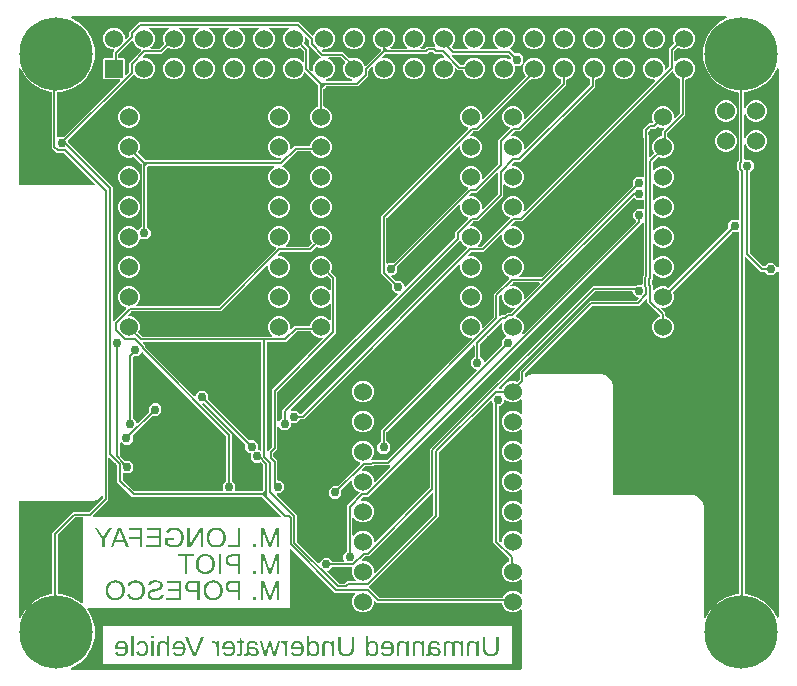
<source format=gbr>
G04 EAGLE Gerber RS-274X export*
G75*
%MOMM*%
%FSLAX34Y34*%
%LPD*%
%INBottom Copper*%
%IPPOS*%
%AMOC8*
5,1,8,0,0,1.08239X$1,22.5*%
G01*
G04 Define Apertures*
%ADD10C,1.524000*%
%ADD11C,6.200000*%
%ADD12R,1.524000X1.524000*%
%ADD13C,0.152400*%
%ADD14C,0.756400*%
G36*
X230675Y221262D02*
X230380Y221192D01*
X230081Y221243D01*
X229826Y221406D01*
X229654Y221656D01*
X229594Y221953D01*
X229594Y245637D01*
X229650Y245923D01*
X229817Y246176D01*
X279338Y295697D01*
X279338Y343311D01*
X275103Y347546D01*
X274943Y347782D01*
X274880Y348079D01*
X274938Y348376D01*
X275644Y350081D01*
X275644Y353719D01*
X274252Y357080D01*
X271680Y359652D01*
X268319Y361044D01*
X264681Y361044D01*
X261320Y359652D01*
X258748Y357080D01*
X257356Y353719D01*
X257356Y350081D01*
X258748Y346720D01*
X261320Y344148D01*
X264681Y342756D01*
X268319Y342756D01*
X271461Y344057D01*
X271740Y344115D01*
X272038Y344060D01*
X272291Y343892D01*
X274543Y341640D01*
X274706Y341399D01*
X274766Y341101D01*
X274766Y333005D01*
X274719Y332742D01*
X274560Y332484D01*
X274312Y332308D01*
X274016Y332243D01*
X273718Y332299D01*
X273465Y332466D01*
X271680Y334252D01*
X268319Y335644D01*
X264681Y335644D01*
X261320Y334252D01*
X258748Y331680D01*
X257356Y328319D01*
X257356Y324681D01*
X258748Y321320D01*
X261320Y318748D01*
X264681Y317356D01*
X268319Y317356D01*
X271680Y318748D01*
X273465Y320534D01*
X273685Y320687D01*
X273980Y320756D01*
X274279Y320706D01*
X274534Y320542D01*
X274706Y320292D01*
X274766Y319995D01*
X274766Y307605D01*
X274719Y307342D01*
X274560Y307084D01*
X274312Y306908D01*
X274016Y306843D01*
X273718Y306899D01*
X273465Y307066D01*
X271680Y308852D01*
X268319Y310244D01*
X264681Y310244D01*
X261320Y308852D01*
X258748Y306280D01*
X257356Y302919D01*
X257356Y302740D01*
X257305Y302465D01*
X257141Y302210D01*
X256891Y302038D01*
X256594Y301978D01*
X244101Y301978D01*
X241445Y299322D01*
X241225Y299169D01*
X240930Y299099D01*
X240631Y299150D01*
X240376Y299313D01*
X240204Y299563D01*
X240144Y299861D01*
X240144Y302919D01*
X238752Y306280D01*
X236180Y308852D01*
X232819Y310244D01*
X229181Y310244D01*
X225820Y308852D01*
X223248Y306280D01*
X221856Y302919D01*
X221856Y299281D01*
X223248Y295920D01*
X225034Y294135D01*
X225187Y293915D01*
X225256Y293620D01*
X225206Y293321D01*
X225042Y293066D01*
X224792Y292894D01*
X224495Y292834D01*
X115247Y292834D01*
X114961Y292890D01*
X114708Y293057D01*
X112139Y295626D01*
X111979Y295862D01*
X111916Y296159D01*
X111974Y296456D01*
X113144Y299281D01*
X113144Y302919D01*
X111752Y306280D01*
X109180Y308852D01*
X105819Y310244D01*
X103701Y310244D01*
X103437Y310291D01*
X103179Y310450D01*
X103004Y310698D01*
X102939Y310994D01*
X102994Y311292D01*
X103162Y311545D01*
X105564Y313947D01*
X105805Y314110D01*
X106103Y314170D01*
X181987Y314170D01*
X220555Y352738D01*
X220775Y352891D01*
X221070Y352961D01*
X221369Y352910D01*
X221624Y352747D01*
X221796Y352497D01*
X221856Y352199D01*
X221856Y350081D01*
X223248Y346720D01*
X225820Y344148D01*
X229181Y342756D01*
X232819Y342756D01*
X236180Y344148D01*
X238752Y346720D01*
X240144Y350081D01*
X240144Y353719D01*
X238752Y357080D01*
X236180Y359652D01*
X232819Y361044D01*
X230701Y361044D01*
X230437Y361091D01*
X230179Y361250D01*
X230004Y361498D01*
X229939Y361794D01*
X229994Y362092D01*
X230162Y362345D01*
X232056Y364239D01*
X232297Y364402D01*
X232595Y364462D01*
X258187Y364462D01*
X262341Y368616D01*
X262577Y368777D01*
X262874Y368839D01*
X263171Y368781D01*
X264681Y368156D01*
X268319Y368156D01*
X271680Y369548D01*
X274252Y372120D01*
X275644Y375481D01*
X275644Y379119D01*
X274252Y382480D01*
X271680Y385052D01*
X268319Y386444D01*
X264681Y386444D01*
X261320Y385052D01*
X258748Y382480D01*
X257356Y379119D01*
X257356Y375481D01*
X258738Y372144D01*
X258796Y371865D01*
X258740Y371567D01*
X258573Y371314D01*
X256516Y369257D01*
X256275Y369094D01*
X255977Y369034D01*
X237505Y369034D01*
X237242Y369081D01*
X236984Y369240D01*
X236808Y369488D01*
X236743Y369784D01*
X236799Y370082D01*
X236966Y370335D01*
X238752Y372120D01*
X240144Y375481D01*
X240144Y379119D01*
X238752Y382480D01*
X236180Y385052D01*
X232819Y386444D01*
X229181Y386444D01*
X225820Y385052D01*
X223248Y382480D01*
X221856Y379119D01*
X221856Y375481D01*
X223248Y372120D01*
X225820Y369548D01*
X228358Y368497D01*
X228588Y368349D01*
X228763Y368101D01*
X228828Y367805D01*
X228773Y367507D01*
X228605Y367254D01*
X180316Y318965D01*
X180075Y318802D01*
X179777Y318742D01*
X111013Y318742D01*
X110750Y318789D01*
X110492Y318948D01*
X110316Y319196D01*
X110251Y319492D01*
X110307Y319790D01*
X110474Y320043D01*
X111752Y321320D01*
X113144Y324681D01*
X113144Y328319D01*
X111752Y331680D01*
X109180Y334252D01*
X105819Y335644D01*
X102181Y335644D01*
X98820Y334252D01*
X96248Y331680D01*
X94856Y328319D01*
X94856Y324681D01*
X96248Y321320D01*
X98820Y318748D01*
X101358Y317697D01*
X101588Y317549D01*
X101763Y317301D01*
X101828Y317005D01*
X101773Y316707D01*
X101605Y316454D01*
X91663Y306512D01*
X91443Y306359D01*
X91148Y306289D01*
X90849Y306340D01*
X90594Y306503D01*
X90422Y306753D01*
X90362Y307051D01*
X90362Y419511D01*
X52457Y457416D01*
X52294Y457657D01*
X52234Y457955D01*
X52234Y458421D01*
X52290Y458707D01*
X52457Y458960D01*
X107944Y514447D01*
X108174Y514605D01*
X108471Y514670D01*
X108769Y514614D01*
X109021Y514447D01*
X111420Y512048D01*
X114781Y510656D01*
X118419Y510656D01*
X121780Y512048D01*
X124352Y514620D01*
X125744Y517981D01*
X125744Y521619D01*
X124352Y524980D01*
X121780Y527552D01*
X118419Y528944D01*
X116661Y528944D01*
X116397Y528991D01*
X116139Y529150D01*
X115964Y529398D01*
X115899Y529694D01*
X115954Y529992D01*
X116122Y530245D01*
X117756Y531879D01*
X117997Y532042D01*
X118295Y532102D01*
X131695Y532102D01*
X136616Y537023D01*
X136852Y537184D01*
X137149Y537247D01*
X137447Y537189D01*
X140181Y536056D01*
X143819Y536056D01*
X147180Y537448D01*
X149752Y540020D01*
X151144Y543381D01*
X151144Y547019D01*
X149752Y550380D01*
X147180Y552952D01*
X146831Y553096D01*
X146611Y553236D01*
X146431Y553481D01*
X146361Y553776D01*
X146412Y554075D01*
X146576Y554330D01*
X146826Y554502D01*
X147123Y554562D01*
X162277Y554562D01*
X162535Y554517D01*
X162794Y554360D01*
X162971Y554114D01*
X163039Y553818D01*
X162986Y553520D01*
X162820Y553266D01*
X162569Y553096D01*
X162220Y552952D01*
X159648Y550380D01*
X158256Y547019D01*
X158256Y543381D01*
X159648Y540020D01*
X162220Y537448D01*
X165581Y536056D01*
X169219Y536056D01*
X172580Y537448D01*
X175152Y540020D01*
X176544Y543381D01*
X176544Y547019D01*
X175152Y550380D01*
X172580Y552952D01*
X172231Y553096D01*
X172011Y553236D01*
X171831Y553481D01*
X171761Y553776D01*
X171812Y554075D01*
X171976Y554330D01*
X172226Y554502D01*
X172523Y554562D01*
X187677Y554562D01*
X187935Y554517D01*
X188194Y554360D01*
X188371Y554114D01*
X188439Y553818D01*
X188386Y553520D01*
X188220Y553266D01*
X187969Y553096D01*
X187620Y552952D01*
X185048Y550380D01*
X183656Y547019D01*
X183656Y543381D01*
X185048Y540020D01*
X187620Y537448D01*
X190981Y536056D01*
X194619Y536056D01*
X197980Y537448D01*
X200552Y540020D01*
X201944Y543381D01*
X201944Y547019D01*
X200552Y550380D01*
X197980Y552952D01*
X197631Y553096D01*
X197411Y553236D01*
X197231Y553481D01*
X197161Y553776D01*
X197212Y554075D01*
X197376Y554330D01*
X197626Y554502D01*
X197923Y554562D01*
X213077Y554562D01*
X213335Y554517D01*
X213594Y554360D01*
X213771Y554114D01*
X213839Y553818D01*
X213786Y553520D01*
X213620Y553266D01*
X213369Y553096D01*
X213020Y552952D01*
X210448Y550380D01*
X209056Y547019D01*
X209056Y543381D01*
X210448Y540020D01*
X213020Y537448D01*
X216381Y536056D01*
X220019Y536056D01*
X223380Y537448D01*
X225952Y540020D01*
X227344Y543381D01*
X227344Y547019D01*
X225952Y550380D01*
X223380Y552952D01*
X223031Y553096D01*
X222811Y553236D01*
X222631Y553481D01*
X222561Y553776D01*
X222612Y554075D01*
X222776Y554330D01*
X223026Y554502D01*
X223323Y554562D01*
X238477Y554562D01*
X238735Y554517D01*
X238994Y554360D01*
X239171Y554114D01*
X239239Y553818D01*
X239186Y553520D01*
X239020Y553266D01*
X238769Y553096D01*
X238420Y552952D01*
X235848Y550380D01*
X234456Y547019D01*
X234456Y543381D01*
X235848Y540020D01*
X238420Y537448D01*
X241781Y536056D01*
X245419Y536056D01*
X248764Y537442D01*
X249044Y537500D01*
X249342Y537444D01*
X249595Y537277D01*
X251683Y535188D01*
X251846Y534947D01*
X251906Y534649D01*
X251906Y526265D01*
X251859Y526002D01*
X251700Y525744D01*
X251452Y525568D01*
X251156Y525503D01*
X250858Y525559D01*
X250605Y525726D01*
X248780Y527552D01*
X245419Y528944D01*
X241781Y528944D01*
X238420Y527552D01*
X235848Y524980D01*
X234456Y521619D01*
X234456Y517981D01*
X235848Y514620D01*
X238420Y512048D01*
X241781Y510656D01*
X245419Y510656D01*
X248780Y512048D01*
X251352Y514620D01*
X252127Y516491D01*
X252275Y516720D01*
X252522Y516896D01*
X252818Y516961D01*
X253117Y516905D01*
X253369Y516738D01*
X263875Y506232D01*
X264038Y505991D01*
X264098Y505693D01*
X264098Y488312D01*
X264045Y488031D01*
X263879Y487777D01*
X263628Y487608D01*
X261320Y486652D01*
X258748Y484080D01*
X257356Y480719D01*
X257356Y477081D01*
X258748Y473720D01*
X261320Y471148D01*
X264681Y469756D01*
X268319Y469756D01*
X271680Y471148D01*
X274252Y473720D01*
X275644Y477081D01*
X275644Y480719D01*
X274252Y484080D01*
X271680Y486652D01*
X269140Y487704D01*
X268902Y487860D01*
X268730Y488111D01*
X268670Y488408D01*
X268670Y502077D01*
X268726Y502363D01*
X268893Y502616D01*
X270724Y504447D01*
X270965Y504610D01*
X271263Y504670D01*
X297811Y504670D01*
X306770Y513629D01*
X306770Y517885D01*
X306826Y518171D01*
X306993Y518424D01*
X309355Y520786D01*
X309575Y520939D01*
X309870Y521009D01*
X310169Y520958D01*
X310424Y520795D01*
X310596Y520545D01*
X310656Y520247D01*
X310656Y517981D01*
X312048Y514620D01*
X314620Y512048D01*
X317981Y510656D01*
X321619Y510656D01*
X324980Y512048D01*
X327552Y514620D01*
X328944Y517981D01*
X328944Y521619D01*
X327552Y524980D01*
X324980Y527552D01*
X321619Y528944D01*
X319353Y528944D01*
X319089Y528991D01*
X318831Y529150D01*
X318656Y529398D01*
X318591Y529694D01*
X318646Y529992D01*
X318814Y530245D01*
X320448Y531879D01*
X320689Y532042D01*
X320987Y532102D01*
X356753Y532102D01*
X358210Y533559D01*
X358452Y533722D01*
X358749Y533782D01*
X361251Y533782D01*
X361537Y533726D01*
X361790Y533559D01*
X363247Y532102D01*
X368759Y532102D01*
X369045Y532046D01*
X369298Y531879D01*
X370932Y530245D01*
X371085Y530025D01*
X371154Y529730D01*
X371104Y529431D01*
X370940Y529176D01*
X370690Y529004D01*
X370393Y528944D01*
X368781Y528944D01*
X365420Y527552D01*
X362848Y524980D01*
X361456Y521619D01*
X361456Y517981D01*
X362848Y514620D01*
X365420Y512048D01*
X368781Y510656D01*
X372419Y510656D01*
X375780Y512048D01*
X378352Y514620D01*
X379744Y517981D01*
X379744Y519593D01*
X379791Y519856D01*
X379950Y520114D01*
X380198Y520290D01*
X380494Y520355D01*
X380792Y520299D01*
X381045Y520132D01*
X382790Y518386D01*
X386179Y518386D01*
X386460Y518333D01*
X386714Y518167D01*
X386883Y517916D01*
X388248Y514620D01*
X390820Y512048D01*
X394181Y510656D01*
X397819Y510656D01*
X401180Y512048D01*
X403752Y514620D01*
X405144Y517981D01*
X405144Y521619D01*
X403752Y524980D01*
X401180Y527552D01*
X397819Y528944D01*
X394181Y528944D01*
X390820Y527552D01*
X388248Y524980D01*
X387606Y523428D01*
X387449Y523190D01*
X387199Y523018D01*
X386902Y522958D01*
X385000Y522958D01*
X384714Y523014D01*
X384461Y523181D01*
X377416Y530227D01*
X377263Y530446D01*
X377193Y530741D01*
X377244Y531040D01*
X377407Y531296D01*
X377657Y531467D01*
X377954Y531527D01*
X424924Y531527D01*
X425210Y531472D01*
X425463Y531304D01*
X426971Y529796D01*
X427134Y529555D01*
X427194Y529257D01*
X427194Y528438D01*
X427145Y528169D01*
X426984Y527912D01*
X426735Y527739D01*
X426438Y527676D01*
X426140Y527734D01*
X423219Y528944D01*
X419581Y528944D01*
X416220Y527552D01*
X413648Y524980D01*
X412256Y521619D01*
X412256Y517981D01*
X413648Y514620D01*
X416220Y512048D01*
X419581Y510656D01*
X423219Y510656D01*
X426580Y512048D01*
X429152Y514620D01*
X430544Y517981D01*
X430544Y521432D01*
X430595Y521707D01*
X430759Y521962D01*
X431009Y522134D01*
X431306Y522194D01*
X434698Y522194D01*
X437446Y524942D01*
X437660Y525092D01*
X437947Y525163D01*
X437866Y525280D01*
X437806Y525577D01*
X437806Y529698D01*
X434698Y532806D01*
X430743Y532806D01*
X430457Y532862D01*
X430204Y533029D01*
X427134Y536099D01*
X427071Y536099D01*
X426807Y536146D01*
X426549Y536306D01*
X426374Y536553D01*
X426309Y536849D01*
X426364Y537147D01*
X426532Y537400D01*
X429152Y540020D01*
X430544Y543381D01*
X430544Y547019D01*
X429152Y550380D01*
X426580Y552952D01*
X423219Y554344D01*
X419581Y554344D01*
X416220Y552952D01*
X413648Y550380D01*
X412256Y547019D01*
X412256Y543381D01*
X413648Y540020D01*
X416268Y537400D01*
X416421Y537181D01*
X416491Y536886D01*
X416440Y536587D01*
X416277Y536331D01*
X416027Y536160D01*
X415729Y536099D01*
X401671Y536099D01*
X401407Y536146D01*
X401149Y536306D01*
X400974Y536553D01*
X400909Y536849D01*
X400964Y537147D01*
X401132Y537400D01*
X403752Y540020D01*
X405144Y543381D01*
X405144Y547019D01*
X403752Y550380D01*
X401180Y552952D01*
X397819Y554344D01*
X394181Y554344D01*
X390820Y552952D01*
X388248Y550380D01*
X386856Y547019D01*
X386856Y543381D01*
X388248Y540020D01*
X390868Y537400D01*
X391021Y537181D01*
X391091Y536886D01*
X391040Y536587D01*
X390877Y536331D01*
X390627Y536160D01*
X390329Y536099D01*
X379949Y536099D01*
X379663Y536155D01*
X379410Y536323D01*
X377571Y538162D01*
X377413Y538392D01*
X377348Y538689D01*
X377404Y538987D01*
X377571Y539239D01*
X378352Y540020D01*
X379744Y543381D01*
X379744Y547019D01*
X378352Y550380D01*
X375780Y552952D01*
X372419Y554344D01*
X368781Y554344D01*
X365420Y552952D01*
X362848Y550380D01*
X361456Y547019D01*
X361456Y543381D01*
X362848Y540020D01*
X363214Y539655D01*
X363367Y539435D01*
X363436Y539140D01*
X363386Y538841D01*
X363222Y538586D01*
X362972Y538414D01*
X362675Y538354D01*
X356540Y538354D01*
X355083Y536897D01*
X354841Y536734D01*
X354544Y536674D01*
X351445Y536674D01*
X351182Y536721D01*
X350924Y536880D01*
X350748Y537128D01*
X350683Y537424D01*
X350739Y537722D01*
X350906Y537975D01*
X352952Y540020D01*
X354344Y543381D01*
X354344Y547019D01*
X352952Y550380D01*
X350380Y552952D01*
X347019Y554344D01*
X343381Y554344D01*
X340020Y552952D01*
X337448Y550380D01*
X336056Y547019D01*
X336056Y543381D01*
X337448Y540020D01*
X339494Y537975D01*
X339647Y537755D01*
X339716Y537460D01*
X339666Y537161D01*
X339502Y536906D01*
X339252Y536734D01*
X338955Y536674D01*
X326045Y536674D01*
X325782Y536721D01*
X325524Y536880D01*
X325348Y537128D01*
X325283Y537424D01*
X325339Y537722D01*
X325506Y537975D01*
X327552Y540020D01*
X328944Y543381D01*
X328944Y547019D01*
X327552Y550380D01*
X324980Y552952D01*
X321619Y554344D01*
X317981Y554344D01*
X314620Y552952D01*
X312048Y550380D01*
X310656Y547019D01*
X310656Y543381D01*
X312048Y540020D01*
X314620Y537448D01*
X316968Y536476D01*
X317206Y536319D01*
X317378Y536069D01*
X317438Y535772D01*
X317438Y535651D01*
X317382Y535365D01*
X317215Y535112D01*
X304403Y522299D01*
X304178Y522144D01*
X303882Y522076D01*
X303583Y522130D01*
X303329Y522295D01*
X303160Y522547D01*
X302152Y524980D01*
X299580Y527552D01*
X296219Y528944D01*
X292581Y528944D01*
X291488Y528491D01*
X291209Y528433D01*
X290911Y528489D01*
X290658Y528657D01*
X285370Y533944D01*
X268852Y533944D01*
X268566Y534000D01*
X268314Y534167D01*
X267726Y534755D01*
X267573Y534975D01*
X267503Y535270D01*
X267554Y535569D01*
X267717Y535824D01*
X267967Y535996D01*
X268265Y536056D01*
X270819Y536056D01*
X274180Y537448D01*
X276752Y540020D01*
X278144Y543381D01*
X278144Y547019D01*
X276752Y550380D01*
X274180Y552952D01*
X270819Y554344D01*
X267181Y554344D01*
X263820Y552952D01*
X261248Y550380D01*
X260345Y548198D01*
X260196Y547969D01*
X259949Y547793D01*
X259653Y547728D01*
X259355Y547784D01*
X259102Y547951D01*
X247919Y559134D01*
X112637Y559134D01*
X104078Y550575D01*
X104078Y547617D01*
X104022Y547331D01*
X103855Y547078D01*
X101645Y544868D01*
X101425Y544715D01*
X101130Y544646D01*
X100831Y544697D01*
X100576Y544860D01*
X100404Y545110D01*
X100344Y545407D01*
X100344Y547019D01*
X98952Y550380D01*
X96380Y552952D01*
X93019Y554344D01*
X89381Y554344D01*
X86020Y552952D01*
X83448Y550380D01*
X82056Y547019D01*
X82056Y543381D01*
X83448Y540020D01*
X86020Y537448D01*
X89381Y536056D01*
X90993Y536056D01*
X91256Y536009D01*
X91514Y535850D01*
X91690Y535602D01*
X91755Y535306D01*
X91699Y535008D01*
X91532Y534755D01*
X90362Y533586D01*
X90362Y529706D01*
X90311Y529431D01*
X90147Y529176D01*
X89897Y529004D01*
X89600Y528944D01*
X82949Y528944D01*
X82056Y528051D01*
X82056Y511549D01*
X82949Y510656D01*
X95847Y510656D01*
X96111Y510609D01*
X96369Y510450D01*
X96544Y510202D01*
X96609Y509906D01*
X96554Y509608D01*
X96386Y509355D01*
X49224Y462193D01*
X48983Y462030D01*
X48685Y461970D01*
X44730Y461970D01*
X44419Y461659D01*
X44199Y461506D01*
X43904Y461436D01*
X43605Y461487D01*
X43350Y461650D01*
X43178Y461900D01*
X43118Y462197D01*
X43118Y499214D01*
X43169Y499489D01*
X43333Y499744D01*
X43583Y499916D01*
X43880Y499976D01*
X46782Y499976D01*
X55054Y502192D01*
X62470Y506474D01*
X68526Y512530D01*
X72808Y519946D01*
X75024Y528218D01*
X75024Y536782D01*
X72808Y545054D01*
X68526Y552470D01*
X62470Y558526D01*
X55316Y562656D01*
X55185Y562752D01*
X55005Y562997D01*
X54936Y563292D01*
X54986Y563591D01*
X55150Y563846D01*
X55400Y564018D01*
X55697Y564078D01*
X609303Y564078D01*
X609465Y564061D01*
X609742Y563939D01*
X609950Y563718D01*
X610056Y563434D01*
X610042Y563131D01*
X609911Y562857D01*
X609684Y562656D01*
X602530Y558526D01*
X596474Y552470D01*
X592192Y545054D01*
X589976Y536782D01*
X589976Y528218D01*
X592192Y519946D01*
X596474Y512530D01*
X602530Y506474D01*
X609946Y502192D01*
X618218Y499976D01*
X619452Y499976D01*
X619727Y499925D01*
X619982Y499761D01*
X620154Y499511D01*
X620214Y499214D01*
X620214Y442344D01*
X620158Y442058D01*
X619991Y441805D01*
X619146Y440960D01*
X619146Y434040D01*
X620463Y432723D01*
X620626Y432481D01*
X620686Y432184D01*
X620686Y392121D01*
X620639Y391858D01*
X620480Y391600D01*
X620232Y391425D01*
X619936Y391360D01*
X619638Y391415D01*
X619385Y391583D01*
X619102Y391866D01*
X614706Y391866D01*
X611598Y388758D01*
X611598Y384803D01*
X611542Y384517D01*
X611375Y384264D01*
X561628Y334517D01*
X561392Y334357D01*
X561096Y334294D01*
X560798Y334352D01*
X557819Y335586D01*
X554181Y335586D01*
X550820Y334194D01*
X548863Y332236D01*
X548643Y332083D01*
X548348Y332014D01*
X548049Y332064D01*
X547794Y332228D01*
X547622Y332478D01*
X547562Y332775D01*
X547562Y336651D01*
X546861Y337352D01*
X546698Y337594D01*
X546638Y337891D01*
X546638Y340393D01*
X546694Y340679D01*
X546861Y340932D01*
X547562Y341633D01*
X547562Y345509D01*
X547609Y345772D01*
X547768Y346030D01*
X548016Y346206D01*
X548312Y346271D01*
X548610Y346215D01*
X548863Y346048D01*
X550820Y344090D01*
X554181Y342698D01*
X557819Y342698D01*
X561180Y344090D01*
X563752Y346662D01*
X565144Y350023D01*
X565144Y353661D01*
X563752Y357022D01*
X561180Y359594D01*
X557819Y360986D01*
X554181Y360986D01*
X550820Y359594D01*
X548863Y357636D01*
X548643Y357483D01*
X548348Y357414D01*
X548049Y357464D01*
X547794Y357628D01*
X547622Y357878D01*
X547562Y358175D01*
X547562Y370909D01*
X547609Y371172D01*
X547768Y371430D01*
X548016Y371606D01*
X548312Y371671D01*
X548610Y371615D01*
X548863Y371448D01*
X550820Y369490D01*
X554181Y368098D01*
X557819Y368098D01*
X561180Y369490D01*
X563752Y372062D01*
X565144Y375423D01*
X565144Y379061D01*
X563752Y382422D01*
X561180Y384994D01*
X557819Y386386D01*
X554181Y386386D01*
X550820Y384994D01*
X548863Y383036D01*
X548643Y382883D01*
X548348Y382814D01*
X548049Y382864D01*
X547794Y383028D01*
X547622Y383278D01*
X547562Y383575D01*
X547562Y396309D01*
X547609Y396572D01*
X547768Y396830D01*
X548016Y397006D01*
X548312Y397071D01*
X548610Y397015D01*
X548863Y396848D01*
X550820Y394890D01*
X554181Y393498D01*
X557819Y393498D01*
X561180Y394890D01*
X563752Y397462D01*
X565144Y400823D01*
X565144Y404461D01*
X563752Y407822D01*
X561180Y410394D01*
X557819Y411786D01*
X554181Y411786D01*
X550820Y410394D01*
X548863Y408436D01*
X548643Y408283D01*
X548348Y408214D01*
X548049Y408264D01*
X547794Y408428D01*
X547622Y408678D01*
X547562Y408975D01*
X547562Y421709D01*
X547609Y421972D01*
X547768Y422230D01*
X548016Y422406D01*
X548312Y422471D01*
X548610Y422415D01*
X548863Y422248D01*
X550820Y420290D01*
X554181Y418898D01*
X557819Y418898D01*
X561180Y420290D01*
X563752Y422862D01*
X565144Y426223D01*
X565144Y429861D01*
X563752Y433222D01*
X561180Y435794D01*
X557819Y437186D01*
X554181Y437186D01*
X550820Y435794D01*
X548863Y433836D01*
X548643Y433683D01*
X548348Y433614D01*
X548049Y433664D01*
X547794Y433828D01*
X547622Y434078D01*
X547562Y434375D01*
X547562Y440161D01*
X547618Y440447D01*
X547785Y440700D01*
X551842Y444758D01*
X552079Y444918D01*
X552375Y444981D01*
X552673Y444923D01*
X554181Y444298D01*
X557819Y444298D01*
X561180Y445690D01*
X563752Y448262D01*
X565144Y451623D01*
X565144Y455261D01*
X563752Y458622D01*
X561180Y461194D01*
X560224Y461590D01*
X559986Y461746D01*
X559814Y461996D01*
X559754Y462294D01*
X559754Y464545D01*
X559810Y464831D01*
X559977Y465084D01*
X574994Y480101D01*
X574994Y509894D01*
X575045Y510169D01*
X575209Y510424D01*
X575459Y510596D01*
X575487Y510601D01*
X578980Y512048D01*
X581552Y514620D01*
X582944Y517981D01*
X582944Y521619D01*
X581552Y524980D01*
X578980Y527552D01*
X575619Y528944D01*
X571981Y528944D01*
X568620Y527552D01*
X567151Y526082D01*
X566931Y525929D01*
X566636Y525860D01*
X566337Y525910D01*
X566082Y526074D01*
X565910Y526324D01*
X565850Y526621D01*
X565850Y534649D01*
X565906Y534935D01*
X566073Y535188D01*
X568057Y537172D01*
X568293Y537333D01*
X568590Y537395D01*
X568888Y537337D01*
X571981Y536056D01*
X575619Y536056D01*
X578980Y537448D01*
X581552Y540020D01*
X582944Y543381D01*
X582944Y547019D01*
X581552Y550380D01*
X578980Y552952D01*
X575619Y554344D01*
X571981Y554344D01*
X568620Y552952D01*
X566048Y550380D01*
X564656Y547019D01*
X564656Y543381D01*
X565382Y541628D01*
X565440Y541349D01*
X565384Y541051D01*
X565217Y540798D01*
X561278Y536859D01*
X561278Y521935D01*
X561222Y521649D01*
X561055Y521396D01*
X558845Y519186D01*
X558625Y519033D01*
X558330Y518963D01*
X558031Y519014D01*
X557776Y519177D01*
X557604Y519427D01*
X557544Y519725D01*
X557544Y521619D01*
X556152Y524980D01*
X553580Y527552D01*
X550219Y528944D01*
X546581Y528944D01*
X543220Y527552D01*
X540648Y524980D01*
X539256Y521619D01*
X539256Y517981D01*
X540648Y514620D01*
X543220Y512048D01*
X546581Y510656D01*
X548475Y510656D01*
X548739Y510609D01*
X548997Y510450D01*
X549172Y510202D01*
X549237Y509906D01*
X549182Y509608D01*
X549014Y509355D01*
X439199Y399540D01*
X438986Y399390D01*
X438691Y399318D01*
X438392Y399366D01*
X438135Y399528D01*
X437961Y399776D01*
X437899Y400073D01*
X437957Y400371D01*
X438144Y400823D01*
X438144Y404461D01*
X436752Y407822D01*
X434180Y410394D01*
X430819Y411786D01*
X427181Y411786D01*
X423820Y410394D01*
X421248Y407822D01*
X419856Y404461D01*
X419856Y400823D01*
X421248Y397462D01*
X423820Y394890D01*
X426043Y393970D01*
X426272Y393821D01*
X426448Y393574D01*
X426513Y393278D01*
X426457Y392980D01*
X426290Y392727D01*
X402820Y369257D01*
X402579Y369094D01*
X402281Y369034D01*
X400005Y369034D01*
X399742Y369081D01*
X399484Y369240D01*
X399308Y369488D01*
X399243Y369784D01*
X399299Y370082D01*
X399466Y370335D01*
X401252Y372120D01*
X402644Y375481D01*
X402644Y379119D01*
X401252Y382480D01*
X398680Y385052D01*
X395319Y386444D01*
X393261Y386444D01*
X392997Y386491D01*
X392739Y386650D01*
X392564Y386898D01*
X392499Y387194D01*
X392554Y387492D01*
X392722Y387745D01*
X395124Y390147D01*
X395365Y390310D01*
X395663Y390370D01*
X399919Y390370D01*
X421070Y411521D01*
X421070Y421201D01*
X421117Y421464D01*
X421276Y421722D01*
X421524Y421898D01*
X421820Y421963D01*
X422118Y421907D01*
X422371Y421740D01*
X423820Y420290D01*
X427181Y418898D01*
X430819Y418898D01*
X434180Y420290D01*
X436752Y422862D01*
X438144Y426223D01*
X438144Y429861D01*
X436752Y433222D01*
X434180Y435794D01*
X430819Y437186D01*
X428763Y437186D01*
X428499Y437233D01*
X428241Y437392D01*
X428066Y437640D01*
X428001Y437936D01*
X428056Y438234D01*
X428224Y438487D01*
X430176Y440439D01*
X430417Y440602D01*
X430715Y440662D01*
X434971Y440662D01*
X498794Y504485D01*
X498794Y509894D01*
X498845Y510169D01*
X499009Y510424D01*
X499259Y510596D01*
X499287Y510601D01*
X502780Y512048D01*
X505352Y514620D01*
X506744Y517981D01*
X506744Y521619D01*
X505352Y524980D01*
X502780Y527552D01*
X499419Y528944D01*
X495781Y528944D01*
X492420Y527552D01*
X489848Y524980D01*
X488456Y521619D01*
X488456Y517981D01*
X489848Y514620D01*
X492420Y512048D01*
X493752Y511497D01*
X493990Y511340D01*
X494162Y511090D01*
X494222Y510793D01*
X494222Y506695D01*
X494166Y506409D01*
X493999Y506156D01*
X439445Y451602D01*
X439225Y451449D01*
X438930Y451379D01*
X438631Y451430D01*
X438376Y451593D01*
X438204Y451843D01*
X438144Y452141D01*
X438144Y455261D01*
X436752Y458622D01*
X434180Y461194D01*
X430819Y462586D01*
X428255Y462586D01*
X427991Y462633D01*
X427733Y462792D01*
X427558Y463040D01*
X427493Y463336D01*
X427548Y463634D01*
X427716Y463887D01*
X430176Y466347D01*
X430417Y466510D01*
X430715Y466570D01*
X434971Y466570D01*
X474410Y506009D01*
X474410Y510309D01*
X474463Y510589D01*
X474629Y510843D01*
X474880Y511013D01*
X477380Y512048D01*
X479952Y514620D01*
X481344Y517981D01*
X481344Y521619D01*
X479952Y524980D01*
X477380Y527552D01*
X474019Y528944D01*
X470381Y528944D01*
X467020Y527552D01*
X464448Y524980D01*
X463056Y521619D01*
X463056Y517981D01*
X464448Y514620D01*
X467020Y512048D01*
X469368Y511076D01*
X469606Y510919D01*
X469778Y510669D01*
X469838Y510372D01*
X469838Y508219D01*
X469782Y507933D01*
X469615Y507680D01*
X439445Y477510D01*
X439225Y477357D01*
X438930Y477287D01*
X438631Y477338D01*
X438376Y477501D01*
X438204Y477751D01*
X438144Y478049D01*
X438144Y480661D01*
X436752Y484022D01*
X434180Y486594D01*
X430819Y487986D01*
X427181Y487986D01*
X423820Y486594D01*
X421248Y484022D01*
X419856Y480661D01*
X419856Y477023D01*
X421248Y473662D01*
X423820Y471090D01*
X426043Y470170D01*
X426272Y470021D01*
X426448Y469774D01*
X426513Y469478D01*
X426457Y469180D01*
X426290Y468927D01*
X416498Y459135D01*
X416498Y439639D01*
X416442Y439353D01*
X416275Y439100D01*
X403945Y426770D01*
X403725Y426617D01*
X403430Y426547D01*
X403131Y426598D01*
X402876Y426761D01*
X402704Y427011D01*
X402644Y427309D01*
X402644Y429919D01*
X401252Y433280D01*
X398680Y435852D01*
X395319Y437244D01*
X391681Y437244D01*
X388320Y435852D01*
X385748Y433280D01*
X384356Y429919D01*
X384356Y426281D01*
X385748Y422920D01*
X388320Y420348D01*
X390541Y419428D01*
X390771Y419280D01*
X390946Y419033D01*
X391012Y418736D01*
X390956Y418438D01*
X390788Y418185D01*
X328116Y355513D01*
X327875Y355350D01*
X327577Y355290D01*
X323622Y355290D01*
X323311Y354979D01*
X323091Y354826D01*
X322796Y354756D01*
X322497Y354807D01*
X322242Y354970D01*
X322070Y355220D01*
X322010Y355517D01*
X322010Y392917D01*
X322066Y393203D01*
X322233Y393456D01*
X383055Y454278D01*
X383275Y454431D01*
X383570Y454501D01*
X383869Y454450D01*
X384124Y454287D01*
X384296Y454037D01*
X384356Y453739D01*
X384356Y451681D01*
X385748Y448320D01*
X388320Y445748D01*
X391681Y444356D01*
X395319Y444356D01*
X398680Y445748D01*
X401252Y448320D01*
X402644Y451681D01*
X402644Y455319D01*
X401252Y458680D01*
X398680Y461252D01*
X395319Y462644D01*
X393261Y462644D01*
X392997Y462691D01*
X392739Y462850D01*
X392564Y463098D01*
X392499Y463394D01*
X392554Y463692D01*
X392722Y463945D01*
X395124Y466347D01*
X395365Y466510D01*
X395663Y466570D01*
X399919Y466570D01*
X443931Y510582D01*
X444167Y510742D01*
X444464Y510805D01*
X444761Y510747D01*
X444981Y510656D01*
X448619Y510656D01*
X451980Y512048D01*
X454552Y514620D01*
X455944Y517981D01*
X455944Y521619D01*
X454552Y524980D01*
X451980Y527552D01*
X448619Y528944D01*
X444981Y528944D01*
X441620Y527552D01*
X439107Y525038D01*
X438887Y524885D01*
X438605Y524819D01*
X438684Y524706D01*
X438746Y524409D01*
X438688Y524111D01*
X437656Y521619D01*
X437656Y517981D01*
X439048Y514620D01*
X439737Y513931D01*
X439895Y513701D01*
X439960Y513405D01*
X439904Y513107D01*
X439737Y512854D01*
X403945Y477062D01*
X403725Y476909D01*
X403430Y476839D01*
X403131Y476890D01*
X402876Y477053D01*
X402704Y477303D01*
X402644Y477601D01*
X402644Y480719D01*
X401252Y484080D01*
X398680Y486652D01*
X395319Y488044D01*
X391681Y488044D01*
X388320Y486652D01*
X385748Y484080D01*
X384356Y480719D01*
X384356Y477081D01*
X385748Y473720D01*
X388320Y471148D01*
X390900Y470079D01*
X391130Y469931D01*
X391306Y469684D01*
X391371Y469388D01*
X391315Y469089D01*
X391148Y468837D01*
X317438Y395127D01*
X317438Y345989D01*
X326387Y337040D01*
X326550Y336799D01*
X326610Y336501D01*
X326610Y332546D01*
X329718Y329438D01*
X330681Y329438D01*
X330945Y329391D01*
X331203Y329232D01*
X331378Y328984D01*
X331443Y328688D01*
X331388Y328390D01*
X331220Y328137D01*
X233618Y230535D01*
X233618Y224453D01*
X233562Y224167D01*
X233395Y223915D01*
X230895Y221415D01*
X230675Y221262D01*
G37*
%LPC*%
G36*
X546581Y536056D02*
X550219Y536056D01*
X553580Y537448D01*
X556152Y540020D01*
X557544Y543381D01*
X557544Y547019D01*
X556152Y550380D01*
X553580Y552952D01*
X550219Y554344D01*
X546581Y554344D01*
X543220Y552952D01*
X540648Y550380D01*
X539256Y547019D01*
X539256Y543381D01*
X540648Y540020D01*
X543220Y537448D01*
X546581Y536056D01*
G37*
G36*
X521181Y536056D02*
X524819Y536056D01*
X528180Y537448D01*
X530752Y540020D01*
X532144Y543381D01*
X532144Y547019D01*
X530752Y550380D01*
X528180Y552952D01*
X524819Y554344D01*
X521181Y554344D01*
X517820Y552952D01*
X515248Y550380D01*
X513856Y547019D01*
X513856Y543381D01*
X515248Y540020D01*
X517820Y537448D01*
X521181Y536056D01*
G37*
G36*
X495781Y536056D02*
X499419Y536056D01*
X502780Y537448D01*
X505352Y540020D01*
X506744Y543381D01*
X506744Y547019D01*
X505352Y550380D01*
X502780Y552952D01*
X499419Y554344D01*
X495781Y554344D01*
X492420Y552952D01*
X489848Y550380D01*
X488456Y547019D01*
X488456Y543381D01*
X489848Y540020D01*
X492420Y537448D01*
X495781Y536056D01*
G37*
G36*
X470381Y536056D02*
X474019Y536056D01*
X477380Y537448D01*
X479952Y540020D01*
X481344Y543381D01*
X481344Y547019D01*
X479952Y550380D01*
X477380Y552952D01*
X474019Y554344D01*
X470381Y554344D01*
X467020Y552952D01*
X464448Y550380D01*
X463056Y547019D01*
X463056Y543381D01*
X464448Y540020D01*
X467020Y537448D01*
X470381Y536056D01*
G37*
G36*
X444981Y536056D02*
X448619Y536056D01*
X451980Y537448D01*
X454552Y540020D01*
X455944Y543381D01*
X455944Y547019D01*
X454552Y550380D01*
X451980Y552952D01*
X448619Y554344D01*
X444981Y554344D01*
X441620Y552952D01*
X439048Y550380D01*
X437656Y547019D01*
X437656Y543381D01*
X439048Y540020D01*
X441620Y537448D01*
X444981Y536056D01*
G37*
G36*
X292581Y536056D02*
X296219Y536056D01*
X299580Y537448D01*
X302152Y540020D01*
X303544Y543381D01*
X303544Y547019D01*
X302152Y550380D01*
X299580Y552952D01*
X296219Y554344D01*
X292581Y554344D01*
X289220Y552952D01*
X286648Y550380D01*
X285256Y547019D01*
X285256Y543381D01*
X286648Y540020D01*
X289220Y537448D01*
X292581Y536056D01*
G37*
G36*
X216381Y510656D02*
X220019Y510656D01*
X223380Y512048D01*
X225952Y514620D01*
X227344Y517981D01*
X227344Y521619D01*
X225952Y524980D01*
X223380Y527552D01*
X220019Y528944D01*
X216381Y528944D01*
X213020Y527552D01*
X210448Y524980D01*
X209056Y521619D01*
X209056Y517981D01*
X210448Y514620D01*
X213020Y512048D01*
X216381Y510656D01*
G37*
G36*
X343381Y510656D02*
X347019Y510656D01*
X350380Y512048D01*
X352952Y514620D01*
X354344Y517981D01*
X354344Y521619D01*
X352952Y524980D01*
X350380Y527552D01*
X347019Y528944D01*
X343381Y528944D01*
X340020Y527552D01*
X337448Y524980D01*
X336056Y521619D01*
X336056Y517981D01*
X337448Y514620D01*
X340020Y512048D01*
X343381Y510656D01*
G37*
G36*
X521181Y510656D02*
X524819Y510656D01*
X528180Y512048D01*
X530752Y514620D01*
X532144Y517981D01*
X532144Y521619D01*
X530752Y524980D01*
X528180Y527552D01*
X524819Y528944D01*
X521181Y528944D01*
X517820Y527552D01*
X515248Y524980D01*
X513856Y521619D01*
X513856Y517981D01*
X515248Y514620D01*
X517820Y512048D01*
X521181Y510656D01*
G37*
G36*
X140181Y510656D02*
X143819Y510656D01*
X147180Y512048D01*
X149752Y514620D01*
X151144Y517981D01*
X151144Y521619D01*
X149752Y524980D01*
X147180Y527552D01*
X143819Y528944D01*
X140181Y528944D01*
X136820Y527552D01*
X134248Y524980D01*
X132856Y521619D01*
X132856Y517981D01*
X134248Y514620D01*
X136820Y512048D01*
X140181Y510656D01*
G37*
G36*
X165581Y510656D02*
X169219Y510656D01*
X172580Y512048D01*
X175152Y514620D01*
X176544Y517981D01*
X176544Y521619D01*
X175152Y524980D01*
X172580Y527552D01*
X169219Y528944D01*
X165581Y528944D01*
X162220Y527552D01*
X159648Y524980D01*
X158256Y521619D01*
X158256Y517981D01*
X159648Y514620D01*
X162220Y512048D01*
X165581Y510656D01*
G37*
G36*
X190981Y510656D02*
X194619Y510656D01*
X197980Y512048D01*
X200552Y514620D01*
X201944Y517981D01*
X201944Y521619D01*
X200552Y524980D01*
X197980Y527552D01*
X194619Y528944D01*
X190981Y528944D01*
X187620Y527552D01*
X185048Y524980D01*
X183656Y521619D01*
X183656Y517981D01*
X185048Y514620D01*
X187620Y512048D01*
X190981Y510656D01*
G37*
G36*
X607581Y474826D02*
X611219Y474826D01*
X614580Y476218D01*
X617152Y478790D01*
X618544Y482151D01*
X618544Y485789D01*
X617152Y489150D01*
X614580Y491722D01*
X611219Y493114D01*
X607581Y493114D01*
X604220Y491722D01*
X601648Y489150D01*
X600256Y485789D01*
X600256Y482151D01*
X601648Y478790D01*
X604220Y476218D01*
X607581Y474826D01*
G37*
G36*
X229181Y469756D02*
X232819Y469756D01*
X236180Y471148D01*
X238752Y473720D01*
X240144Y477081D01*
X240144Y480719D01*
X238752Y484080D01*
X236180Y486652D01*
X232819Y488044D01*
X229181Y488044D01*
X225820Y486652D01*
X223248Y484080D01*
X221856Y480719D01*
X221856Y477081D01*
X223248Y473720D01*
X225820Y471148D01*
X229181Y469756D01*
G37*
G36*
X102181Y469756D02*
X105819Y469756D01*
X109180Y471148D01*
X111752Y473720D01*
X113144Y477081D01*
X113144Y480719D01*
X111752Y484080D01*
X109180Y486652D01*
X105819Y488044D01*
X102181Y488044D01*
X98820Y486652D01*
X96248Y484080D01*
X94856Y480719D01*
X94856Y477081D01*
X96248Y473720D01*
X98820Y471148D01*
X102181Y469756D01*
G37*
G36*
X607581Y449426D02*
X611219Y449426D01*
X614580Y450818D01*
X617152Y453390D01*
X618544Y456751D01*
X618544Y460389D01*
X617152Y463750D01*
X614580Y466322D01*
X611219Y467714D01*
X607581Y467714D01*
X604220Y466322D01*
X601648Y463750D01*
X600256Y460389D01*
X600256Y456751D01*
X601648Y453390D01*
X604220Y450818D01*
X607581Y449426D01*
G37*
G36*
X102181Y368156D02*
X105819Y368156D01*
X109180Y369548D01*
X111752Y372120D01*
X113108Y375394D01*
X113256Y375624D01*
X113504Y375799D01*
X113800Y375865D01*
X114098Y375809D01*
X114351Y375641D01*
X114834Y375158D01*
X119230Y375158D01*
X122338Y378266D01*
X122338Y382662D01*
X119541Y385459D01*
X119378Y385700D01*
X119318Y385997D01*
X119318Y436237D01*
X119374Y436523D01*
X119541Y436776D01*
X120156Y437391D01*
X120397Y437554D01*
X120695Y437614D01*
X226244Y437614D01*
X226501Y437569D01*
X226761Y437412D01*
X226938Y437166D01*
X227005Y436870D01*
X226952Y436572D01*
X226787Y436318D01*
X226535Y436148D01*
X225820Y435852D01*
X223248Y433280D01*
X221856Y429919D01*
X221856Y426281D01*
X223248Y422920D01*
X225820Y420348D01*
X229181Y418956D01*
X232819Y418956D01*
X236180Y420348D01*
X238752Y422920D01*
X240144Y426281D01*
X240144Y429919D01*
X238752Y433280D01*
X236180Y435852D01*
X234307Y436628D01*
X234077Y436776D01*
X233901Y437023D01*
X233836Y437320D01*
X233892Y437618D01*
X234059Y437871D01*
X245772Y449583D01*
X246013Y449746D01*
X246311Y449806D01*
X257624Y449806D01*
X257904Y449753D01*
X258158Y449587D01*
X258328Y449336D01*
X258748Y448320D01*
X261320Y445748D01*
X264681Y444356D01*
X268319Y444356D01*
X271680Y445748D01*
X274252Y448320D01*
X275644Y451681D01*
X275644Y455319D01*
X274252Y458680D01*
X271680Y461252D01*
X268319Y462644D01*
X264681Y462644D01*
X261320Y461252D01*
X258748Y458680D01*
X257356Y455319D01*
X257356Y455140D01*
X257305Y454865D01*
X257141Y454610D01*
X256891Y454438D01*
X256594Y454378D01*
X244101Y454378D01*
X241445Y451722D01*
X241225Y451569D01*
X240930Y451499D01*
X240631Y451550D01*
X240376Y451713D01*
X240204Y451963D01*
X240144Y452261D01*
X240144Y455319D01*
X238752Y458680D01*
X236180Y461252D01*
X232819Y462644D01*
X229181Y462644D01*
X225820Y461252D01*
X223248Y458680D01*
X221856Y455319D01*
X221856Y451681D01*
X223248Y448320D01*
X225820Y445748D01*
X229181Y444356D01*
X232239Y444356D01*
X232503Y444309D01*
X232761Y444150D01*
X232936Y443902D01*
X233001Y443606D01*
X232946Y443308D01*
X232778Y443055D01*
X232132Y442409D01*
X231891Y442246D01*
X231593Y442186D01*
X118295Y442186D01*
X118009Y442242D01*
X117756Y442409D01*
X112139Y448026D01*
X111979Y448262D01*
X111916Y448559D01*
X111974Y448856D01*
X113144Y451681D01*
X113144Y455319D01*
X111752Y458680D01*
X109180Y461252D01*
X105819Y462644D01*
X102181Y462644D01*
X98820Y461252D01*
X96248Y458680D01*
X94856Y455319D01*
X94856Y451681D01*
X96248Y448320D01*
X98820Y445748D01*
X102181Y444356D01*
X105819Y444356D01*
X107841Y445193D01*
X108120Y445251D01*
X108418Y445196D01*
X108671Y445028D01*
X114523Y439176D01*
X114686Y438935D01*
X114746Y438637D01*
X114746Y385997D01*
X114690Y385711D01*
X114523Y385459D01*
X112187Y383123D01*
X111956Y382965D01*
X111660Y382899D01*
X111362Y382955D01*
X111109Y383123D01*
X109180Y385052D01*
X105819Y386444D01*
X102181Y386444D01*
X98820Y385052D01*
X96248Y382480D01*
X94856Y379119D01*
X94856Y375481D01*
X96248Y372120D01*
X98820Y369548D01*
X102181Y368156D01*
G37*
G36*
X264681Y418956D02*
X268319Y418956D01*
X271680Y420348D01*
X274252Y422920D01*
X275644Y426281D01*
X275644Y429919D01*
X274252Y433280D01*
X271680Y435852D01*
X268319Y437244D01*
X264681Y437244D01*
X261320Y435852D01*
X258748Y433280D01*
X257356Y429919D01*
X257356Y426281D01*
X258748Y422920D01*
X261320Y420348D01*
X264681Y418956D01*
G37*
G36*
X102181Y418956D02*
X105819Y418956D01*
X109180Y420348D01*
X111752Y422920D01*
X113144Y426281D01*
X113144Y429919D01*
X111752Y433280D01*
X109180Y435852D01*
X105819Y437244D01*
X102181Y437244D01*
X98820Y435852D01*
X96248Y433280D01*
X94856Y429919D01*
X94856Y426281D01*
X96248Y422920D01*
X98820Y420348D01*
X102181Y418956D01*
G37*
G36*
X264681Y393556D02*
X268319Y393556D01*
X271680Y394948D01*
X274252Y397520D01*
X275644Y400881D01*
X275644Y404519D01*
X274252Y407880D01*
X271680Y410452D01*
X268319Y411844D01*
X264681Y411844D01*
X261320Y410452D01*
X258748Y407880D01*
X257356Y404519D01*
X257356Y400881D01*
X258748Y397520D01*
X261320Y394948D01*
X264681Y393556D01*
G37*
G36*
X229181Y393556D02*
X232819Y393556D01*
X236180Y394948D01*
X238752Y397520D01*
X240144Y400881D01*
X240144Y404519D01*
X238752Y407880D01*
X236180Y410452D01*
X232819Y411844D01*
X229181Y411844D01*
X225820Y410452D01*
X223248Y407880D01*
X221856Y404519D01*
X221856Y400881D01*
X223248Y397520D01*
X225820Y394948D01*
X229181Y393556D01*
G37*
G36*
X102181Y393556D02*
X105819Y393556D01*
X109180Y394948D01*
X111752Y397520D01*
X113144Y400881D01*
X113144Y404519D01*
X111752Y407880D01*
X109180Y410452D01*
X105819Y411844D01*
X102181Y411844D01*
X98820Y410452D01*
X96248Y407880D01*
X94856Y404519D01*
X94856Y400881D01*
X96248Y397520D01*
X98820Y394948D01*
X102181Y393556D01*
G37*
G36*
X102181Y342756D02*
X105819Y342756D01*
X109180Y344148D01*
X111752Y346720D01*
X113144Y350081D01*
X113144Y353719D01*
X111752Y357080D01*
X109180Y359652D01*
X105819Y361044D01*
X102181Y361044D01*
X98820Y359652D01*
X96248Y357080D01*
X94856Y353719D01*
X94856Y350081D01*
X96248Y346720D01*
X98820Y344148D01*
X102181Y342756D01*
G37*
G36*
X229181Y317356D02*
X232819Y317356D01*
X236180Y318748D01*
X238752Y321320D01*
X240144Y324681D01*
X240144Y328319D01*
X238752Y331680D01*
X236180Y334252D01*
X232819Y335644D01*
X229181Y335644D01*
X225820Y334252D01*
X223248Y331680D01*
X221856Y328319D01*
X221856Y324681D01*
X223248Y321320D01*
X225820Y318748D01*
X229181Y317356D01*
G37*
%LPD*%
G36*
X129783Y536734D02*
X129485Y536674D01*
X122845Y536674D01*
X122582Y536721D01*
X122324Y536880D01*
X122148Y537128D01*
X122083Y537424D01*
X122139Y537722D01*
X122306Y537975D01*
X124352Y540020D01*
X125744Y543381D01*
X125744Y547019D01*
X124352Y550380D01*
X121780Y552952D01*
X121431Y553096D01*
X121211Y553236D01*
X121031Y553481D01*
X120961Y553776D01*
X121012Y554075D01*
X121176Y554330D01*
X121426Y554502D01*
X121723Y554562D01*
X136877Y554562D01*
X137135Y554517D01*
X137394Y554360D01*
X137571Y554114D01*
X137639Y553818D01*
X137586Y553520D01*
X137420Y553266D01*
X137169Y553096D01*
X136820Y552952D01*
X134248Y550380D01*
X132856Y547019D01*
X132856Y543381D01*
X133731Y541269D01*
X133789Y540990D01*
X133733Y540691D01*
X133566Y540439D01*
X130024Y536897D01*
X129783Y536734D01*
G37*
G36*
X259402Y517860D02*
X259106Y517795D01*
X258808Y517850D01*
X258555Y518018D01*
X256701Y519872D01*
X256538Y520113D01*
X256478Y520411D01*
X256478Y536859D01*
X252287Y541050D01*
X252127Y541286D01*
X252064Y541582D01*
X252122Y541880D01*
X252744Y543381D01*
X252744Y546003D01*
X252791Y546267D01*
X252950Y546525D01*
X253198Y546700D01*
X253494Y546765D01*
X253792Y546710D01*
X254045Y546542D01*
X256255Y544332D01*
X256418Y544091D01*
X256478Y543793D01*
X256478Y539537D01*
X266297Y529718D01*
X266452Y529493D01*
X266520Y529198D01*
X266467Y528899D01*
X266301Y528645D01*
X266050Y528475D01*
X263820Y527552D01*
X261248Y524980D01*
X259856Y521619D01*
X259856Y518557D01*
X259809Y518293D01*
X259650Y518035D01*
X259402Y517860D01*
G37*
G36*
X101425Y514461D02*
X101130Y514391D01*
X100831Y514442D01*
X100576Y514605D01*
X100404Y514855D01*
X100344Y515153D01*
X100344Y528051D01*
X99451Y528944D01*
X95696Y528944D01*
X95421Y528995D01*
X95166Y529159D01*
X94994Y529409D01*
X94934Y529706D01*
X94934Y531376D01*
X94990Y531662D01*
X95157Y531915D01*
X106406Y543164D01*
X106631Y543319D01*
X106926Y543387D01*
X107225Y543333D01*
X107479Y543168D01*
X107649Y542916D01*
X108848Y540020D01*
X111420Y537448D01*
X114213Y536292D01*
X114442Y536143D01*
X114618Y535896D01*
X114683Y535600D01*
X114627Y535302D01*
X114460Y535049D01*
X104078Y524667D01*
X104078Y517363D01*
X104022Y517077D01*
X103855Y516824D01*
X101645Y514614D01*
X101425Y514461D01*
G37*
G36*
X292461Y509302D02*
X292164Y509242D01*
X271236Y509242D01*
X270978Y509287D01*
X270719Y509444D01*
X270542Y509690D01*
X270474Y509986D01*
X270527Y510284D01*
X270693Y510539D01*
X270944Y510708D01*
X274180Y512048D01*
X276752Y514620D01*
X278144Y517981D01*
X278144Y521619D01*
X276752Y524980D01*
X274180Y527552D01*
X273325Y527906D01*
X273104Y528046D01*
X272924Y528291D01*
X272855Y528586D01*
X272905Y528885D01*
X273069Y529140D01*
X273319Y529312D01*
X273616Y529372D01*
X283161Y529372D01*
X283447Y529316D01*
X283700Y529149D01*
X286720Y526129D01*
X286878Y525898D01*
X286943Y525602D01*
X286887Y525304D01*
X286720Y525051D01*
X286648Y524980D01*
X285256Y521619D01*
X285256Y517981D01*
X286648Y514620D01*
X289220Y512048D01*
X292456Y510708D01*
X292676Y510568D01*
X292856Y510323D01*
X292926Y510028D01*
X292875Y509729D01*
X292711Y509474D01*
X292461Y509302D01*
G37*
G36*
X653624Y352069D02*
X653328Y352004D01*
X653030Y352059D01*
X652777Y352227D01*
X649698Y355306D01*
X645302Y355306D01*
X642505Y352509D01*
X642264Y352346D01*
X641967Y352286D01*
X641263Y352286D01*
X640977Y352342D01*
X640724Y352509D01*
X630009Y363224D01*
X629846Y363465D01*
X629786Y363763D01*
X629786Y431967D01*
X629842Y432253D01*
X630009Y432505D01*
X632806Y435302D01*
X632806Y439698D01*
X629698Y442806D01*
X625548Y442806D01*
X625273Y442857D01*
X625018Y443021D01*
X624846Y443271D01*
X624786Y443568D01*
X624786Y455021D01*
X624831Y455278D01*
X624988Y455538D01*
X625234Y455715D01*
X625530Y455782D01*
X625828Y455729D01*
X626083Y455564D01*
X626252Y455312D01*
X627048Y453390D01*
X629620Y450818D01*
X632981Y449426D01*
X636619Y449426D01*
X639980Y450818D01*
X642552Y453390D01*
X643944Y456751D01*
X643944Y460389D01*
X642552Y463750D01*
X639980Y466322D01*
X636619Y467714D01*
X632981Y467714D01*
X629620Y466322D01*
X627048Y463750D01*
X626252Y461828D01*
X626112Y461607D01*
X625867Y461428D01*
X625572Y461358D01*
X625273Y461409D01*
X625018Y461572D01*
X624846Y461822D01*
X624786Y462119D01*
X624786Y480421D01*
X624831Y480678D01*
X624988Y480938D01*
X625234Y481115D01*
X625530Y481182D01*
X625828Y481129D01*
X626083Y480964D01*
X626252Y480712D01*
X627048Y478790D01*
X629620Y476218D01*
X632981Y474826D01*
X636619Y474826D01*
X639980Y476218D01*
X642552Y478790D01*
X643944Y482151D01*
X643944Y485789D01*
X642552Y489150D01*
X639980Y491722D01*
X636619Y493114D01*
X632981Y493114D01*
X629620Y491722D01*
X627048Y489150D01*
X626252Y487228D01*
X626112Y487007D01*
X625867Y486828D01*
X625572Y486758D01*
X625273Y486809D01*
X625018Y486972D01*
X624846Y487222D01*
X624786Y487519D01*
X624786Y499214D01*
X624837Y499489D01*
X625001Y499744D01*
X625251Y499916D01*
X625548Y499976D01*
X626782Y499976D01*
X635054Y502192D01*
X642470Y506474D01*
X648526Y512530D01*
X652656Y519684D01*
X652752Y519815D01*
X652997Y519995D01*
X653292Y520065D01*
X653591Y520014D01*
X653846Y519850D01*
X654018Y519600D01*
X654078Y519303D01*
X654078Y352765D01*
X654031Y352502D01*
X653872Y352244D01*
X653624Y352069D01*
G37*
G36*
X74847Y420982D02*
X74549Y420922D01*
X11684Y420922D01*
X11409Y420973D01*
X11154Y421137D01*
X10982Y421387D01*
X10922Y421684D01*
X10922Y519303D01*
X10939Y519465D01*
X11061Y519742D01*
X11282Y519950D01*
X11567Y520056D01*
X11869Y520042D01*
X12143Y519911D01*
X12344Y519684D01*
X16474Y512530D01*
X22530Y506474D01*
X29946Y502192D01*
X37981Y500039D01*
X38314Y499851D01*
X38486Y499601D01*
X38546Y499303D01*
X38546Y452669D01*
X42933Y448282D01*
X48713Y448282D01*
X48999Y448226D01*
X49252Y448059D01*
X75088Y422223D01*
X75241Y422003D01*
X75311Y421708D01*
X75260Y421409D01*
X75097Y421154D01*
X74847Y420982D01*
G37*
G36*
X265196Y101148D02*
X264900Y101083D01*
X264602Y101139D01*
X264349Y101306D01*
X246618Y119038D01*
X246455Y119279D01*
X246394Y119577D01*
X246394Y141897D01*
X229318Y158973D01*
X229165Y159193D01*
X229095Y159488D01*
X229146Y159787D01*
X229310Y160042D01*
X229560Y160214D01*
X229857Y160274D01*
X232006Y160274D01*
X235114Y163382D01*
X235114Y167778D01*
X232006Y170886D01*
X230356Y170886D01*
X230081Y170937D01*
X229826Y171101D01*
X229654Y171351D01*
X229594Y171648D01*
X229594Y187557D01*
X226441Y190710D01*
X226278Y190952D01*
X226218Y191249D01*
X226218Y193751D01*
X226274Y194037D01*
X226441Y194290D01*
X229594Y197443D01*
X229594Y215887D01*
X229641Y216150D01*
X229800Y216408D01*
X230048Y216583D01*
X230344Y216648D01*
X230642Y216593D01*
X230895Y216425D01*
X233706Y213614D01*
X238102Y213614D01*
X241210Y216722D01*
X241210Y218948D01*
X241261Y219223D01*
X241425Y219478D01*
X241675Y219650D01*
X241972Y219710D01*
X245722Y219710D01*
X248519Y222507D01*
X248760Y222670D01*
X249057Y222730D01*
X252091Y222730D01*
X383055Y353694D01*
X383275Y353847D01*
X383570Y353917D01*
X383869Y353866D01*
X384124Y353703D01*
X384296Y353453D01*
X384356Y353155D01*
X384356Y350081D01*
X385748Y346720D01*
X388320Y344148D01*
X391681Y342756D01*
X395319Y342756D01*
X398680Y344148D01*
X401252Y346720D01*
X402644Y350081D01*
X402644Y353719D01*
X401252Y357080D01*
X398680Y359652D01*
X395319Y361044D01*
X392245Y361044D01*
X391981Y361091D01*
X391723Y361250D01*
X391548Y361498D01*
X391483Y361794D01*
X391538Y362092D01*
X391706Y362345D01*
X393600Y364239D01*
X393841Y364402D01*
X394139Y364462D01*
X404491Y364462D01*
X418555Y378526D01*
X418775Y378679D01*
X419070Y378749D01*
X419369Y378698D01*
X419624Y378535D01*
X419796Y378285D01*
X419856Y377987D01*
X419856Y375423D01*
X421248Y372062D01*
X423820Y369490D01*
X427181Y368098D01*
X430819Y368098D01*
X434180Y369490D01*
X436752Y372062D01*
X438144Y375423D01*
X438144Y379061D01*
X436752Y382422D01*
X434180Y384994D01*
X430819Y386386D01*
X428255Y386386D01*
X427991Y386433D01*
X427733Y386592D01*
X427558Y386840D01*
X427493Y387136D01*
X427548Y387434D01*
X427716Y387687D01*
X430176Y390147D01*
X430417Y390310D01*
X430715Y390370D01*
X436495Y390370D01*
X563689Y517564D01*
X563913Y517719D01*
X564209Y517787D01*
X564508Y517733D01*
X564762Y517568D01*
X564931Y517316D01*
X566048Y514620D01*
X568620Y512048D01*
X569952Y511497D01*
X570190Y511340D01*
X570362Y511090D01*
X570422Y510793D01*
X570422Y482311D01*
X570366Y482025D01*
X570199Y481772D01*
X566445Y478018D01*
X566225Y477865D01*
X565930Y477795D01*
X565631Y477846D01*
X565376Y478009D01*
X565204Y478259D01*
X565144Y478557D01*
X565144Y480661D01*
X563752Y484022D01*
X561180Y486594D01*
X557819Y487986D01*
X554181Y487986D01*
X550820Y486594D01*
X548248Y484022D01*
X546856Y480661D01*
X546856Y477023D01*
X547860Y474600D01*
X547918Y474320D01*
X547862Y474022D01*
X547695Y473769D01*
X547502Y473577D01*
X547261Y473414D01*
X546963Y473354D01*
X544040Y473354D01*
X539146Y468460D01*
X539146Y461540D01*
X539691Y460995D01*
X539854Y460753D01*
X539914Y460456D01*
X539914Y428697D01*
X539867Y428434D01*
X539708Y428176D01*
X539460Y428001D01*
X539164Y427936D01*
X538866Y427991D01*
X538613Y428159D01*
X538330Y428442D01*
X533934Y428442D01*
X530826Y425334D01*
X530826Y421379D01*
X530770Y421093D01*
X530603Y420840D01*
X453340Y343577D01*
X453099Y343414D01*
X452801Y343354D01*
X435283Y343354D01*
X435020Y343401D01*
X434762Y343560D01*
X434586Y343808D01*
X434521Y344104D01*
X434577Y344402D01*
X434744Y344655D01*
X436752Y346662D01*
X438144Y350023D01*
X438144Y353661D01*
X436752Y357022D01*
X434180Y359594D01*
X430819Y360986D01*
X427181Y360986D01*
X423820Y359594D01*
X421248Y357022D01*
X419856Y353661D01*
X419856Y350023D01*
X421248Y346662D01*
X423820Y344090D01*
X425683Y343318D01*
X425913Y343170D01*
X426089Y342923D01*
X426154Y342627D01*
X426098Y342328D01*
X425931Y342076D01*
X412911Y329055D01*
X412911Y309559D01*
X412855Y309273D01*
X412687Y309020D01*
X403945Y300278D01*
X403725Y300125D01*
X403430Y300055D01*
X403131Y300106D01*
X402876Y300269D01*
X402704Y300519D01*
X402644Y300817D01*
X402644Y302919D01*
X401252Y306280D01*
X398680Y308852D01*
X395319Y310244D01*
X391681Y310244D01*
X388320Y308852D01*
X385748Y306280D01*
X384356Y302919D01*
X384356Y299281D01*
X385748Y295920D01*
X388320Y293348D01*
X391681Y291956D01*
X393783Y291956D01*
X394047Y291909D01*
X394305Y291750D01*
X394480Y291502D01*
X394545Y291206D01*
X394490Y290908D01*
X394322Y290655D01*
X317438Y213771D01*
X317438Y204641D01*
X317382Y204355D01*
X317215Y204103D01*
X314418Y201306D01*
X314418Y196910D01*
X317526Y193802D01*
X321922Y193802D01*
X325030Y196910D01*
X325030Y201306D01*
X322233Y204103D01*
X322070Y204344D01*
X322010Y204641D01*
X322010Y211561D01*
X322066Y211847D01*
X322233Y212100D01*
X395385Y285252D01*
X395605Y285405D01*
X395900Y285475D01*
X396199Y285424D01*
X396454Y285261D01*
X396626Y285011D01*
X396686Y284713D01*
X396686Y276269D01*
X396630Y275983D01*
X396463Y275731D01*
X393666Y272934D01*
X393666Y268538D01*
X396774Y265430D01*
X397737Y265430D01*
X398001Y265383D01*
X398259Y265224D01*
X398434Y264976D01*
X398499Y264680D01*
X398444Y264382D01*
X398276Y264129D01*
X322724Y188577D01*
X322483Y188414D01*
X322185Y188354D01*
X309483Y188354D01*
X309220Y188401D01*
X308962Y188560D01*
X308786Y188808D01*
X308721Y189104D01*
X308777Y189402D01*
X308944Y189655D01*
X309710Y190420D01*
X311102Y193781D01*
X311102Y197419D01*
X309710Y200780D01*
X307138Y203352D01*
X303777Y204744D01*
X300139Y204744D01*
X296778Y203352D01*
X294206Y200780D01*
X292814Y197419D01*
X292814Y193781D01*
X294206Y190420D01*
X296778Y187848D01*
X299547Y186701D01*
X299776Y186553D01*
X299952Y186306D01*
X300017Y186010D01*
X299961Y185712D01*
X299794Y185459D01*
X280872Y166537D01*
X280631Y166374D01*
X280333Y166314D01*
X276378Y166314D01*
X273270Y163206D01*
X273270Y158810D01*
X276378Y155702D01*
X280774Y155702D01*
X283882Y158810D01*
X283882Y162765D01*
X283938Y163051D01*
X284105Y163304D01*
X291513Y170712D01*
X291733Y170865D01*
X292028Y170935D01*
X292327Y170884D01*
X292582Y170721D01*
X292754Y170471D01*
X292814Y170173D01*
X292814Y168381D01*
X294206Y165020D01*
X296778Y162448D01*
X298828Y161599D01*
X299058Y161451D01*
X299233Y161203D01*
X299298Y160907D01*
X299243Y160609D01*
X299075Y160356D01*
X288482Y149763D01*
X288482Y111677D01*
X288426Y111391D01*
X288259Y111139D01*
X285462Y108342D01*
X285462Y103946D01*
X285773Y103635D01*
X285926Y103415D01*
X285996Y103120D01*
X285945Y102821D01*
X285782Y102566D01*
X285532Y102394D01*
X285235Y102334D01*
X276489Y102334D01*
X276203Y102390D01*
X275951Y102557D01*
X273154Y105354D01*
X268758Y105354D01*
X265650Y102246D01*
X265650Y101845D01*
X265603Y101582D01*
X265444Y101324D01*
X265196Y101148D01*
G37*
%LPC*%
G36*
X391681Y317356D02*
X395319Y317356D01*
X398680Y318748D01*
X401252Y321320D01*
X402644Y324681D01*
X402644Y328319D01*
X401252Y331680D01*
X398680Y334252D01*
X395319Y335644D01*
X391681Y335644D01*
X388320Y334252D01*
X385748Y331680D01*
X384356Y328319D01*
X384356Y324681D01*
X385748Y321320D01*
X388320Y318748D01*
X391681Y317356D01*
G37*
G36*
X300139Y237256D02*
X303777Y237256D01*
X307138Y238648D01*
X309710Y241220D01*
X311102Y244581D01*
X311102Y248219D01*
X309710Y251580D01*
X307138Y254152D01*
X303777Y255544D01*
X300139Y255544D01*
X296778Y254152D01*
X294206Y251580D01*
X292814Y248219D01*
X292814Y244581D01*
X294206Y241220D01*
X296778Y238648D01*
X300139Y237256D01*
G37*
G36*
X300139Y211856D02*
X303777Y211856D01*
X307138Y213248D01*
X309710Y215820D01*
X311102Y219181D01*
X311102Y222819D01*
X309710Y226180D01*
X307138Y228752D01*
X303777Y230144D01*
X300139Y230144D01*
X296778Y228752D01*
X294206Y226180D01*
X292814Y222819D01*
X292814Y219181D01*
X294206Y215820D01*
X296778Y213248D01*
X300139Y211856D01*
G37*
%LPD*%
G36*
X545567Y445015D02*
X545272Y444945D01*
X544973Y444996D01*
X544718Y445159D01*
X544546Y445409D01*
X544486Y445707D01*
X544486Y462665D01*
X543941Y463210D01*
X543778Y463452D01*
X543718Y463749D01*
X543718Y466251D01*
X543774Y466537D01*
X543941Y466790D01*
X545710Y468559D01*
X545952Y468722D01*
X546249Y468782D01*
X549173Y468782D01*
X550927Y470537D01*
X551164Y470697D01*
X551460Y470760D01*
X551758Y470702D01*
X554181Y469698D01*
X556285Y469698D01*
X556549Y469651D01*
X556807Y469492D01*
X556982Y469244D01*
X557047Y468948D01*
X556992Y468650D01*
X556824Y468397D01*
X555182Y466755D01*
X555182Y463348D01*
X555131Y463073D01*
X554967Y462818D01*
X554717Y462646D01*
X554420Y462586D01*
X554181Y462586D01*
X550820Y461194D01*
X548248Y458622D01*
X546856Y455261D01*
X546856Y451623D01*
X548239Y448285D01*
X548297Y448005D01*
X548241Y447707D01*
X548074Y447454D01*
X545787Y445168D01*
X545567Y445015D01*
G37*
G36*
X403725Y400709D02*
X403430Y400639D01*
X403131Y400690D01*
X402876Y400853D01*
X402704Y401103D01*
X402644Y401401D01*
X402644Y404519D01*
X401252Y407880D01*
X398680Y410452D01*
X395319Y411844D01*
X392753Y411844D01*
X392489Y411891D01*
X392231Y412050D01*
X392056Y412298D01*
X391991Y412594D01*
X392046Y412892D01*
X392214Y413145D01*
X393600Y414531D01*
X393841Y414694D01*
X394139Y414754D01*
X398395Y414754D01*
X415197Y431556D01*
X415417Y431709D01*
X415712Y431779D01*
X416011Y431728D01*
X416266Y431565D01*
X416438Y431315D01*
X416498Y431017D01*
X416498Y413731D01*
X416442Y413445D01*
X416275Y413192D01*
X403945Y400862D01*
X403725Y400709D01*
G37*
G36*
X437946Y295281D02*
X437652Y295209D01*
X437353Y295258D01*
X437096Y295419D01*
X436922Y295668D01*
X436860Y295965D01*
X436918Y296262D01*
X438144Y299223D01*
X438144Y302861D01*
X436752Y306222D01*
X434180Y308794D01*
X431991Y309700D01*
X431762Y309849D01*
X431586Y310096D01*
X431521Y310392D01*
X431577Y310690D01*
X431744Y310943D01*
X531172Y410371D01*
X531402Y410529D01*
X531698Y410594D01*
X531997Y410538D01*
X532249Y410371D01*
X533934Y408686D01*
X538330Y408686D01*
X538613Y408969D01*
X538833Y409122D01*
X539128Y409192D01*
X539427Y409141D01*
X539682Y408978D01*
X539854Y408728D01*
X539914Y408431D01*
X539914Y401265D01*
X539867Y401002D01*
X539708Y400744D01*
X539460Y400569D01*
X539164Y400504D01*
X538866Y400559D01*
X538613Y400727D01*
X538330Y401010D01*
X533934Y401010D01*
X530826Y397902D01*
X530826Y393506D01*
X532992Y391341D01*
X533150Y391110D01*
X533215Y390814D01*
X533159Y390516D01*
X532992Y390263D01*
X438160Y295432D01*
X437946Y295281D01*
G37*
G36*
X338303Y335287D02*
X338008Y335217D01*
X337709Y335268D01*
X337454Y335431D01*
X337282Y335681D01*
X337222Y335979D01*
X337222Y336942D01*
X334114Y340050D01*
X330159Y340050D01*
X329873Y340106D01*
X329620Y340273D01*
X326516Y343377D01*
X326363Y343597D01*
X326293Y343892D01*
X326344Y344191D01*
X326507Y344446D01*
X326757Y344618D01*
X327055Y344678D01*
X328018Y344678D01*
X331126Y347786D01*
X331126Y351741D01*
X331182Y352027D01*
X331349Y352280D01*
X383055Y403986D01*
X383275Y404139D01*
X383570Y404209D01*
X383869Y404158D01*
X384124Y403995D01*
X384296Y403745D01*
X384356Y403447D01*
X384356Y400881D01*
X385748Y397520D01*
X388320Y394948D01*
X390900Y393879D01*
X391130Y393731D01*
X391306Y393484D01*
X391371Y393188D01*
X391315Y392889D01*
X391148Y392637D01*
X379922Y381411D01*
X379922Y377155D01*
X379866Y376869D01*
X379699Y376616D01*
X338523Y335440D01*
X338303Y335287D01*
G37*
G36*
X312183Y118667D02*
X311888Y118597D01*
X311589Y118648D01*
X311334Y118811D01*
X311162Y119061D01*
X311102Y119359D01*
X311102Y121219D01*
X309710Y124580D01*
X307138Y127152D01*
X303777Y128544D01*
X300139Y128544D01*
X296778Y127152D01*
X294355Y124728D01*
X294135Y124575D01*
X293840Y124506D01*
X293541Y124556D01*
X293286Y124720D01*
X293114Y124970D01*
X293054Y125267D01*
X293054Y138933D01*
X293101Y139196D01*
X293260Y139454D01*
X293508Y139630D01*
X293804Y139695D01*
X294102Y139639D01*
X294355Y139472D01*
X296778Y137048D01*
X300139Y135656D01*
X303777Y135656D01*
X307138Y137048D01*
X309710Y139620D01*
X311102Y142981D01*
X311102Y146619D01*
X309710Y149980D01*
X307138Y152552D01*
X303777Y153944D01*
X300969Y153944D01*
X300705Y153991D01*
X300447Y154150D01*
X300272Y154398D01*
X300207Y154694D01*
X300262Y154992D01*
X300430Y155245D01*
X302160Y156975D01*
X302401Y157138D01*
X302699Y157198D01*
X306392Y157198D01*
X538613Y389419D01*
X538833Y389572D01*
X539128Y389642D01*
X539427Y389591D01*
X539682Y389427D01*
X539854Y389177D01*
X539914Y388880D01*
X539914Y345077D01*
X539858Y344791D01*
X539691Y344538D01*
X539018Y343865D01*
X539018Y337764D01*
X538967Y337489D01*
X538803Y337234D01*
X538553Y337062D01*
X538256Y337002D01*
X533934Y337002D01*
X533009Y336077D01*
X532768Y335914D01*
X532471Y335854D01*
X496554Y335854D01*
X358586Y197886D01*
X358586Y165319D01*
X358530Y165033D01*
X358363Y164780D01*
X312403Y118820D01*
X312183Y118667D01*
G37*
G36*
X592003Y55005D02*
X591708Y54936D01*
X591409Y54986D01*
X591154Y55150D01*
X590982Y55400D01*
X590922Y55697D01*
X590922Y149673D01*
X589259Y153687D01*
X586187Y156759D01*
X582173Y158422D01*
X514184Y158422D01*
X513909Y158473D01*
X513654Y158637D01*
X513482Y158887D01*
X513422Y159184D01*
X513422Y252173D01*
X511759Y256187D01*
X508687Y259259D01*
X504673Y260922D01*
X445327Y260922D01*
X441313Y259259D01*
X440659Y258605D01*
X440439Y258452D01*
X440144Y258382D01*
X439845Y258433D01*
X439590Y258596D01*
X439418Y258846D01*
X439358Y259144D01*
X439358Y261891D01*
X439414Y262177D01*
X439581Y262430D01*
X495710Y318559D01*
X495952Y318722D01*
X496249Y318782D01*
X535595Y318782D01*
X541689Y324876D01*
X541909Y325029D01*
X542204Y325099D01*
X542503Y325048D01*
X542758Y324885D01*
X542930Y324635D01*
X542990Y324337D01*
X542990Y321605D01*
X553435Y311160D01*
X553598Y310919D01*
X553658Y310621D01*
X553658Y310478D01*
X553605Y310198D01*
X553439Y309944D01*
X553188Y309774D01*
X550820Y308794D01*
X548248Y306222D01*
X546856Y302861D01*
X546856Y299223D01*
X548248Y295862D01*
X550820Y293290D01*
X554181Y291898D01*
X557819Y291898D01*
X561180Y293290D01*
X563752Y295862D01*
X565144Y299223D01*
X565144Y302861D01*
X563752Y306222D01*
X561180Y308794D01*
X558700Y309821D01*
X558462Y309978D01*
X558290Y310228D01*
X558230Y310525D01*
X558230Y312831D01*
X555064Y315997D01*
X554911Y316217D01*
X554841Y316512D01*
X554892Y316811D01*
X555055Y317066D01*
X555305Y317238D01*
X555603Y317298D01*
X557819Y317298D01*
X561180Y318690D01*
X563752Y321262D01*
X565144Y324623D01*
X565144Y328261D01*
X564370Y330128D01*
X564313Y330408D01*
X564368Y330706D01*
X564536Y330959D01*
X614608Y381031D01*
X614849Y381194D01*
X615147Y381254D01*
X619102Y381254D01*
X619385Y381537D01*
X619605Y381690D01*
X619900Y381760D01*
X620199Y381709D01*
X620454Y381546D01*
X620626Y381296D01*
X620686Y380999D01*
X620686Y75786D01*
X620635Y75511D01*
X620471Y75256D01*
X620221Y75084D01*
X619924Y75024D01*
X618218Y75024D01*
X609946Y72808D01*
X602530Y68526D01*
X596474Y62470D01*
X592344Y55316D01*
X592248Y55185D01*
X592003Y55005D01*
G37*
G36*
X250179Y227362D02*
X249881Y227302D01*
X249057Y227302D01*
X248771Y227358D01*
X248519Y227525D01*
X245722Y230322D01*
X241711Y230322D01*
X241447Y230369D01*
X241189Y230528D01*
X241014Y230776D01*
X240949Y231072D01*
X241004Y231370D01*
X241172Y231623D01*
X383747Y374198D01*
X383972Y374354D01*
X384268Y374421D01*
X384566Y374368D01*
X384820Y374202D01*
X384990Y373951D01*
X385748Y372120D01*
X388320Y369548D01*
X390182Y368777D01*
X390412Y368629D01*
X390587Y368381D01*
X390652Y368085D01*
X390597Y367787D01*
X390429Y367534D01*
X250420Y227525D01*
X250179Y227362D01*
G37*
G36*
X653718Y55050D02*
X653434Y54944D01*
X653131Y54958D01*
X652857Y55089D01*
X652656Y55316D01*
X648526Y62470D01*
X642470Y68526D01*
X635054Y72808D01*
X626782Y75024D01*
X626020Y75024D01*
X625745Y75075D01*
X625490Y75239D01*
X625318Y75489D01*
X625258Y75786D01*
X625258Y359669D01*
X625305Y359933D01*
X625464Y360191D01*
X625712Y360366D01*
X626008Y360431D01*
X626306Y360376D01*
X626559Y360208D01*
X639053Y347714D01*
X641967Y347714D01*
X642253Y347658D01*
X642505Y347491D01*
X645302Y344694D01*
X649698Y344694D01*
X652777Y347773D01*
X652997Y347926D01*
X653292Y347996D01*
X653591Y347945D01*
X653846Y347782D01*
X654018Y347532D01*
X654078Y347235D01*
X654078Y55697D01*
X654061Y55535D01*
X653939Y55258D01*
X653718Y55050D01*
G37*
G36*
X439225Y324957D02*
X438930Y324887D01*
X438631Y324938D01*
X438376Y325101D01*
X438204Y325351D01*
X438144Y325649D01*
X438144Y328261D01*
X436752Y331622D01*
X434180Y334194D01*
X430819Y335586D01*
X427747Y335586D01*
X427483Y335633D01*
X427225Y335792D01*
X427050Y336040D01*
X426985Y336336D01*
X427040Y336634D01*
X427208Y336887D01*
X428880Y338559D01*
X429121Y338722D01*
X429419Y338782D01*
X451277Y338782D01*
X451541Y338735D01*
X451799Y338576D01*
X451974Y338328D01*
X452039Y338032D01*
X451984Y337734D01*
X451816Y337481D01*
X439445Y325110D01*
X439225Y324957D01*
G37*
G36*
X419776Y248698D02*
X419478Y248638D01*
X417644Y248638D01*
X417381Y248685D01*
X417122Y248844D01*
X416947Y249092D01*
X416882Y249388D01*
X416938Y249686D01*
X417105Y249939D01*
X498225Y331059D01*
X498467Y331222D01*
X498764Y331282D01*
X530064Y331282D01*
X530339Y331231D01*
X530594Y331067D01*
X530766Y330817D01*
X530826Y330520D01*
X530826Y329498D01*
X533934Y326390D01*
X534897Y326390D01*
X535161Y326343D01*
X535419Y326184D01*
X535594Y325936D01*
X535659Y325640D01*
X535604Y325342D01*
X535436Y325089D01*
X533924Y323577D01*
X533683Y323414D01*
X533385Y323354D01*
X494040Y323354D01*
X434786Y264100D01*
X434786Y256759D01*
X434730Y256473D01*
X434563Y256220D01*
X433336Y254993D01*
X433100Y254833D01*
X432803Y254770D01*
X432506Y254828D01*
X430777Y255544D01*
X427139Y255544D01*
X423778Y254152D01*
X421206Y251580D01*
X420182Y249108D01*
X420026Y248870D01*
X419776Y248698D01*
G37*
G36*
X418564Y310445D02*
X418269Y310375D01*
X417970Y310426D01*
X417714Y310589D01*
X417543Y310839D01*
X417483Y311137D01*
X417483Y326846D01*
X417538Y327132D01*
X417706Y327385D01*
X418555Y328234D01*
X418775Y328387D01*
X419070Y328457D01*
X419369Y328406D01*
X419624Y328243D01*
X419796Y327993D01*
X419856Y327695D01*
X419856Y324623D01*
X421248Y321262D01*
X423820Y318690D01*
X427181Y317298D01*
X429793Y317298D01*
X430057Y317251D01*
X430315Y317092D01*
X430490Y316844D01*
X430555Y316548D01*
X430500Y316250D01*
X430332Y315997D01*
X427792Y313457D01*
X427551Y313294D01*
X427253Y313234D01*
X423950Y313234D01*
X421988Y311272D01*
X421746Y311109D01*
X421449Y311049D01*
X419234Y311049D01*
X418783Y310598D01*
X418564Y310445D01*
G37*
G36*
X405359Y271279D02*
X405064Y271209D01*
X404765Y271260D01*
X404510Y271423D01*
X404338Y271673D01*
X404278Y271971D01*
X404278Y272934D01*
X401481Y275731D01*
X401318Y275972D01*
X401258Y276269D01*
X401258Y286291D01*
X401314Y286577D01*
X401481Y286830D01*
X418804Y304153D01*
X419018Y304304D01*
X419313Y304376D01*
X419612Y304327D01*
X419869Y304166D01*
X420043Y303917D01*
X420105Y303620D01*
X420047Y303323D01*
X419856Y302861D01*
X419856Y299223D01*
X421248Y295862D01*
X423004Y294107D01*
X423157Y293887D01*
X423226Y293592D01*
X423176Y293293D01*
X423012Y293038D01*
X422762Y292866D01*
X422738Y292861D01*
X419574Y289698D01*
X419574Y285743D01*
X419518Y285457D01*
X419351Y285204D01*
X405579Y271432D01*
X405359Y271279D01*
G37*
G36*
X221751Y196132D02*
X221456Y196062D01*
X221157Y196113D01*
X220902Y196277D01*
X220730Y196527D01*
X220670Y196824D01*
X220670Y287500D01*
X220721Y287775D01*
X220885Y288030D01*
X221135Y288202D01*
X221432Y288262D01*
X236851Y288262D01*
X245772Y297183D01*
X246013Y297346D01*
X246311Y297406D01*
X257624Y297406D01*
X257904Y297353D01*
X258158Y297187D01*
X258328Y296936D01*
X258748Y295920D01*
X261320Y293348D01*
X264681Y291956D01*
X267291Y291956D01*
X267555Y291909D01*
X267813Y291750D01*
X267988Y291502D01*
X268053Y291206D01*
X267998Y290908D01*
X267830Y290655D01*
X225022Y247847D01*
X225022Y199652D01*
X224966Y199366D01*
X224799Y199113D01*
X221971Y196285D01*
X221751Y196132D01*
G37*
G36*
X215644Y196353D02*
X215348Y196288D01*
X215050Y196343D01*
X214797Y196511D01*
X214514Y196794D01*
X213846Y196794D01*
X213571Y196845D01*
X213316Y197009D01*
X213144Y197259D01*
X213084Y197556D01*
X213084Y202000D01*
X209976Y205108D01*
X206020Y205108D01*
X205734Y205164D01*
X205481Y205331D01*
X171329Y239484D01*
X171166Y239725D01*
X171106Y240023D01*
X171106Y243978D01*
X167998Y247086D01*
X163602Y247086D01*
X160494Y243978D01*
X160494Y243015D01*
X160447Y242751D01*
X160288Y242493D01*
X160040Y242318D01*
X159744Y242253D01*
X159446Y242308D01*
X159193Y242476D01*
X118017Y283652D01*
X117854Y283893D01*
X117794Y284191D01*
X117794Y285399D01*
X116232Y286961D01*
X116079Y287181D01*
X116009Y287476D01*
X116060Y287775D01*
X116223Y288030D01*
X116473Y288202D01*
X116771Y288262D01*
X215336Y288262D01*
X215611Y288211D01*
X215866Y288047D01*
X216038Y287797D01*
X216098Y287500D01*
X216098Y197049D01*
X216051Y196786D01*
X215892Y196528D01*
X215644Y196353D01*
G37*
G36*
X183424Y161830D02*
X183127Y161770D01*
X109151Y161770D01*
X108865Y161826D01*
X108612Y161993D01*
X98829Y171776D01*
X98666Y172017D01*
X98606Y172315D01*
X98606Y176783D01*
X98653Y177046D01*
X98812Y177304D01*
X99060Y177479D01*
X99356Y177544D01*
X99654Y177489D01*
X99907Y177321D01*
X100190Y177038D01*
X104586Y177038D01*
X107694Y180146D01*
X107694Y184542D01*
X104586Y187650D01*
X101543Y187650D01*
X101257Y187706D01*
X101004Y187873D01*
X96681Y192196D01*
X96518Y192437D01*
X96458Y192735D01*
X96458Y202719D01*
X96505Y202982D01*
X96664Y203240D01*
X96912Y203415D01*
X97208Y203480D01*
X97506Y203425D01*
X97759Y203257D01*
X99594Y201422D01*
X103990Y201422D01*
X107098Y204530D01*
X107098Y208485D01*
X107154Y208771D01*
X107321Y209024D01*
X123880Y225583D01*
X124121Y225746D01*
X124419Y225806D01*
X128374Y225806D01*
X131482Y228914D01*
X131482Y233310D01*
X128374Y236418D01*
X123978Y236418D01*
X120870Y233310D01*
X120870Y229355D01*
X120814Y229069D01*
X120647Y228816D01*
X111447Y219616D01*
X111227Y219463D01*
X110932Y219393D01*
X110633Y219444D01*
X110378Y219607D01*
X110206Y219857D01*
X110146Y220155D01*
X110146Y221118D01*
X107349Y223915D01*
X107186Y224156D01*
X107126Y224453D01*
X107126Y275336D01*
X107177Y275611D01*
X107341Y275866D01*
X107591Y276038D01*
X107888Y276098D01*
X111610Y276098D01*
X114819Y279307D01*
X115049Y279465D01*
X115345Y279530D01*
X115643Y279474D01*
X115896Y279307D01*
X186151Y209052D01*
X186314Y208811D01*
X186374Y208513D01*
X186374Y171113D01*
X186318Y170827D01*
X186151Y170575D01*
X183354Y167778D01*
X183354Y163382D01*
X183665Y163071D01*
X183818Y162851D01*
X183888Y162556D01*
X183837Y162257D01*
X183674Y162002D01*
X183424Y161830D01*
G37*
G36*
X419360Y118634D02*
X419064Y118569D01*
X418766Y118624D01*
X418513Y118792D01*
X417319Y119986D01*
X417156Y120228D01*
X417096Y120525D01*
X417096Y233515D01*
X417147Y233790D01*
X417310Y234045D01*
X417561Y234217D01*
X417858Y234277D01*
X418607Y234277D01*
X421715Y237386D01*
X421715Y238872D01*
X421762Y239135D01*
X421921Y239393D01*
X422168Y239569D01*
X422465Y239634D01*
X422763Y239578D01*
X423016Y239411D01*
X423778Y238648D01*
X427139Y237256D01*
X430777Y237256D01*
X434138Y238648D01*
X435277Y239788D01*
X435497Y239941D01*
X435792Y240010D01*
X436091Y239960D01*
X436346Y239796D01*
X436518Y239546D01*
X436578Y239249D01*
X436578Y228151D01*
X436531Y227888D01*
X436372Y227630D01*
X436124Y227454D01*
X435828Y227389D01*
X435530Y227445D01*
X435277Y227612D01*
X434138Y228752D01*
X430777Y230144D01*
X427139Y230144D01*
X423778Y228752D01*
X421206Y226180D01*
X419814Y222819D01*
X419814Y219181D01*
X421206Y215820D01*
X423778Y213248D01*
X427139Y211856D01*
X430777Y211856D01*
X434138Y213248D01*
X435277Y214388D01*
X435497Y214541D01*
X435792Y214610D01*
X436091Y214560D01*
X436346Y214396D01*
X436518Y214146D01*
X436578Y213849D01*
X436578Y202751D01*
X436531Y202488D01*
X436372Y202230D01*
X436124Y202054D01*
X435828Y201989D01*
X435530Y202045D01*
X435277Y202212D01*
X434138Y203352D01*
X430777Y204744D01*
X427139Y204744D01*
X423778Y203352D01*
X421206Y200780D01*
X419814Y197419D01*
X419814Y193781D01*
X421206Y190420D01*
X423778Y187848D01*
X427139Y186456D01*
X430777Y186456D01*
X434138Y187848D01*
X435277Y188988D01*
X435497Y189141D01*
X435792Y189210D01*
X436091Y189160D01*
X436346Y188996D01*
X436518Y188746D01*
X436578Y188449D01*
X436578Y177351D01*
X436531Y177088D01*
X436372Y176830D01*
X436124Y176654D01*
X435828Y176589D01*
X435530Y176645D01*
X435277Y176812D01*
X434138Y177952D01*
X430777Y179344D01*
X427139Y179344D01*
X423778Y177952D01*
X421206Y175380D01*
X419814Y172019D01*
X419814Y168381D01*
X421206Y165020D01*
X423778Y162448D01*
X427139Y161056D01*
X430777Y161056D01*
X434138Y162448D01*
X435277Y163588D01*
X435497Y163741D01*
X435792Y163810D01*
X436091Y163760D01*
X436346Y163596D01*
X436518Y163346D01*
X436578Y163049D01*
X436578Y151951D01*
X436531Y151688D01*
X436372Y151430D01*
X436124Y151254D01*
X435828Y151189D01*
X435530Y151245D01*
X435277Y151412D01*
X434138Y152552D01*
X430777Y153944D01*
X427139Y153944D01*
X423778Y152552D01*
X421206Y149980D01*
X419814Y146619D01*
X419814Y142981D01*
X421206Y139620D01*
X423778Y137048D01*
X427139Y135656D01*
X430777Y135656D01*
X434138Y137048D01*
X435277Y138188D01*
X435497Y138341D01*
X435792Y138410D01*
X436091Y138360D01*
X436346Y138196D01*
X436518Y137946D01*
X436578Y137649D01*
X436578Y126551D01*
X436531Y126288D01*
X436372Y126030D01*
X436124Y125854D01*
X435828Y125789D01*
X435530Y125845D01*
X435277Y126012D01*
X434138Y127152D01*
X430777Y128544D01*
X427139Y128544D01*
X423778Y127152D01*
X421206Y124580D01*
X419814Y121219D01*
X419814Y119331D01*
X419767Y119067D01*
X419608Y118809D01*
X419360Y118634D01*
G37*
G36*
X420197Y71914D02*
X419899Y71854D01*
X316415Y71854D01*
X316129Y71910D01*
X315876Y72077D01*
X307494Y80459D01*
X307336Y80690D01*
X307271Y80986D01*
X307326Y81284D01*
X307494Y81537D01*
X366206Y140249D01*
X366206Y194414D01*
X366262Y194700D01*
X366429Y194952D01*
X409802Y238325D01*
X410021Y238478D01*
X410316Y238548D01*
X410615Y238497D01*
X410871Y238334D01*
X411042Y238084D01*
X411103Y237786D01*
X411103Y237386D01*
X412301Y236188D01*
X412463Y235946D01*
X412524Y235649D01*
X412524Y118315D01*
X425419Y105420D01*
X425582Y105179D01*
X425642Y104881D01*
X425642Y103033D01*
X425589Y102753D01*
X425423Y102499D01*
X425172Y102329D01*
X423778Y101752D01*
X421206Y99180D01*
X419814Y95819D01*
X419814Y92181D01*
X421206Y88820D01*
X423778Y86248D01*
X427139Y84856D01*
X430777Y84856D01*
X434138Y86248D01*
X435277Y87388D01*
X435497Y87541D01*
X435792Y87610D01*
X436091Y87560D01*
X436346Y87396D01*
X436518Y87146D01*
X436578Y86849D01*
X436578Y75751D01*
X436531Y75488D01*
X436372Y75230D01*
X436124Y75054D01*
X435828Y74989D01*
X435530Y75045D01*
X435277Y75212D01*
X434138Y76352D01*
X430777Y77744D01*
X427139Y77744D01*
X423778Y76352D01*
X421206Y73780D01*
X420603Y72324D01*
X420447Y72086D01*
X420197Y71914D01*
G37*
G36*
X216135Y161830D02*
X215837Y161770D01*
X194193Y161770D01*
X193930Y161817D01*
X193672Y161976D01*
X193497Y162224D01*
X193432Y162520D01*
X193487Y162818D01*
X193655Y163071D01*
X193966Y163382D01*
X193966Y167778D01*
X191169Y170575D01*
X191006Y170816D01*
X190946Y171113D01*
X190946Y210723D01*
X166496Y235173D01*
X166343Y235393D01*
X166273Y235688D01*
X166324Y235987D01*
X166487Y236242D01*
X166737Y236414D01*
X167035Y236474D01*
X167557Y236474D01*
X167843Y236418D01*
X168096Y236251D01*
X202249Y202099D01*
X202411Y201857D01*
X202472Y201560D01*
X202472Y197604D01*
X205580Y194496D01*
X206248Y194496D01*
X206523Y194445D01*
X206778Y194282D01*
X206950Y194031D01*
X207010Y193734D01*
X207010Y189290D01*
X210118Y186182D01*
X214514Y186182D01*
X214659Y186328D01*
X214890Y186486D01*
X215186Y186551D01*
X215484Y186495D01*
X215737Y186328D01*
X217607Y184458D01*
X217770Y184216D01*
X217830Y183919D01*
X217830Y163763D01*
X217774Y163477D01*
X217607Y163224D01*
X216376Y161993D01*
X216135Y161830D01*
G37*
G36*
X231944Y140325D02*
X231647Y140265D01*
X73959Y140265D01*
X73696Y140312D01*
X73438Y140471D01*
X73262Y140718D01*
X73197Y141014D01*
X73253Y141313D01*
X73420Y141565D01*
X86470Y154615D01*
X86470Y189791D01*
X86517Y190054D01*
X86676Y190312D01*
X86924Y190488D01*
X87220Y190553D01*
X87518Y190497D01*
X87771Y190330D01*
X93811Y184290D01*
X93974Y184048D01*
X94034Y183751D01*
X94034Y170105D01*
X106941Y157198D01*
X216237Y157198D01*
X216523Y157142D01*
X216776Y156975D01*
X232186Y141565D01*
X232339Y141346D01*
X232409Y141051D01*
X232358Y140752D01*
X232194Y140496D01*
X231944Y140325D01*
G37*
G36*
X312183Y169521D02*
X311888Y169451D01*
X311589Y169502D01*
X311334Y169666D01*
X311162Y169916D01*
X311102Y170213D01*
X311102Y172019D01*
X309710Y175380D01*
X307138Y177952D01*
X303777Y179344D01*
X301985Y179344D01*
X301721Y179391D01*
X301463Y179550D01*
X301288Y179798D01*
X301223Y180094D01*
X301278Y180392D01*
X301446Y180645D01*
X303684Y182883D01*
X303925Y183046D01*
X304223Y183106D01*
X310257Y183106D01*
X310710Y183559D01*
X310952Y183722D01*
X311249Y183782D01*
X324671Y183782D01*
X324934Y183735D01*
X325192Y183576D01*
X325368Y183328D01*
X325433Y183032D01*
X325377Y182734D01*
X325210Y182481D01*
X312403Y169674D01*
X312183Y169521D01*
G37*
G36*
X312183Y92759D02*
X311888Y92689D01*
X311589Y92740D01*
X311334Y92903D01*
X311162Y93153D01*
X311102Y93451D01*
X311102Y95819D01*
X309710Y99180D01*
X307138Y101752D01*
X303777Y103144D01*
X301985Y103144D01*
X301721Y103191D01*
X301463Y103350D01*
X301288Y103598D01*
X301223Y103894D01*
X301278Y104192D01*
X301446Y104445D01*
X303684Y106683D01*
X303925Y106846D01*
X304223Y106906D01*
X306955Y106906D01*
X360333Y160284D01*
X360553Y160437D01*
X360848Y160507D01*
X361147Y160456D01*
X361402Y160293D01*
X361574Y160043D01*
X361634Y159745D01*
X361634Y142459D01*
X361578Y142173D01*
X361411Y141920D01*
X312403Y92912D01*
X312183Y92759D01*
G37*
G36*
X12003Y55005D02*
X11708Y54936D01*
X11409Y54986D01*
X11154Y55150D01*
X10982Y55400D01*
X10922Y55697D01*
X10922Y153316D01*
X10973Y153591D01*
X11137Y153846D01*
X11387Y154018D01*
X11684Y154078D01*
X74673Y154078D01*
X78687Y155741D01*
X80597Y157651D01*
X80817Y157804D01*
X81112Y157874D01*
X81411Y157823D01*
X81666Y157660D01*
X81838Y157410D01*
X81898Y157112D01*
X81898Y156825D01*
X81842Y156539D01*
X81675Y156286D01*
X70175Y144786D01*
X69933Y144623D01*
X69636Y144563D01*
X56634Y144563D01*
X39094Y127023D01*
X39094Y75786D01*
X39043Y75511D01*
X38879Y75256D01*
X38629Y75084D01*
X38332Y75024D01*
X38218Y75024D01*
X29946Y72808D01*
X22530Y68526D01*
X16474Y62470D01*
X12344Y55316D01*
X12248Y55185D01*
X12003Y55005D01*
G37*
G36*
X64598Y67087D02*
X64302Y67022D01*
X64004Y67078D01*
X63751Y67245D01*
X62470Y68526D01*
X55054Y72808D01*
X46782Y75024D01*
X44428Y75024D01*
X44153Y75075D01*
X43898Y75239D01*
X43726Y75489D01*
X43666Y75786D01*
X43666Y124813D01*
X43722Y125099D01*
X43889Y125352D01*
X58304Y139767D01*
X58546Y139930D01*
X58843Y139991D01*
X64338Y139991D01*
X64721Y139888D01*
X64948Y139686D01*
X65078Y139412D01*
X65091Y139109D01*
X65052Y138861D01*
X65052Y67784D01*
X65005Y67521D01*
X64845Y67263D01*
X64598Y67087D01*
G37*
G36*
X436113Y10982D02*
X435816Y10922D01*
X55697Y10922D01*
X55535Y10939D01*
X55258Y11061D01*
X55050Y11282D01*
X54944Y11567D01*
X54958Y11869D01*
X55089Y12143D01*
X55316Y12344D01*
X62470Y16474D01*
X68526Y22530D01*
X72808Y29946D01*
X75024Y38218D01*
X75024Y46782D01*
X72808Y55054D01*
X68940Y61753D01*
X68838Y62110D01*
X68889Y62409D01*
X69052Y62664D01*
X69302Y62836D01*
X69600Y62896D01*
X238894Y62896D01*
X239131Y62934D01*
X239359Y63008D01*
X239573Y63117D01*
X239767Y63258D01*
X239937Y63427D01*
X240078Y63622D01*
X240187Y63835D01*
X240261Y64063D01*
X240298Y64300D01*
X240298Y112741D01*
X240345Y113004D01*
X240505Y113262D01*
X240752Y113438D01*
X241048Y113503D01*
X241346Y113447D01*
X241599Y113280D01*
X278781Y76098D01*
X289772Y76098D01*
X289863Y76160D01*
X290161Y76220D01*
X294807Y76220D01*
X295070Y76173D01*
X295328Y76014D01*
X295504Y75766D01*
X295569Y75470D01*
X295513Y75172D01*
X295346Y74919D01*
X294206Y73780D01*
X292814Y70419D01*
X292814Y66781D01*
X294206Y63420D01*
X296778Y60848D01*
X300139Y59456D01*
X303777Y59456D01*
X307138Y60848D01*
X309710Y63420D01*
X311102Y66781D01*
X311102Y68545D01*
X311149Y68809D01*
X311308Y69067D01*
X311556Y69242D01*
X311852Y69307D01*
X312150Y69252D01*
X312403Y69084D01*
X314205Y67282D01*
X419097Y67282D01*
X419378Y67229D01*
X419632Y67063D01*
X419801Y66812D01*
X421206Y63420D01*
X423778Y60848D01*
X427139Y59456D01*
X430777Y59456D01*
X434138Y60848D01*
X435277Y61988D01*
X435497Y62141D01*
X435792Y62210D01*
X436091Y62160D01*
X436346Y61996D01*
X436518Y61746D01*
X436578Y61449D01*
X436578Y11684D01*
X436527Y11409D01*
X436363Y11154D01*
X436113Y10982D01*
G37*
%LPC*%
G36*
X83137Y15438D02*
X426863Y15438D01*
X427100Y15476D01*
X427328Y15550D01*
X427542Y15659D01*
X427736Y15800D01*
X427906Y15969D01*
X428047Y16164D01*
X428156Y16377D01*
X428230Y16605D01*
X428267Y16842D01*
X428267Y46810D01*
X428230Y47047D01*
X428156Y47275D01*
X428047Y47489D01*
X427906Y47683D01*
X427736Y47853D01*
X427542Y47994D01*
X427328Y48103D01*
X427100Y48177D01*
X426863Y48214D01*
X83137Y48214D01*
X82900Y48177D01*
X82672Y48103D01*
X82458Y47994D01*
X82264Y47853D01*
X82094Y47683D01*
X81953Y47489D01*
X81845Y47275D01*
X81770Y47047D01*
X81733Y46810D01*
X81733Y16842D01*
X81770Y16605D01*
X81845Y16377D01*
X81953Y16164D01*
X82094Y15969D01*
X82264Y15800D01*
X82458Y15659D01*
X82672Y15550D01*
X82900Y15476D01*
X83137Y15438D01*
G37*
%LPD*%
G36*
X286548Y83778D02*
X286251Y83718D01*
X282253Y83718D01*
X281967Y83774D01*
X281714Y83941D01*
X272214Y93441D01*
X272061Y93661D01*
X271991Y93956D01*
X272042Y94255D01*
X272206Y94510D01*
X272456Y94682D01*
X272753Y94742D01*
X273154Y94742D01*
X275951Y97539D01*
X276192Y97702D01*
X276489Y97762D01*
X292478Y97762D01*
X292748Y97713D01*
X293004Y97552D01*
X293178Y97303D01*
X293240Y97006D01*
X293182Y96708D01*
X292814Y95819D01*
X292814Y92181D01*
X294206Y88820D01*
X296156Y86871D01*
X296309Y86651D01*
X296378Y86356D01*
X296328Y86057D01*
X296164Y85802D01*
X295914Y85630D01*
X295617Y85570D01*
X288419Y85570D01*
X286790Y83941D01*
X286548Y83778D01*
G37*
G36*
X310645Y22319D02*
X310300Y22327D01*
X309968Y22351D01*
X309651Y22392D01*
X309349Y22449D01*
X309060Y22522D01*
X308786Y22612D01*
X308526Y22717D01*
X308280Y22839D01*
X308047Y22980D01*
X307827Y23142D01*
X307617Y23326D01*
X307420Y23530D01*
X307234Y23757D01*
X307060Y24004D01*
X306898Y24273D01*
X306748Y24563D01*
X306701Y24563D01*
X306691Y24031D01*
X306661Y23406D01*
X306622Y22857D01*
X306586Y22550D01*
X304596Y22550D01*
X304627Y22946D01*
X304648Y23507D01*
X304666Y25130D01*
X304666Y39714D01*
X306748Y39714D01*
X306748Y34521D01*
X306724Y33122D01*
X306748Y33122D01*
X306898Y33396D01*
X307060Y33650D01*
X307233Y33886D01*
X307418Y34102D01*
X307615Y34299D01*
X307823Y34477D01*
X308043Y34636D01*
X308274Y34776D01*
X308519Y34898D01*
X308778Y35003D01*
X309052Y35093D01*
X309341Y35166D01*
X309645Y35223D01*
X309964Y35264D01*
X310297Y35288D01*
X310645Y35296D01*
X310929Y35290D01*
X311203Y35271D01*
X311468Y35239D01*
X311724Y35194D01*
X311972Y35136D01*
X312210Y35066D01*
X312659Y34887D01*
X313073Y34657D01*
X313451Y34376D01*
X313792Y34043D01*
X314098Y33660D01*
X314368Y33225D01*
X314601Y32739D01*
X314799Y32202D01*
X314961Y31614D01*
X315087Y30974D01*
X315177Y30284D01*
X315231Y29542D01*
X315249Y28750D01*
X315231Y27966D01*
X315179Y27233D01*
X315092Y26552D01*
X314970Y25922D01*
X314813Y25343D01*
X314621Y24816D01*
X314394Y24340D01*
X314133Y23915D01*
X313834Y23541D01*
X313496Y23217D01*
X313119Y22942D01*
X312703Y22718D01*
X312480Y22624D01*
X312247Y22543D01*
X312005Y22475D01*
X311753Y22419D01*
X311490Y22375D01*
X311219Y22344D01*
X310937Y22325D01*
X310645Y22319D01*
G37*
%LPC*%
G36*
X310113Y23927D02*
X310490Y23944D01*
X310840Y23997D01*
X311162Y24086D01*
X311458Y24210D01*
X311726Y24369D01*
X311968Y24564D01*
X312182Y24794D01*
X312369Y25060D01*
X312531Y25367D01*
X312672Y25720D01*
X312792Y26120D01*
X312889Y26567D01*
X312965Y27060D01*
X313019Y27600D01*
X313052Y28186D01*
X313063Y28819D01*
X313052Y29450D01*
X313019Y30035D01*
X312964Y30575D01*
X312888Y31070D01*
X312789Y31520D01*
X312669Y31924D01*
X312527Y32282D01*
X312363Y32595D01*
X312174Y32868D01*
X311959Y33104D01*
X311715Y33304D01*
X311445Y33467D01*
X311147Y33594D01*
X310822Y33685D01*
X310470Y33740D01*
X310090Y33758D01*
X309668Y33740D01*
X309276Y33686D01*
X308914Y33595D01*
X308581Y33469D01*
X308278Y33306D01*
X308004Y33107D01*
X307760Y32872D01*
X307546Y32601D01*
X307359Y32291D01*
X307197Y31940D01*
X307059Y31547D01*
X306947Y31112D01*
X306860Y30636D01*
X306797Y30118D01*
X306760Y29559D01*
X306748Y28958D01*
X306760Y28334D01*
X306797Y27753D01*
X306860Y27214D01*
X306947Y26717D01*
X307059Y26262D01*
X307197Y25850D01*
X307359Y25480D01*
X307546Y25153D01*
X307572Y25118D01*
X307760Y24865D01*
X308005Y24616D01*
X308281Y24406D01*
X308587Y24233D01*
X308923Y24099D01*
X309289Y24003D01*
X309686Y23946D01*
X310113Y23927D01*
G37*
%LPD*%
G36*
X210080Y22319D02*
X209708Y22328D01*
X209351Y22356D01*
X209008Y22403D01*
X208679Y22468D01*
X208365Y22552D01*
X208064Y22654D01*
X207778Y22775D01*
X207507Y22915D01*
X207246Y23077D01*
X206994Y23265D01*
X206749Y23479D01*
X206513Y23720D01*
X206285Y23987D01*
X206066Y24280D01*
X205854Y24599D01*
X205650Y24944D01*
X205581Y24944D01*
X205556Y24631D01*
X205518Y24340D01*
X205465Y24070D01*
X205397Y23821D01*
X205316Y23594D01*
X205220Y23388D01*
X205110Y23204D01*
X204985Y23042D01*
X204844Y22899D01*
X204683Y22776D01*
X204502Y22672D01*
X204301Y22586D01*
X204081Y22520D01*
X203841Y22473D01*
X203582Y22444D01*
X203302Y22435D01*
X202894Y22446D01*
X202490Y22481D01*
X202090Y22539D01*
X201695Y22620D01*
X201695Y23915D01*
X202056Y23854D01*
X202377Y23834D01*
X202541Y23841D01*
X202691Y23863D01*
X202827Y23900D01*
X202950Y23951D01*
X203058Y24017D01*
X203153Y24098D01*
X203235Y24193D01*
X203302Y24303D01*
X203409Y24565D01*
X203484Y24885D01*
X203530Y25262D01*
X203545Y25696D01*
X203545Y31086D01*
X203564Y31583D01*
X203620Y32049D01*
X203713Y32486D01*
X203843Y32892D01*
X204011Y33268D01*
X204215Y33614D01*
X204457Y33929D01*
X204736Y34215D01*
X205053Y34468D01*
X205405Y34688D01*
X205794Y34874D01*
X206220Y35026D01*
X206682Y35144D01*
X207181Y35229D01*
X207716Y35279D01*
X208287Y35296D01*
X208833Y35283D01*
X209347Y35243D01*
X209831Y35177D01*
X210284Y35085D01*
X210706Y34966D01*
X211097Y34821D01*
X211457Y34650D01*
X211786Y34452D01*
X212084Y34228D01*
X212352Y33977D01*
X212588Y33700D01*
X212794Y33396D01*
X212968Y33067D01*
X213112Y32710D01*
X213225Y32328D01*
X213307Y31919D01*
X211133Y31722D01*
X211093Y31974D01*
X211037Y32207D01*
X210966Y32423D01*
X210878Y32621D01*
X210775Y32802D01*
X210655Y32965D01*
X210520Y33110D01*
X210369Y33237D01*
X210198Y33349D01*
X210003Y33445D01*
X209785Y33526D01*
X209542Y33593D01*
X209276Y33645D01*
X208986Y33682D01*
X208672Y33704D01*
X208334Y33712D01*
X207998Y33701D01*
X207686Y33670D01*
X207397Y33619D01*
X207131Y33547D01*
X206888Y33454D01*
X206668Y33341D01*
X206471Y33207D01*
X206298Y33052D01*
X206146Y32874D01*
X206015Y32668D01*
X205903Y32436D01*
X205812Y32176D01*
X205741Y31889D01*
X205691Y31575D01*
X205660Y31234D01*
X205650Y30866D01*
X205650Y30184D01*
X208461Y30138D01*
X209148Y30105D01*
X209785Y30042D01*
X210374Y29949D01*
X210914Y29825D01*
X211405Y29671D01*
X211847Y29487D01*
X212240Y29272D01*
X212584Y29027D01*
X212884Y28753D01*
X213143Y28450D01*
X213363Y28120D01*
X213543Y27761D01*
X213682Y27374D01*
X213782Y26958D01*
X213842Y26515D01*
X213862Y26043D01*
X213847Y25621D01*
X213803Y25222D01*
X213729Y24846D01*
X213625Y24493D01*
X213492Y24164D01*
X213329Y23857D01*
X213136Y23574D01*
X212914Y23314D01*
X212662Y23080D01*
X212381Y22878D01*
X212071Y22707D01*
X211731Y22568D01*
X211362Y22459D01*
X210964Y22381D01*
X210537Y22335D01*
X210080Y22319D01*
G37*
%LPC*%
G36*
X209606Y23880D02*
X209853Y23889D01*
X210085Y23915D01*
X210303Y23958D01*
X210507Y24019D01*
X210695Y24097D01*
X210869Y24193D01*
X211028Y24305D01*
X211173Y24436D01*
X211302Y24582D01*
X211413Y24742D01*
X211508Y24917D01*
X211585Y25106D01*
X211645Y25310D01*
X211688Y25529D01*
X211714Y25761D01*
X211722Y26009D01*
X211716Y26237D01*
X211697Y26455D01*
X211666Y26661D01*
X211621Y26856D01*
X211564Y27040D01*
X211495Y27212D01*
X211413Y27374D01*
X211318Y27524D01*
X211093Y27794D01*
X210825Y28027D01*
X210512Y28222D01*
X210155Y28380D01*
X209732Y28502D01*
X209220Y28594D01*
X208619Y28653D01*
X207929Y28680D01*
X205650Y28727D01*
X205650Y27697D01*
X205658Y27458D01*
X205682Y27220D01*
X205723Y26985D01*
X205779Y26750D01*
X205851Y26518D01*
X205940Y26286D01*
X206165Y25829D01*
X206299Y25608D01*
X206446Y25400D01*
X206604Y25203D01*
X206774Y25018D01*
X206955Y24846D01*
X207148Y24685D01*
X207353Y24537D01*
X207570Y24401D01*
X207797Y24279D01*
X208031Y24173D01*
X208274Y24084D01*
X208524Y24010D01*
X208783Y23954D01*
X209049Y23913D01*
X209324Y23888D01*
X209606Y23880D01*
G37*
%LPD*%
G36*
X364143Y22319D02*
X363771Y22328D01*
X363414Y22356D01*
X363070Y22403D01*
X362742Y22468D01*
X362427Y22552D01*
X362127Y22654D01*
X361841Y22775D01*
X361569Y22915D01*
X361309Y23077D01*
X361056Y23265D01*
X360812Y23479D01*
X360576Y23720D01*
X360348Y23987D01*
X360128Y24280D01*
X359916Y24599D01*
X359713Y24944D01*
X359643Y24944D01*
X359619Y24631D01*
X359580Y24340D01*
X359527Y24070D01*
X359460Y23821D01*
X359378Y23594D01*
X359282Y23388D01*
X359172Y23204D01*
X359048Y23042D01*
X358906Y22899D01*
X358745Y22776D01*
X358564Y22672D01*
X358364Y22586D01*
X358144Y22520D01*
X357904Y22473D01*
X357644Y22444D01*
X357365Y22435D01*
X356956Y22446D01*
X356552Y22481D01*
X356152Y22539D01*
X355757Y22620D01*
X355757Y23915D01*
X356119Y23854D01*
X356439Y23834D01*
X356603Y23841D01*
X356753Y23863D01*
X356889Y23900D01*
X357012Y23951D01*
X357121Y24017D01*
X357216Y24098D01*
X357297Y24193D01*
X357365Y24303D01*
X357471Y24565D01*
X357547Y24885D01*
X357592Y25262D01*
X357608Y25696D01*
X357608Y31086D01*
X357626Y31583D01*
X357682Y32049D01*
X357775Y32486D01*
X357905Y32892D01*
X358073Y33268D01*
X358278Y33614D01*
X358520Y33929D01*
X358799Y34215D01*
X359115Y34468D01*
X359468Y34688D01*
X359857Y34874D01*
X360282Y35026D01*
X360744Y35144D01*
X361243Y35229D01*
X361778Y35279D01*
X362350Y35296D01*
X362895Y35283D01*
X363410Y35243D01*
X363894Y35177D01*
X364346Y35085D01*
X364768Y34966D01*
X365159Y34821D01*
X365519Y34650D01*
X365849Y34452D01*
X366147Y34228D01*
X366414Y33977D01*
X366651Y33700D01*
X366856Y33396D01*
X367031Y33067D01*
X367175Y32710D01*
X367288Y32328D01*
X367370Y31919D01*
X365195Y31722D01*
X365155Y31974D01*
X365100Y32207D01*
X365028Y32423D01*
X364941Y32621D01*
X364837Y32802D01*
X364718Y32965D01*
X364583Y33110D01*
X364432Y33237D01*
X364261Y33349D01*
X364066Y33445D01*
X363847Y33526D01*
X363605Y33593D01*
X363338Y33645D01*
X363048Y33682D01*
X362734Y33704D01*
X362396Y33712D01*
X362061Y33701D01*
X361748Y33670D01*
X361459Y33619D01*
X361193Y33547D01*
X360950Y33454D01*
X360731Y33341D01*
X360534Y33207D01*
X360360Y33052D01*
X360209Y32874D01*
X360077Y32668D01*
X359966Y32436D01*
X359875Y32176D01*
X359804Y31889D01*
X359753Y31575D01*
X359723Y31234D01*
X359713Y30866D01*
X359713Y30184D01*
X362523Y30138D01*
X363210Y30105D01*
X363848Y30042D01*
X364437Y29949D01*
X364977Y29825D01*
X365468Y29671D01*
X365910Y29487D01*
X366303Y29272D01*
X366647Y29027D01*
X366946Y28753D01*
X367206Y28450D01*
X367425Y28120D01*
X367605Y27761D01*
X367745Y27374D01*
X367845Y26958D01*
X367905Y26515D01*
X367925Y26043D01*
X367910Y25621D01*
X367865Y25222D01*
X367791Y24846D01*
X367688Y24493D01*
X367554Y24164D01*
X367391Y23857D01*
X367199Y23574D01*
X366976Y23314D01*
X366725Y23080D01*
X366443Y22878D01*
X366133Y22707D01*
X365794Y22568D01*
X365425Y22459D01*
X365027Y22381D01*
X364599Y22335D01*
X364143Y22319D01*
G37*
%LPC*%
G36*
X363668Y23880D02*
X363915Y23889D01*
X364148Y23915D01*
X364366Y23958D01*
X364569Y24019D01*
X364758Y24097D01*
X364932Y24193D01*
X365091Y24305D01*
X365236Y24436D01*
X365364Y24582D01*
X365476Y24742D01*
X365570Y24917D01*
X365648Y25106D01*
X365708Y25310D01*
X365751Y25529D01*
X365776Y25761D01*
X365785Y26009D01*
X365779Y26237D01*
X365760Y26455D01*
X365728Y26661D01*
X365684Y26856D01*
X365627Y27040D01*
X365557Y27212D01*
X365475Y27374D01*
X365380Y27524D01*
X365156Y27794D01*
X364887Y28027D01*
X364574Y28222D01*
X364218Y28380D01*
X363794Y28502D01*
X363282Y28594D01*
X362681Y28653D01*
X361991Y28680D01*
X359713Y28727D01*
X359713Y27697D01*
X359721Y27458D01*
X359745Y27220D01*
X359785Y26985D01*
X359841Y26750D01*
X359914Y26518D01*
X360002Y26286D01*
X360227Y25829D01*
X360362Y25608D01*
X360508Y25400D01*
X360666Y25203D01*
X360836Y25018D01*
X361018Y24846D01*
X361211Y24685D01*
X361416Y24537D01*
X361633Y24401D01*
X361859Y24279D01*
X362094Y24173D01*
X362336Y24084D01*
X362587Y24010D01*
X362845Y23954D01*
X363112Y23913D01*
X363386Y23888D01*
X363668Y23880D01*
G37*
%LPD*%
G36*
X372569Y22550D02*
X370510Y22550D01*
X370510Y30889D01*
X370524Y31456D01*
X370564Y31981D01*
X370632Y32465D01*
X370726Y32908D01*
X370847Y33309D01*
X370995Y33670D01*
X371170Y33989D01*
X371372Y34267D01*
X371604Y34508D01*
X371868Y34717D01*
X372164Y34894D01*
X372493Y35039D01*
X372854Y35151D01*
X373247Y35232D01*
X373673Y35280D01*
X374131Y35296D01*
X374451Y35287D01*
X374760Y35261D01*
X375056Y35218D01*
X375341Y35157D01*
X375613Y35079D01*
X375873Y34984D01*
X376121Y34871D01*
X376357Y34741D01*
X376583Y34591D01*
X376800Y34419D01*
X377009Y34225D01*
X377209Y34009D01*
X377400Y33771D01*
X377584Y33511D01*
X377758Y33229D01*
X377924Y32925D01*
X377959Y32925D01*
X378048Y33224D01*
X378152Y33502D01*
X378273Y33759D01*
X378409Y33995D01*
X378560Y34210D01*
X378728Y34404D01*
X378911Y34577D01*
X379110Y34729D01*
X379326Y34862D01*
X379561Y34977D01*
X379814Y35075D01*
X380086Y35154D01*
X380376Y35216D01*
X380685Y35261D01*
X381013Y35287D01*
X381360Y35296D01*
X381666Y35288D01*
X381960Y35264D01*
X382243Y35223D01*
X382513Y35166D01*
X382772Y35093D01*
X383019Y35003D01*
X383253Y34898D01*
X383476Y34776D01*
X383690Y34633D01*
X383898Y34465D01*
X384099Y34271D01*
X384294Y34053D01*
X384484Y33809D01*
X384667Y33540D01*
X384844Y33245D01*
X385014Y32925D01*
X385049Y32925D01*
X385090Y34168D01*
X385119Y34753D01*
X385142Y35065D01*
X387108Y35065D01*
X387078Y34716D01*
X387056Y34154D01*
X387039Y32393D01*
X387039Y22550D01*
X384968Y22550D01*
X384968Y29802D01*
X384956Y30252D01*
X384920Y30675D01*
X384859Y31073D01*
X384774Y31445D01*
X384665Y31790D01*
X384532Y32110D01*
X384375Y32403D01*
X384193Y32671D01*
X383991Y32909D01*
X383771Y33116D01*
X383534Y33291D01*
X383280Y33434D01*
X383008Y33545D01*
X382719Y33625D01*
X382412Y33673D01*
X382088Y33688D01*
X381777Y33678D01*
X381490Y33645D01*
X381229Y33591D01*
X380992Y33515D01*
X380781Y33417D01*
X380594Y33298D01*
X380432Y33157D01*
X380295Y32994D01*
X380179Y32803D01*
X380078Y32577D01*
X379992Y32316D01*
X379922Y32020D01*
X379868Y31689D01*
X379829Y31322D01*
X379806Y30921D01*
X379798Y30485D01*
X379798Y22550D01*
X377739Y22550D01*
X377739Y29802D01*
X377728Y30254D01*
X377692Y30680D01*
X377633Y31079D01*
X377550Y31452D01*
X377443Y31798D01*
X377313Y32117D01*
X377159Y32410D01*
X376982Y32676D01*
X376783Y32914D01*
X376565Y33119D01*
X376328Y33293D01*
X376072Y33435D01*
X375798Y33546D01*
X375504Y33625D01*
X375191Y33673D01*
X374859Y33688D01*
X374548Y33678D01*
X374262Y33645D01*
X374000Y33591D01*
X373763Y33515D01*
X373552Y33417D01*
X373365Y33298D01*
X373203Y33157D01*
X373067Y32994D01*
X372950Y32803D01*
X372849Y32577D01*
X372764Y32316D01*
X372694Y32020D01*
X372639Y31689D01*
X372600Y31322D01*
X372577Y30921D01*
X372569Y30485D01*
X372569Y22550D01*
G37*
G36*
X97558Y22319D02*
X97072Y22331D01*
X96608Y22365D01*
X96167Y22423D01*
X95747Y22504D01*
X95350Y22608D01*
X94976Y22735D01*
X94624Y22886D01*
X94294Y23059D01*
X93986Y23256D01*
X93701Y23476D01*
X93438Y23718D01*
X93197Y23984D01*
X92979Y24274D01*
X92783Y24586D01*
X92609Y24921D01*
X92458Y25280D01*
X94285Y25800D01*
X94365Y25597D01*
X94462Y25402D01*
X94576Y25216D01*
X94706Y25040D01*
X94852Y24872D01*
X95015Y24714D01*
X95194Y24564D01*
X95390Y24424D01*
X95602Y24297D01*
X95831Y24186D01*
X96077Y24093D01*
X96339Y24016D01*
X96619Y23957D01*
X96915Y23914D01*
X97228Y23889D01*
X97558Y23880D01*
X97973Y23899D01*
X98363Y23953D01*
X98727Y24045D01*
X99065Y24172D01*
X99377Y24337D01*
X99664Y24537D01*
X99925Y24775D01*
X100161Y25049D01*
X100369Y25356D01*
X100550Y25694D01*
X100703Y26063D01*
X100829Y26463D01*
X100926Y26893D01*
X100996Y27354D01*
X101037Y27846D01*
X101051Y28368D01*
X92122Y28368D01*
X92122Y28646D01*
X92144Y29451D01*
X92208Y30204D01*
X92316Y30906D01*
X92467Y31555D01*
X92661Y32153D01*
X92898Y32698D01*
X93178Y33192D01*
X93501Y33634D01*
X93679Y33835D01*
X93868Y34023D01*
X94067Y34199D01*
X94277Y34361D01*
X94498Y34510D01*
X94730Y34647D01*
X94972Y34770D01*
X95225Y34881D01*
X95489Y34978D01*
X95764Y35062D01*
X96050Y35134D01*
X96346Y35192D01*
X96653Y35238D01*
X96971Y35270D01*
X97300Y35290D01*
X97639Y35296D01*
X97971Y35290D01*
X98293Y35270D01*
X98606Y35238D01*
X98909Y35193D01*
X99202Y35135D01*
X99485Y35064D01*
X99759Y34980D01*
X100023Y34883D01*
X100278Y34773D01*
X100522Y34650D01*
X100982Y34366D01*
X101403Y34030D01*
X101786Y33642D01*
X102126Y33206D01*
X102421Y32725D01*
X102670Y32198D01*
X102874Y31627D01*
X103033Y31010D01*
X103146Y30348D01*
X103215Y29641D01*
X103237Y28889D01*
X103215Y28098D01*
X103146Y27358D01*
X103033Y26668D01*
X102874Y26029D01*
X102670Y25439D01*
X102551Y25164D01*
X102421Y24900D01*
X102279Y24650D01*
X102126Y24411D01*
X101961Y24186D01*
X101786Y23973D01*
X101402Y23585D01*
X101195Y23411D01*
X100977Y23249D01*
X100749Y23101D01*
X100511Y22965D01*
X100262Y22842D01*
X100003Y22732D01*
X99734Y22636D01*
X99454Y22552D01*
X99164Y22480D01*
X98863Y22422D01*
X98553Y22377D01*
X98231Y22345D01*
X97900Y22325D01*
X97558Y22319D01*
G37*
%LPC*%
G36*
X101028Y29964D02*
X100998Y30395D01*
X100942Y30802D01*
X100861Y31185D01*
X100755Y31544D01*
X100623Y31880D01*
X100465Y32192D01*
X100282Y32481D01*
X100074Y32746D01*
X99843Y32983D01*
X99592Y33189D01*
X99322Y33363D01*
X99031Y33505D01*
X98722Y33616D01*
X98392Y33695D01*
X98043Y33742D01*
X97674Y33758D01*
X97295Y33744D01*
X96939Y33701D01*
X96605Y33630D01*
X96295Y33531D01*
X96007Y33403D01*
X95742Y33247D01*
X95499Y33063D01*
X95280Y32850D01*
X95082Y32606D01*
X94904Y32329D01*
X94748Y32019D01*
X94612Y31675D01*
X94496Y31297D01*
X94401Y30886D01*
X94327Y30442D01*
X94273Y29964D01*
X101028Y29964D01*
G37*
%LPD*%
G36*
X146277Y22319D02*
X145791Y22331D01*
X145327Y22365D01*
X144885Y22423D01*
X144466Y22504D01*
X144069Y22608D01*
X143695Y22735D01*
X143342Y22886D01*
X143012Y23059D01*
X142705Y23256D01*
X142419Y23476D01*
X142156Y23718D01*
X141916Y23984D01*
X141697Y24274D01*
X141501Y24586D01*
X141328Y24921D01*
X141176Y25280D01*
X143004Y25800D01*
X143084Y25597D01*
X143181Y25402D01*
X143295Y25216D01*
X143424Y25040D01*
X143571Y24872D01*
X143733Y24714D01*
X143913Y24564D01*
X144108Y24424D01*
X144321Y24297D01*
X144550Y24186D01*
X144795Y24093D01*
X145058Y24016D01*
X145338Y23957D01*
X145634Y23914D01*
X145947Y23889D01*
X146277Y23880D01*
X146692Y23899D01*
X147082Y23953D01*
X147445Y24045D01*
X147783Y24172D01*
X148096Y24337D01*
X148383Y24537D01*
X148644Y24775D01*
X148879Y25049D01*
X149088Y25356D01*
X149269Y25694D01*
X149422Y26063D01*
X149547Y26463D01*
X149645Y26893D01*
X149714Y27354D01*
X149756Y27846D01*
X149770Y28368D01*
X140841Y28368D01*
X140841Y28646D01*
X140862Y29451D01*
X140927Y30204D01*
X141035Y30906D01*
X141186Y31555D01*
X141380Y32153D01*
X141617Y32698D01*
X141897Y33192D01*
X142220Y33634D01*
X142398Y33835D01*
X142586Y34023D01*
X142786Y34199D01*
X142996Y34361D01*
X143217Y34510D01*
X143449Y34647D01*
X143691Y34770D01*
X143944Y34881D01*
X144208Y34978D01*
X144483Y35062D01*
X144769Y35134D01*
X145065Y35192D01*
X145372Y35238D01*
X145690Y35270D01*
X146018Y35290D01*
X146358Y35296D01*
X146690Y35290D01*
X147012Y35270D01*
X147325Y35238D01*
X147628Y35193D01*
X147921Y35135D01*
X148204Y35064D01*
X148478Y34980D01*
X148742Y34883D01*
X148996Y34773D01*
X149241Y34650D01*
X149701Y34366D01*
X150122Y34030D01*
X150504Y33642D01*
X150845Y33206D01*
X151139Y32725D01*
X151389Y32198D01*
X151593Y31627D01*
X151752Y31010D01*
X151865Y30348D01*
X151933Y29641D01*
X151956Y28889D01*
X151933Y28098D01*
X151865Y27358D01*
X151752Y26668D01*
X151593Y26029D01*
X151389Y25439D01*
X151270Y25164D01*
X151139Y24900D01*
X150998Y24650D01*
X150845Y24411D01*
X150680Y24186D01*
X150504Y23973D01*
X150121Y23585D01*
X149913Y23411D01*
X149696Y23249D01*
X149468Y23101D01*
X149229Y22965D01*
X148981Y22842D01*
X148722Y22732D01*
X148452Y22636D01*
X148173Y22552D01*
X147883Y22480D01*
X147582Y22422D01*
X147271Y22377D01*
X146950Y22345D01*
X146619Y22325D01*
X146277Y22319D01*
G37*
%LPC*%
G36*
X149747Y29964D02*
X149717Y30395D01*
X149661Y30802D01*
X149580Y31185D01*
X149474Y31544D01*
X149342Y31880D01*
X149184Y32192D01*
X149001Y32481D01*
X148793Y32746D01*
X148562Y32983D01*
X148311Y33189D01*
X148040Y33363D01*
X147750Y33505D01*
X147440Y33616D01*
X147111Y33695D01*
X146762Y33742D01*
X146393Y33758D01*
X146014Y33744D01*
X145657Y33701D01*
X145324Y33630D01*
X145013Y33531D01*
X144725Y33403D01*
X144460Y33247D01*
X144218Y33063D01*
X143998Y32850D01*
X143801Y32606D01*
X143623Y32329D01*
X143467Y32019D01*
X143330Y31675D01*
X143215Y31297D01*
X143120Y30886D01*
X143046Y30442D01*
X142992Y29964D01*
X149747Y29964D01*
G37*
%LPD*%
G36*
X188433Y22319D02*
X187947Y22331D01*
X187483Y22365D01*
X187042Y22423D01*
X186622Y22504D01*
X186225Y22608D01*
X185851Y22735D01*
X185499Y22886D01*
X185169Y23059D01*
X184861Y23256D01*
X184576Y23476D01*
X184313Y23718D01*
X184072Y23984D01*
X183854Y24274D01*
X183658Y24586D01*
X183484Y24921D01*
X183333Y25280D01*
X185160Y25800D01*
X185240Y25597D01*
X185337Y25402D01*
X185451Y25216D01*
X185581Y25040D01*
X185727Y24872D01*
X185890Y24714D01*
X186069Y24564D01*
X186265Y24424D01*
X186477Y24297D01*
X186706Y24186D01*
X186952Y24093D01*
X187214Y24016D01*
X187494Y23957D01*
X187790Y23914D01*
X188103Y23889D01*
X188433Y23880D01*
X188848Y23899D01*
X189238Y23953D01*
X189602Y24045D01*
X189940Y24172D01*
X190252Y24337D01*
X190539Y24537D01*
X190800Y24775D01*
X191036Y25049D01*
X191244Y25356D01*
X191425Y25694D01*
X191578Y26063D01*
X191704Y26463D01*
X191801Y26893D01*
X191871Y27354D01*
X191912Y27846D01*
X191926Y28368D01*
X182997Y28368D01*
X182997Y28646D01*
X183019Y29451D01*
X183083Y30204D01*
X183191Y30906D01*
X183342Y31555D01*
X183536Y32153D01*
X183773Y32698D01*
X184053Y33192D01*
X184376Y33634D01*
X184554Y33835D01*
X184743Y34023D01*
X184942Y34199D01*
X185152Y34361D01*
X185373Y34510D01*
X185605Y34647D01*
X185847Y34770D01*
X186100Y34881D01*
X186364Y34978D01*
X186639Y35062D01*
X186925Y35134D01*
X187221Y35192D01*
X187528Y35238D01*
X187846Y35270D01*
X188175Y35290D01*
X188514Y35296D01*
X188846Y35290D01*
X189168Y35270D01*
X189481Y35238D01*
X189784Y35193D01*
X190077Y35135D01*
X190360Y35064D01*
X190634Y34980D01*
X190898Y34883D01*
X191153Y34773D01*
X191397Y34650D01*
X191857Y34366D01*
X192278Y34030D01*
X192661Y33642D01*
X193001Y33206D01*
X193296Y32725D01*
X193545Y32198D01*
X193749Y31627D01*
X193908Y31010D01*
X194021Y30348D01*
X194090Y29641D01*
X194112Y28889D01*
X194090Y28098D01*
X194021Y27358D01*
X193908Y26668D01*
X193749Y26029D01*
X193545Y25439D01*
X193426Y25164D01*
X193296Y24900D01*
X193154Y24650D01*
X193001Y24411D01*
X192836Y24186D01*
X192661Y23973D01*
X192277Y23585D01*
X192070Y23411D01*
X191852Y23249D01*
X191624Y23101D01*
X191386Y22965D01*
X191137Y22842D01*
X190878Y22732D01*
X190609Y22636D01*
X190329Y22552D01*
X190039Y22480D01*
X189738Y22422D01*
X189428Y22377D01*
X189106Y22345D01*
X188775Y22325D01*
X188433Y22319D01*
G37*
%LPC*%
G36*
X191903Y29964D02*
X191873Y30395D01*
X191817Y30802D01*
X191736Y31185D01*
X191630Y31544D01*
X191498Y31880D01*
X191340Y32192D01*
X191157Y32481D01*
X190949Y32746D01*
X190718Y32983D01*
X190467Y33189D01*
X190197Y33363D01*
X189906Y33505D01*
X189597Y33616D01*
X189267Y33695D01*
X188918Y33742D01*
X188549Y33758D01*
X188170Y33744D01*
X187814Y33701D01*
X187480Y33630D01*
X187170Y33531D01*
X186882Y33403D01*
X186617Y33247D01*
X186374Y33063D01*
X186155Y32850D01*
X185957Y32606D01*
X185779Y32329D01*
X185623Y32019D01*
X185487Y31675D01*
X185371Y31297D01*
X185276Y30886D01*
X185202Y30442D01*
X185148Y29964D01*
X191903Y29964D01*
G37*
%LPD*%
G36*
X246339Y22319D02*
X245853Y22331D01*
X245389Y22365D01*
X244948Y22423D01*
X244529Y22504D01*
X244132Y22608D01*
X243757Y22735D01*
X243405Y22886D01*
X243075Y23059D01*
X242767Y23256D01*
X242482Y23476D01*
X242219Y23718D01*
X241978Y23984D01*
X241760Y24274D01*
X241564Y24586D01*
X241390Y24921D01*
X241239Y25280D01*
X243066Y25800D01*
X243147Y25597D01*
X243244Y25402D01*
X243357Y25216D01*
X243487Y25040D01*
X243633Y24872D01*
X243796Y24714D01*
X243975Y24564D01*
X244171Y24424D01*
X244383Y24297D01*
X244612Y24186D01*
X244858Y24093D01*
X245121Y24016D01*
X245400Y23957D01*
X245696Y23914D01*
X246010Y23889D01*
X246339Y23880D01*
X246755Y23899D01*
X247144Y23953D01*
X247508Y24045D01*
X247846Y24172D01*
X248158Y24337D01*
X248445Y24537D01*
X248706Y24775D01*
X248942Y25049D01*
X249151Y25356D01*
X249331Y25694D01*
X249485Y26063D01*
X249610Y26463D01*
X249707Y26893D01*
X249777Y27354D01*
X249819Y27846D01*
X249832Y28368D01*
X240903Y28368D01*
X240903Y28646D01*
X240925Y29451D01*
X240990Y30204D01*
X241097Y30906D01*
X241248Y31555D01*
X241442Y32153D01*
X241679Y32698D01*
X241959Y33192D01*
X242283Y33634D01*
X242460Y33835D01*
X242649Y34023D01*
X242848Y34199D01*
X243058Y34361D01*
X243279Y34510D01*
X243511Y34647D01*
X243753Y34770D01*
X244007Y34881D01*
X244271Y34978D01*
X244545Y35062D01*
X244831Y35134D01*
X245127Y35192D01*
X245434Y35238D01*
X245752Y35270D01*
X246081Y35290D01*
X246420Y35296D01*
X246752Y35290D01*
X247075Y35270D01*
X247387Y35238D01*
X247690Y35193D01*
X247983Y35135D01*
X248267Y35064D01*
X248540Y34980D01*
X248804Y34883D01*
X249059Y34773D01*
X249303Y34650D01*
X249763Y34366D01*
X250185Y34030D01*
X250567Y33642D01*
X250907Y33206D01*
X251202Y32725D01*
X251451Y32198D01*
X251656Y31627D01*
X251814Y31010D01*
X251928Y30348D01*
X251996Y29641D01*
X252018Y28889D01*
X251996Y28098D01*
X251928Y27358D01*
X251814Y26668D01*
X251656Y26029D01*
X251451Y25439D01*
X251332Y25164D01*
X251202Y24900D01*
X251060Y24650D01*
X250907Y24411D01*
X250743Y24186D01*
X250567Y23973D01*
X250183Y23585D01*
X249976Y23411D01*
X249758Y23249D01*
X249530Y23101D01*
X249292Y22965D01*
X249043Y22842D01*
X248784Y22732D01*
X248515Y22636D01*
X248235Y22552D01*
X247945Y22480D01*
X247645Y22422D01*
X247334Y22377D01*
X247013Y22345D01*
X246681Y22325D01*
X246339Y22319D01*
G37*
%LPC*%
G36*
X249809Y29964D02*
X249779Y30395D01*
X249724Y30802D01*
X249643Y31185D01*
X249536Y31544D01*
X249404Y31880D01*
X249247Y32192D01*
X249064Y32481D01*
X248855Y32746D01*
X248624Y32983D01*
X248373Y33189D01*
X248103Y33363D01*
X247813Y33505D01*
X247503Y33616D01*
X247173Y33695D01*
X246824Y33742D01*
X246455Y33758D01*
X246076Y33744D01*
X245720Y33701D01*
X245387Y33630D01*
X245076Y33531D01*
X244788Y33403D01*
X244523Y33247D01*
X244280Y33063D01*
X244061Y32850D01*
X243863Y32606D01*
X243686Y32329D01*
X243529Y32019D01*
X243393Y31675D01*
X243277Y31297D01*
X243183Y30886D01*
X243108Y30442D01*
X243055Y29964D01*
X249809Y29964D01*
G37*
%LPD*%
G36*
X322714Y22319D02*
X322228Y22331D01*
X321764Y22365D01*
X321323Y22423D01*
X320904Y22504D01*
X320507Y22608D01*
X320132Y22735D01*
X319780Y22886D01*
X319450Y23059D01*
X319142Y23256D01*
X318857Y23476D01*
X318594Y23718D01*
X318353Y23984D01*
X318135Y24274D01*
X317939Y24586D01*
X317765Y24921D01*
X317614Y25280D01*
X319441Y25800D01*
X319522Y25597D01*
X319619Y25402D01*
X319732Y25216D01*
X319862Y25040D01*
X320008Y24872D01*
X320171Y24714D01*
X320350Y24564D01*
X320546Y24424D01*
X320758Y24297D01*
X320987Y24186D01*
X321233Y24093D01*
X321496Y24016D01*
X321775Y23957D01*
X322071Y23914D01*
X322385Y23889D01*
X322714Y23880D01*
X323130Y23899D01*
X323519Y23953D01*
X323883Y24045D01*
X324221Y24172D01*
X324533Y24337D01*
X324820Y24537D01*
X325081Y24775D01*
X325317Y25049D01*
X325526Y25356D01*
X325706Y25694D01*
X325860Y26063D01*
X325985Y26463D01*
X326082Y26893D01*
X326152Y27354D01*
X326194Y27846D01*
X326207Y28368D01*
X317278Y28368D01*
X317278Y28646D01*
X317300Y29451D01*
X317365Y30204D01*
X317472Y30906D01*
X317623Y31555D01*
X317817Y32153D01*
X318054Y32698D01*
X318334Y33192D01*
X318658Y33634D01*
X318835Y33835D01*
X319024Y34023D01*
X319223Y34199D01*
X319433Y34361D01*
X319654Y34510D01*
X319886Y34647D01*
X320128Y34770D01*
X320382Y34881D01*
X320646Y34978D01*
X320920Y35062D01*
X321206Y35134D01*
X321502Y35192D01*
X321809Y35238D01*
X322127Y35270D01*
X322456Y35290D01*
X322795Y35296D01*
X323127Y35290D01*
X323450Y35270D01*
X323762Y35238D01*
X324065Y35193D01*
X324358Y35135D01*
X324642Y35064D01*
X324915Y34980D01*
X325179Y34883D01*
X325434Y34773D01*
X325678Y34650D01*
X326138Y34366D01*
X326560Y34030D01*
X326942Y33642D01*
X327282Y33206D01*
X327577Y32725D01*
X327826Y32198D01*
X328031Y31627D01*
X328189Y31010D01*
X328303Y30348D01*
X328371Y29641D01*
X328393Y28889D01*
X328371Y28098D01*
X328303Y27358D01*
X328189Y26668D01*
X328031Y26029D01*
X327826Y25439D01*
X327707Y25164D01*
X327577Y24900D01*
X327435Y24650D01*
X327282Y24411D01*
X327118Y24186D01*
X326942Y23973D01*
X326558Y23585D01*
X326351Y23411D01*
X326133Y23249D01*
X325905Y23101D01*
X325667Y22965D01*
X325418Y22842D01*
X325159Y22732D01*
X324890Y22636D01*
X324610Y22552D01*
X324320Y22480D01*
X324020Y22422D01*
X323709Y22377D01*
X323388Y22345D01*
X323056Y22325D01*
X322714Y22319D01*
G37*
%LPC*%
G36*
X326184Y29964D02*
X326154Y30395D01*
X326099Y30802D01*
X326018Y31185D01*
X325911Y31544D01*
X325779Y31880D01*
X325622Y32192D01*
X325439Y32481D01*
X325230Y32746D01*
X324999Y32983D01*
X324748Y33189D01*
X324478Y33363D01*
X324188Y33505D01*
X323878Y33616D01*
X323548Y33695D01*
X323199Y33742D01*
X322830Y33758D01*
X322451Y33744D01*
X322095Y33701D01*
X321762Y33630D01*
X321451Y33531D01*
X321163Y33403D01*
X320898Y33247D01*
X320655Y33063D01*
X320436Y32850D01*
X320238Y32606D01*
X320061Y32329D01*
X319904Y32019D01*
X319768Y31675D01*
X319652Y31297D01*
X319558Y30886D01*
X319483Y30442D01*
X319430Y29964D01*
X326184Y29964D01*
G37*
%LPD*%
G36*
X220801Y22550D02*
X218384Y22550D01*
X214798Y35065D01*
X216834Y35065D01*
X219205Y25881D01*
X219563Y24274D01*
X220095Y26471D01*
X222281Y35065D01*
X224514Y35065D01*
X227128Y25130D01*
X227324Y24274D01*
X227657Y25852D01*
X227822Y26564D01*
X229938Y35065D01*
X231997Y35065D01*
X228492Y22550D01*
X226087Y22550D01*
X224427Y29040D01*
X223727Y31855D01*
X223403Y33353D01*
X222987Y31398D01*
X220801Y22550D01*
G37*
G36*
X288039Y22319D02*
X287527Y22331D01*
X287032Y22366D01*
X286554Y22425D01*
X286094Y22508D01*
X285651Y22615D01*
X285225Y22745D01*
X284816Y22899D01*
X284424Y23077D01*
X284052Y23276D01*
X283701Y23498D01*
X283372Y23740D01*
X283065Y24003D01*
X282780Y24288D01*
X282516Y24593D01*
X282274Y24920D01*
X282053Y25268D01*
X281857Y25635D01*
X281686Y26019D01*
X281542Y26420D01*
X281424Y26838D01*
X281332Y27273D01*
X281267Y27725D01*
X281228Y28194D01*
X281215Y28680D01*
X281215Y38847D01*
X283412Y38847D01*
X283412Y28808D01*
X283431Y28249D01*
X283488Y27726D01*
X283584Y27237D01*
X283717Y26782D01*
X283889Y26362D01*
X284098Y25976D01*
X284346Y25625D01*
X284632Y25309D01*
X284953Y25028D01*
X285304Y24785D01*
X285685Y24579D01*
X286097Y24411D01*
X286539Y24280D01*
X287012Y24187D01*
X287516Y24130D01*
X288050Y24112D01*
X288569Y24130D01*
X289057Y24184D01*
X289513Y24274D01*
X289938Y24401D01*
X290332Y24563D01*
X290694Y24762D01*
X291024Y24997D01*
X291323Y25268D01*
X291589Y25574D01*
X291819Y25914D01*
X292014Y26287D01*
X292173Y26694D01*
X292297Y27134D01*
X292386Y27608D01*
X292439Y28116D01*
X292457Y28657D01*
X292457Y38847D01*
X294666Y38847D01*
X294666Y28472D01*
X294653Y28000D01*
X294615Y27545D01*
X294551Y27107D01*
X294461Y26685D01*
X294345Y26280D01*
X294204Y25891D01*
X294037Y25520D01*
X293845Y25164D01*
X293629Y24828D01*
X293392Y24511D01*
X293135Y24216D01*
X292856Y23941D01*
X292556Y23687D01*
X292236Y23453D01*
X291894Y23240D01*
X291532Y23048D01*
X291151Y22877D01*
X290754Y22729D01*
X290341Y22604D01*
X289912Y22501D01*
X289468Y22421D01*
X289007Y22364D01*
X288531Y22330D01*
X288039Y22319D01*
G37*
G36*
X410476Y22319D02*
X409964Y22331D01*
X409469Y22366D01*
X408992Y22425D01*
X408532Y22508D01*
X408088Y22615D01*
X407662Y22745D01*
X407253Y22899D01*
X406862Y23077D01*
X406489Y23276D01*
X406139Y23498D01*
X405810Y23740D01*
X405503Y24003D01*
X405217Y24288D01*
X404953Y24593D01*
X404711Y24920D01*
X404491Y25268D01*
X404294Y25635D01*
X404124Y26019D01*
X403980Y26420D01*
X403862Y26838D01*
X403770Y27273D01*
X403704Y27725D01*
X403665Y28194D01*
X403652Y28680D01*
X403652Y38847D01*
X405850Y38847D01*
X405850Y28808D01*
X405869Y28249D01*
X405926Y27726D01*
X406021Y27237D01*
X406155Y26782D01*
X406326Y26362D01*
X406536Y25976D01*
X406784Y25625D01*
X407070Y25309D01*
X407390Y25028D01*
X407741Y24785D01*
X408122Y24579D01*
X408534Y24411D01*
X408977Y24280D01*
X409450Y24187D01*
X409954Y24130D01*
X410488Y24112D01*
X411007Y24130D01*
X411495Y24184D01*
X411951Y24274D01*
X412376Y24401D01*
X412769Y24563D01*
X413131Y24762D01*
X413462Y24997D01*
X413761Y25268D01*
X414027Y25574D01*
X414257Y25914D01*
X414452Y26287D01*
X414611Y26694D01*
X414735Y27134D01*
X414824Y27608D01*
X414877Y28116D01*
X414894Y28657D01*
X414894Y38847D01*
X417103Y38847D01*
X417103Y28472D01*
X417091Y28000D01*
X417052Y27545D01*
X416988Y27107D01*
X416898Y26685D01*
X416783Y26280D01*
X416642Y25891D01*
X416475Y25520D01*
X416282Y25164D01*
X416067Y24828D01*
X415830Y24511D01*
X415572Y24216D01*
X415293Y23941D01*
X414994Y23687D01*
X414673Y23453D01*
X414332Y23240D01*
X413969Y23048D01*
X413588Y22877D01*
X413191Y22729D01*
X412778Y22604D01*
X412350Y22501D01*
X411905Y22421D01*
X411445Y22364D01*
X410968Y22330D01*
X410476Y22319D01*
G37*
G36*
X130264Y22550D02*
X128170Y22550D01*
X128170Y30889D01*
X128185Y31464D01*
X128231Y31995D01*
X128306Y32484D01*
X128412Y32929D01*
X128548Y33332D01*
X128714Y33692D01*
X128910Y34010D01*
X129136Y34284D01*
X129394Y34521D01*
X129686Y34727D01*
X130011Y34901D01*
X130369Y35043D01*
X130761Y35154D01*
X131187Y35233D01*
X131645Y35280D01*
X132138Y35296D01*
X132491Y35287D01*
X132829Y35260D01*
X133151Y35216D01*
X133458Y35153D01*
X133748Y35073D01*
X134023Y34974D01*
X134282Y34858D01*
X134526Y34724D01*
X134757Y34570D01*
X134980Y34397D01*
X135195Y34202D01*
X135401Y33988D01*
X135598Y33753D01*
X135787Y33497D01*
X135968Y33221D01*
X136139Y32925D01*
X136174Y32925D01*
X136122Y33793D01*
X136092Y34533D01*
X136082Y35250D01*
X136082Y39714D01*
X138164Y39714D01*
X138164Y22550D01*
X136082Y22550D01*
X136082Y29929D01*
X136068Y30349D01*
X136026Y30747D01*
X135957Y31123D01*
X135860Y31476D01*
X135736Y31808D01*
X135584Y32118D01*
X135404Y32405D01*
X135197Y32671D01*
X134966Y32909D01*
X134718Y33116D01*
X134451Y33291D01*
X134166Y33434D01*
X133863Y33545D01*
X133541Y33625D01*
X133201Y33673D01*
X132843Y33688D01*
X132378Y33670D01*
X131967Y33613D01*
X131609Y33519D01*
X131305Y33388D01*
X131047Y33216D01*
X130828Y33002D01*
X130648Y32745D01*
X130507Y32445D01*
X130400Y32082D01*
X130325Y31634D01*
X130279Y31102D01*
X130264Y30485D01*
X130264Y22550D01*
G37*
G36*
X160708Y22550D02*
X158417Y22550D01*
X151767Y38847D01*
X154092Y38847D01*
X158579Y27373D01*
X159551Y24493D01*
X160522Y27373D01*
X165033Y38847D01*
X167358Y38847D01*
X160708Y22550D01*
G37*
G36*
X269826Y22550D02*
X267733Y22550D01*
X267733Y30889D01*
X267748Y31458D01*
X267793Y31986D01*
X267867Y32471D01*
X267971Y32915D01*
X268106Y33317D01*
X268270Y33677D01*
X268463Y33996D01*
X268687Y34273D01*
X268943Y34512D01*
X269233Y34720D01*
X269558Y34896D01*
X269917Y35040D01*
X270311Y35152D01*
X270740Y35232D01*
X271203Y35280D01*
X271700Y35296D01*
X272043Y35288D01*
X272371Y35263D01*
X272685Y35221D01*
X272985Y35162D01*
X273271Y35086D01*
X273542Y34994D01*
X273799Y34884D01*
X274042Y34758D01*
X274274Y34612D01*
X274499Y34442D01*
X274717Y34248D01*
X274928Y34031D01*
X275132Y33790D01*
X275329Y33525D01*
X275519Y33237D01*
X275702Y32925D01*
X275737Y32925D01*
X275777Y34168D01*
X275806Y34753D01*
X275829Y35065D01*
X277795Y35065D01*
X277765Y34716D01*
X277743Y34154D01*
X277726Y32393D01*
X277726Y22550D01*
X275644Y22550D01*
X275644Y29802D01*
X275631Y30247D01*
X275590Y30666D01*
X275522Y31061D01*
X275427Y31430D01*
X275305Y31775D01*
X275156Y32095D01*
X274980Y32389D01*
X274777Y32659D01*
X274550Y32900D01*
X274303Y33109D01*
X274037Y33286D01*
X273750Y33431D01*
X273444Y33544D01*
X273118Y33624D01*
X272772Y33672D01*
X272406Y33688D01*
X271922Y33670D01*
X271501Y33613D01*
X271141Y33519D01*
X270844Y33388D01*
X270596Y33214D01*
X270384Y32992D01*
X270209Y32722D01*
X270069Y32405D01*
X269963Y32029D01*
X269887Y31583D01*
X269842Y31069D01*
X269826Y30485D01*
X269826Y22550D01*
G37*
G36*
X333045Y22550D02*
X330952Y22550D01*
X330952Y30889D01*
X330967Y31458D01*
X331011Y31986D01*
X331086Y32471D01*
X331190Y32915D01*
X331324Y33317D01*
X331488Y33677D01*
X331682Y33996D01*
X331906Y34273D01*
X332162Y34512D01*
X332452Y34720D01*
X332777Y34896D01*
X333136Y35040D01*
X333530Y35152D01*
X333958Y35232D01*
X334421Y35280D01*
X334919Y35296D01*
X335262Y35288D01*
X335590Y35263D01*
X335904Y35221D01*
X336204Y35162D01*
X336490Y35086D01*
X336761Y34994D01*
X337018Y34884D01*
X337261Y34758D01*
X337493Y34612D01*
X337718Y34442D01*
X337936Y34248D01*
X338147Y34031D01*
X338351Y33790D01*
X338548Y33525D01*
X338738Y33237D01*
X338921Y32925D01*
X338955Y32925D01*
X338996Y34168D01*
X339025Y34753D01*
X339048Y35065D01*
X341014Y35065D01*
X340984Y34716D01*
X340962Y34154D01*
X340945Y32393D01*
X340945Y22550D01*
X338863Y22550D01*
X338863Y29802D01*
X338849Y30247D01*
X338809Y30666D01*
X338741Y31061D01*
X338646Y31430D01*
X338524Y31775D01*
X338375Y32095D01*
X338199Y32389D01*
X337995Y32659D01*
X337769Y32900D01*
X337522Y33109D01*
X337255Y33286D01*
X336969Y33431D01*
X336663Y33544D01*
X336336Y33624D01*
X335990Y33672D01*
X335624Y33688D01*
X335141Y33670D01*
X334719Y33613D01*
X334360Y33519D01*
X334063Y33388D01*
X333815Y33214D01*
X333603Y32992D01*
X333428Y32722D01*
X333288Y32405D01*
X333182Y32029D01*
X333106Y31583D01*
X333060Y31069D01*
X333045Y30485D01*
X333045Y22550D01*
G37*
G36*
X346233Y22550D02*
X344139Y22550D01*
X344139Y30889D01*
X344154Y31458D01*
X344199Y31986D01*
X344273Y32471D01*
X344378Y32915D01*
X344512Y33317D01*
X344676Y33677D01*
X344870Y33996D01*
X345093Y34273D01*
X345349Y34512D01*
X345639Y34720D01*
X345964Y34896D01*
X346324Y35040D01*
X346718Y35152D01*
X347146Y35232D01*
X347609Y35280D01*
X348106Y35296D01*
X348449Y35288D01*
X348778Y35263D01*
X349092Y35221D01*
X349392Y35162D01*
X349677Y35086D01*
X349949Y34994D01*
X350206Y34884D01*
X350448Y34758D01*
X350681Y34612D01*
X350906Y34442D01*
X351124Y34248D01*
X351335Y34031D01*
X351539Y33790D01*
X351736Y33525D01*
X351925Y33237D01*
X352108Y32925D01*
X352143Y32925D01*
X352183Y34168D01*
X352212Y34753D01*
X352235Y35065D01*
X354202Y35065D01*
X354171Y34716D01*
X354150Y34154D01*
X354132Y32393D01*
X354132Y22550D01*
X352050Y22550D01*
X352050Y29802D01*
X352037Y30247D01*
X351996Y30666D01*
X351928Y31061D01*
X351834Y31430D01*
X351712Y31775D01*
X351562Y32095D01*
X351386Y32389D01*
X351183Y32659D01*
X350956Y32900D01*
X350709Y33109D01*
X350443Y33286D01*
X350156Y33431D01*
X349850Y33544D01*
X349524Y33624D01*
X349178Y33672D01*
X348812Y33688D01*
X348328Y33670D01*
X347907Y33613D01*
X347548Y33519D01*
X347250Y33388D01*
X347002Y33214D01*
X346791Y32992D01*
X346615Y32722D01*
X346475Y32405D01*
X346369Y32029D01*
X346293Y31583D01*
X346248Y31069D01*
X346233Y30485D01*
X346233Y22550D01*
G37*
G36*
X392295Y22550D02*
X390202Y22550D01*
X390202Y30889D01*
X390217Y31458D01*
X390261Y31986D01*
X390336Y32471D01*
X390440Y32915D01*
X390574Y33317D01*
X390738Y33677D01*
X390932Y33996D01*
X391156Y34273D01*
X391412Y34512D01*
X391702Y34720D01*
X392027Y34896D01*
X392386Y35040D01*
X392780Y35152D01*
X393208Y35232D01*
X393671Y35280D01*
X394169Y35296D01*
X394512Y35288D01*
X394840Y35263D01*
X395154Y35221D01*
X395454Y35162D01*
X395740Y35086D01*
X396011Y34994D01*
X396268Y34884D01*
X396511Y34758D01*
X396743Y34612D01*
X396968Y34442D01*
X397186Y34248D01*
X397397Y34031D01*
X397601Y33790D01*
X397798Y33525D01*
X397988Y33237D01*
X398171Y32925D01*
X398205Y32925D01*
X398246Y34168D01*
X398275Y34753D01*
X398298Y35065D01*
X400264Y35065D01*
X400234Y34716D01*
X400212Y34154D01*
X400195Y32393D01*
X400195Y22550D01*
X398113Y22550D01*
X398113Y29802D01*
X398099Y30247D01*
X398059Y30666D01*
X397991Y31061D01*
X397896Y31430D01*
X397774Y31775D01*
X397625Y32095D01*
X397449Y32389D01*
X397245Y32659D01*
X397019Y32900D01*
X396772Y33109D01*
X396505Y33286D01*
X396219Y33431D01*
X395913Y33544D01*
X395586Y33624D01*
X395240Y33672D01*
X394874Y33688D01*
X394391Y33670D01*
X393969Y33613D01*
X393610Y33519D01*
X393313Y33388D01*
X393065Y33214D01*
X392853Y32992D01*
X392678Y32722D01*
X392538Y32405D01*
X392432Y32029D01*
X392356Y31583D01*
X392310Y31069D01*
X392295Y30485D01*
X392295Y22550D01*
G37*
G36*
X114972Y22319D02*
X114486Y22336D01*
X114021Y22386D01*
X113578Y22470D01*
X113156Y22588D01*
X112757Y22739D01*
X112379Y22924D01*
X112022Y23142D01*
X111688Y23395D01*
X111380Y23675D01*
X111106Y23978D01*
X110864Y24304D01*
X110655Y24652D01*
X110479Y25024D01*
X110336Y25418D01*
X110226Y25835D01*
X110149Y26275D01*
X112254Y26413D01*
X112307Y26111D01*
X112377Y25829D01*
X112465Y25568D01*
X112571Y25326D01*
X112695Y25105D01*
X112837Y24904D01*
X112996Y24723D01*
X113174Y24563D01*
X113366Y24422D01*
X113570Y24300D01*
X113785Y24196D01*
X114011Y24112D01*
X114249Y24046D01*
X114498Y23999D01*
X114758Y23971D01*
X115030Y23961D01*
X115414Y23980D01*
X115773Y24037D01*
X116106Y24130D01*
X116415Y24262D01*
X116699Y24431D01*
X116958Y24638D01*
X117192Y24882D01*
X117401Y25164D01*
X117586Y25485D01*
X117745Y25847D01*
X117881Y26249D01*
X117991Y26691D01*
X118077Y27174D01*
X118139Y27697D01*
X118175Y28261D01*
X118188Y28865D01*
X118176Y29492D01*
X118141Y30073D01*
X118084Y30606D01*
X118003Y31092D01*
X117899Y31531D01*
X117771Y31923D01*
X117621Y32268D01*
X117448Y32567D01*
X117248Y32824D01*
X117020Y33047D01*
X116764Y33236D01*
X116479Y33391D01*
X116165Y33511D01*
X115823Y33597D01*
X115453Y33648D01*
X115053Y33665D01*
X114758Y33656D01*
X114481Y33627D01*
X114221Y33579D01*
X113978Y33512D01*
X113752Y33426D01*
X113544Y33321D01*
X113353Y33196D01*
X113180Y33052D01*
X113023Y32892D01*
X112881Y32719D01*
X112755Y32532D01*
X112645Y32332D01*
X112550Y32119D01*
X112470Y31892D01*
X112407Y31652D01*
X112358Y31398D01*
X110219Y31560D01*
X110314Y31985D01*
X110439Y32387D01*
X110594Y32764D01*
X110778Y33119D01*
X110992Y33450D01*
X111235Y33757D01*
X111507Y34041D01*
X111809Y34301D01*
X112136Y34535D01*
X112483Y34737D01*
X112851Y34908D01*
X113239Y35047D01*
X113647Y35156D01*
X114076Y35234D01*
X114526Y35281D01*
X114995Y35296D01*
X115315Y35290D01*
X115624Y35270D01*
X115925Y35238D01*
X116216Y35192D01*
X116497Y35134D01*
X116769Y35063D01*
X117032Y34978D01*
X117286Y34881D01*
X117530Y34771D01*
X117764Y34648D01*
X118205Y34363D01*
X118608Y34025D01*
X118974Y33636D01*
X119300Y33198D01*
X119581Y32713D01*
X119820Y32181D01*
X120015Y31602D01*
X120167Y30977D01*
X120275Y30304D01*
X120340Y29585D01*
X120362Y28819D01*
X120341Y28048D01*
X120276Y27324D01*
X120168Y26647D01*
X120017Y26019D01*
X119822Y25437D01*
X119585Y24904D01*
X119304Y24417D01*
X118980Y23979D01*
X118615Y23590D01*
X118211Y23253D01*
X117769Y22967D01*
X117533Y22844D01*
X117287Y22734D01*
X117032Y22637D01*
X116767Y22552D01*
X116492Y22481D01*
X116207Y22423D01*
X115913Y22377D01*
X115609Y22345D01*
X115296Y22325D01*
X114972Y22319D01*
G37*
G36*
X197378Y22365D02*
X196843Y22383D01*
X196314Y22435D01*
X195791Y22521D01*
X195273Y22643D01*
X195273Y24181D01*
X195967Y24060D01*
X196245Y24029D01*
X196476Y24019D01*
X196813Y24042D01*
X196962Y24070D01*
X197096Y24110D01*
X197218Y24161D01*
X197325Y24224D01*
X197419Y24298D01*
X197500Y24383D01*
X197569Y24483D01*
X197629Y24599D01*
X197721Y24882D01*
X197776Y25233D01*
X197795Y25650D01*
X197795Y33550D01*
X195481Y33550D01*
X195481Y35065D01*
X197795Y35065D01*
X197795Y37864D01*
X199183Y37864D01*
X199796Y35065D01*
X201322Y35065D01*
X201322Y33550D01*
X199877Y33550D01*
X199877Y25199D01*
X199867Y24856D01*
X199838Y24535D01*
X199789Y24236D01*
X199720Y23959D01*
X199633Y23705D01*
X199525Y23472D01*
X199398Y23262D01*
X199252Y23074D01*
X199086Y22908D01*
X198901Y22764D01*
X198696Y22642D01*
X198471Y22542D01*
X198227Y22465D01*
X197964Y22409D01*
X197681Y22376D01*
X197378Y22365D01*
G37*
G36*
X107929Y22550D02*
X105847Y22550D01*
X105847Y39714D01*
X107929Y39714D01*
X107929Y22550D01*
G37*
G36*
X180289Y22550D02*
X178207Y22550D01*
X178207Y29074D01*
X178196Y29579D01*
X178164Y30054D01*
X178111Y30499D01*
X178036Y30914D01*
X177940Y31299D01*
X177823Y31653D01*
X177684Y31977D01*
X177524Y32272D01*
X177344Y32533D01*
X177145Y32760D01*
X176926Y32952D01*
X176689Y33109D01*
X176432Y33231D01*
X176156Y33318D01*
X175861Y33370D01*
X175546Y33388D01*
X175217Y33381D01*
X174922Y33359D01*
X174662Y33323D01*
X174436Y33272D01*
X174436Y35180D01*
X174649Y35231D01*
X174861Y35267D01*
X175071Y35289D01*
X175280Y35296D01*
X175567Y35287D01*
X175837Y35259D01*
X176090Y35213D01*
X176327Y35149D01*
X176547Y35066D01*
X176751Y34964D01*
X176938Y34845D01*
X177108Y34706D01*
X177267Y34543D01*
X177422Y34348D01*
X177572Y34121D01*
X177718Y33862D01*
X177859Y33571D01*
X177995Y33249D01*
X178253Y32509D01*
X178299Y32509D01*
X178322Y33362D01*
X178392Y35065D01*
X180358Y35065D01*
X180306Y33538D01*
X180289Y32150D01*
X180289Y22550D01*
G37*
G36*
X238226Y22550D02*
X236144Y22550D01*
X236144Y29074D01*
X236133Y29579D01*
X236101Y30054D01*
X236048Y30499D01*
X235974Y30914D01*
X235878Y31299D01*
X235760Y31653D01*
X235622Y31977D01*
X235462Y32272D01*
X235282Y32533D01*
X235082Y32760D01*
X234864Y32952D01*
X234626Y33109D01*
X234369Y33231D01*
X234093Y33318D01*
X233798Y33370D01*
X233484Y33388D01*
X233154Y33381D01*
X232859Y33359D01*
X232599Y33323D01*
X232374Y33272D01*
X232374Y35180D01*
X232587Y35231D01*
X232799Y35267D01*
X233009Y35289D01*
X233218Y35296D01*
X233505Y35287D01*
X233775Y35259D01*
X234028Y35213D01*
X234265Y35149D01*
X234485Y35066D01*
X234688Y34964D01*
X234875Y34845D01*
X235045Y34706D01*
X235205Y34543D01*
X235360Y34348D01*
X235510Y34121D01*
X235655Y33862D01*
X235796Y33571D01*
X235932Y33249D01*
X236190Y32509D01*
X236237Y32509D01*
X236260Y33362D01*
X236329Y35065D01*
X238295Y35065D01*
X238243Y33538D01*
X238226Y32150D01*
X238226Y22550D01*
G37*
G36*
X125034Y22550D02*
X122952Y22550D01*
X122952Y35065D01*
X125034Y35065D01*
X125034Y22550D01*
G37*
G36*
X125034Y37725D02*
X122952Y37725D01*
X122952Y39714D01*
X125034Y39714D01*
X125034Y37725D01*
G37*
G36*
X260614Y22319D02*
X260269Y22327D01*
X259937Y22351D01*
X259620Y22392D01*
X259317Y22449D01*
X259029Y22522D01*
X258755Y22612D01*
X258495Y22717D01*
X258249Y22839D01*
X258016Y22980D01*
X257795Y23142D01*
X257586Y23326D01*
X257389Y23530D01*
X257203Y23757D01*
X257029Y24004D01*
X256867Y24273D01*
X256716Y24563D01*
X256670Y24563D01*
X256660Y24031D01*
X256630Y23406D01*
X256591Y22857D01*
X256554Y22550D01*
X254565Y22550D01*
X254595Y22946D01*
X254617Y23507D01*
X254634Y25130D01*
X254634Y39714D01*
X256716Y39714D01*
X256716Y34521D01*
X256693Y33122D01*
X256716Y33122D01*
X256867Y33396D01*
X257029Y33650D01*
X257202Y33886D01*
X257387Y34102D01*
X257584Y34299D01*
X257792Y34477D01*
X258012Y34636D01*
X258243Y34776D01*
X258488Y34898D01*
X258747Y35003D01*
X259021Y35093D01*
X259310Y35166D01*
X259614Y35223D01*
X259932Y35264D01*
X260266Y35288D01*
X260614Y35296D01*
X260897Y35290D01*
X261172Y35271D01*
X261437Y35239D01*
X261693Y35194D01*
X261940Y35136D01*
X262179Y35066D01*
X262628Y34887D01*
X263042Y34657D01*
X263419Y34376D01*
X263761Y34043D01*
X264067Y33660D01*
X264336Y33225D01*
X264570Y32739D01*
X264768Y32202D01*
X264930Y31614D01*
X265056Y30974D01*
X265146Y30284D01*
X265200Y29542D01*
X265217Y28750D01*
X265200Y27966D01*
X265148Y27233D01*
X265061Y26552D01*
X264938Y25922D01*
X264782Y25343D01*
X264590Y24816D01*
X264363Y24340D01*
X264101Y23915D01*
X263803Y23541D01*
X263465Y23217D01*
X263088Y22942D01*
X262671Y22718D01*
X262449Y22624D01*
X262216Y22543D01*
X261974Y22475D01*
X261721Y22419D01*
X261459Y22375D01*
X261187Y22344D01*
X260906Y22325D01*
X260614Y22319D01*
G37*
%LPC*%
G36*
X260082Y23927D02*
X260459Y23944D01*
X260809Y23997D01*
X261131Y24086D01*
X261427Y24210D01*
X261695Y24369D01*
X261936Y24564D01*
X262150Y24794D01*
X262338Y25060D01*
X262500Y25367D01*
X262641Y25720D01*
X262760Y26120D01*
X262858Y26567D01*
X262934Y27060D01*
X262988Y27600D01*
X263021Y28186D01*
X263031Y28819D01*
X263021Y29450D01*
X262988Y30035D01*
X262933Y30575D01*
X262857Y31070D01*
X262758Y31520D01*
X262638Y31924D01*
X262496Y32282D01*
X262332Y32595D01*
X262143Y32868D01*
X261927Y33104D01*
X261684Y33304D01*
X261414Y33467D01*
X261116Y33594D01*
X260791Y33685D01*
X260439Y33740D01*
X260059Y33758D01*
X259637Y33740D01*
X259245Y33686D01*
X258882Y33595D01*
X258550Y33469D01*
X258246Y33306D01*
X257973Y33107D01*
X257729Y32872D01*
X257514Y32601D01*
X257327Y32291D01*
X257165Y31940D01*
X257028Y31547D01*
X256916Y31112D01*
X256829Y30636D01*
X256766Y30118D01*
X256729Y29559D01*
X256716Y28958D01*
X256729Y28334D01*
X256766Y27753D01*
X256829Y27214D01*
X256916Y26717D01*
X257028Y26262D01*
X257165Y25850D01*
X257327Y25480D01*
X257514Y25153D01*
X257540Y25118D01*
X257729Y24865D01*
X257974Y24616D01*
X258250Y24406D01*
X258555Y24233D01*
X258892Y24099D01*
X259258Y24003D01*
X259655Y23946D01*
X260082Y23927D01*
G37*
%LPD*%
G36*
X168741Y92073D02*
X168130Y92089D01*
X167539Y92137D01*
X166969Y92218D01*
X166419Y92330D01*
X165890Y92475D01*
X165382Y92652D01*
X164894Y92861D01*
X164427Y93102D01*
X163984Y93374D01*
X163567Y93673D01*
X163176Y94000D01*
X162812Y94354D01*
X162475Y94737D01*
X162164Y95147D01*
X161880Y95586D01*
X161622Y96052D01*
X161393Y96542D01*
X161195Y97052D01*
X161027Y97581D01*
X160889Y98131D01*
X160782Y98700D01*
X160706Y99290D01*
X160660Y99899D01*
X160645Y100528D01*
X160660Y101159D01*
X160705Y101769D01*
X160781Y102358D01*
X160886Y102925D01*
X161022Y103471D01*
X161188Y103996D01*
X161384Y104499D01*
X161611Y104981D01*
X161866Y105438D01*
X162148Y105868D01*
X162456Y106269D01*
X162792Y106642D01*
X163155Y106987D01*
X163544Y107305D01*
X163961Y107594D01*
X164404Y107855D01*
X164871Y108087D01*
X165359Y108288D01*
X165867Y108458D01*
X166396Y108597D01*
X166946Y108705D01*
X167516Y108782D01*
X168107Y108829D01*
X168718Y108844D01*
X169189Y108835D01*
X169646Y108810D01*
X170091Y108767D01*
X170522Y108706D01*
X170940Y108629D01*
X171345Y108534D01*
X171737Y108422D01*
X172116Y108293D01*
X172481Y108147D01*
X172834Y107983D01*
X173174Y107803D01*
X173500Y107605D01*
X173813Y107389D01*
X174114Y107157D01*
X174401Y106907D01*
X174675Y106641D01*
X174934Y106359D01*
X175176Y106063D01*
X175402Y105754D01*
X175611Y105432D01*
X175803Y105097D01*
X175979Y104748D01*
X176137Y104386D01*
X176280Y104011D01*
X176405Y103622D01*
X176514Y103220D01*
X176606Y102805D01*
X176681Y102376D01*
X176739Y101934D01*
X176781Y101479D01*
X176806Y101010D01*
X176814Y100528D01*
X176799Y99896D01*
X176754Y99284D01*
X176679Y98692D01*
X176574Y98121D01*
X176439Y97569D01*
X176274Y97037D01*
X176079Y96526D01*
X175854Y96034D01*
X175601Y95567D01*
X175321Y95128D01*
X175013Y94718D01*
X174679Y94336D01*
X174318Y93982D01*
X173930Y93657D01*
X173515Y93360D01*
X173073Y93091D01*
X172607Y92852D01*
X172119Y92646D01*
X171610Y92471D01*
X171079Y92328D01*
X170527Y92216D01*
X169953Y92137D01*
X169358Y92089D01*
X168741Y92073D01*
G37*
%LPC*%
G36*
X168741Y93866D02*
X169079Y93873D01*
X169408Y93894D01*
X169727Y93929D01*
X170037Y93978D01*
X170338Y94041D01*
X170629Y94119D01*
X170911Y94210D01*
X171183Y94315D01*
X171446Y94435D01*
X171700Y94568D01*
X171945Y94716D01*
X172180Y94877D01*
X172405Y95053D01*
X172622Y95243D01*
X173027Y95664D01*
X173388Y96134D01*
X173702Y96643D01*
X173967Y97191D01*
X174185Y97780D01*
X174354Y98407D01*
X174420Y98736D01*
X174474Y99075D01*
X174516Y99423D01*
X174547Y99781D01*
X174565Y100150D01*
X174571Y100528D01*
X174565Y100909D01*
X174547Y101278D01*
X174517Y101638D01*
X174475Y101986D01*
X174422Y102324D01*
X174356Y102650D01*
X174189Y103272D01*
X173974Y103850D01*
X173712Y104386D01*
X173402Y104878D01*
X173044Y105328D01*
X172642Y105729D01*
X172427Y105910D01*
X172201Y106077D01*
X171965Y106231D01*
X171720Y106371D01*
X171465Y106498D01*
X171199Y106612D01*
X170924Y106712D01*
X170639Y106799D01*
X170343Y106872D01*
X170038Y106933D01*
X169723Y106979D01*
X169398Y107013D01*
X169063Y107033D01*
X168718Y107040D01*
X168376Y107033D01*
X168044Y107013D01*
X167721Y106979D01*
X167409Y106931D01*
X167106Y106870D01*
X166813Y106796D01*
X166529Y106708D01*
X166256Y106606D01*
X165992Y106491D01*
X165739Y106362D01*
X165494Y106220D01*
X165260Y106064D01*
X165036Y105894D01*
X164821Y105711D01*
X164421Y105305D01*
X164065Y104851D01*
X163756Y104356D01*
X163495Y103820D01*
X163281Y103243D01*
X163114Y102626D01*
X162995Y101967D01*
X162954Y101623D01*
X162924Y101268D01*
X162906Y100903D01*
X162900Y100528D01*
X162906Y100136D01*
X162924Y99755D01*
X162953Y99386D01*
X162995Y99028D01*
X163113Y98345D01*
X163278Y97707D01*
X163490Y97115D01*
X163749Y96567D01*
X164056Y96064D01*
X164410Y95607D01*
X164604Y95396D01*
X164808Y95199D01*
X165022Y95015D01*
X165247Y94845D01*
X165481Y94689D01*
X165726Y94546D01*
X165982Y94417D01*
X166247Y94301D01*
X166523Y94199D01*
X166809Y94111D01*
X167106Y94036D01*
X167412Y93975D01*
X167729Y93927D01*
X168056Y93893D01*
X168394Y93873D01*
X168741Y93866D01*
G37*
%LPD*%
G36*
X175304Y69777D02*
X174692Y69793D01*
X174102Y69841D01*
X173531Y69922D01*
X172982Y70034D01*
X172453Y70179D01*
X171945Y70356D01*
X171457Y70565D01*
X170990Y70806D01*
X170546Y71078D01*
X170129Y71377D01*
X169739Y71704D01*
X169375Y72058D01*
X169037Y72441D01*
X168727Y72851D01*
X168442Y73290D01*
X168185Y73756D01*
X167956Y74246D01*
X167757Y74755D01*
X167589Y75285D01*
X167452Y75835D01*
X167345Y76404D01*
X167269Y76994D01*
X167223Y77603D01*
X167207Y78232D01*
X167223Y78863D01*
X167268Y79473D01*
X167343Y80062D01*
X167449Y80629D01*
X167585Y81175D01*
X167751Y81700D01*
X167947Y82203D01*
X168173Y82685D01*
X168428Y83142D01*
X168710Y83571D01*
X169019Y83973D01*
X169354Y84346D01*
X169717Y84691D01*
X170107Y85009D01*
X170523Y85298D01*
X170966Y85559D01*
X171434Y85791D01*
X171921Y85992D01*
X172430Y86162D01*
X172959Y86301D01*
X173508Y86409D01*
X174079Y86486D01*
X174669Y86532D01*
X175281Y86548D01*
X175751Y86539D01*
X176209Y86513D01*
X176653Y86470D01*
X177084Y86410D01*
X177502Y86333D01*
X177907Y86238D01*
X178299Y86126D01*
X178678Y85997D01*
X179044Y85851D01*
X179397Y85687D01*
X179736Y85506D01*
X180063Y85309D01*
X180376Y85093D01*
X180676Y84861D01*
X180963Y84611D01*
X181237Y84345D01*
X181496Y84062D01*
X181739Y83767D01*
X181964Y83458D01*
X182173Y83136D01*
X182366Y82801D01*
X182541Y82452D01*
X182700Y82090D01*
X182842Y81715D01*
X182967Y81326D01*
X183076Y80924D01*
X183168Y80509D01*
X183243Y80080D01*
X183302Y79638D01*
X183344Y79183D01*
X183369Y78714D01*
X183377Y78232D01*
X183362Y77600D01*
X183317Y76988D01*
X183242Y76396D01*
X183137Y75825D01*
X183002Y75273D01*
X182837Y74741D01*
X182642Y74230D01*
X182417Y73738D01*
X182164Y73271D01*
X181883Y72832D01*
X181576Y72422D01*
X181242Y72040D01*
X180880Y71686D01*
X180492Y71360D01*
X180077Y71063D01*
X179635Y70795D01*
X179169Y70556D01*
X178681Y70349D01*
X178172Y70175D01*
X177642Y70031D01*
X177089Y69920D01*
X176516Y69841D01*
X175921Y69793D01*
X175304Y69777D01*
G37*
%LPC*%
G36*
X175304Y71570D02*
X175642Y71577D01*
X175970Y71598D01*
X176290Y71633D01*
X176600Y71682D01*
X176900Y71745D01*
X177191Y71823D01*
X177473Y71914D01*
X177746Y72019D01*
X178009Y72139D01*
X178263Y72272D01*
X178507Y72420D01*
X178742Y72581D01*
X178968Y72757D01*
X179184Y72947D01*
X179589Y73368D01*
X179951Y73838D01*
X180265Y74347D01*
X180530Y74895D01*
X180747Y75483D01*
X180916Y76111D01*
X180982Y76440D01*
X181037Y76778D01*
X181079Y77127D01*
X181109Y77485D01*
X181127Y77854D01*
X181133Y78232D01*
X181127Y78612D01*
X181109Y78982D01*
X181079Y79341D01*
X181038Y79690D01*
X180984Y80028D01*
X180918Y80354D01*
X180751Y80976D01*
X180537Y81554D01*
X180274Y82090D01*
X179964Y82582D01*
X179606Y83032D01*
X179205Y83433D01*
X178989Y83614D01*
X178764Y83781D01*
X178528Y83934D01*
X178282Y84075D01*
X178027Y84202D01*
X177762Y84316D01*
X177486Y84416D01*
X177201Y84503D01*
X176906Y84576D01*
X176601Y84637D01*
X176286Y84683D01*
X175961Y84717D01*
X175626Y84737D01*
X175281Y84744D01*
X174939Y84737D01*
X174606Y84716D01*
X174284Y84683D01*
X173971Y84635D01*
X173668Y84574D01*
X173375Y84500D01*
X173092Y84411D01*
X172819Y84310D01*
X172555Y84195D01*
X172301Y84066D01*
X172057Y83924D01*
X171823Y83768D01*
X171598Y83598D01*
X171384Y83415D01*
X170984Y83009D01*
X170627Y82554D01*
X170318Y82059D01*
X170057Y81524D01*
X169843Y80947D01*
X169677Y80329D01*
X169558Y79671D01*
X169516Y79327D01*
X169487Y78972D01*
X169469Y78607D01*
X169463Y78232D01*
X169469Y77840D01*
X169486Y77459D01*
X169516Y77090D01*
X169557Y76731D01*
X169675Y76049D01*
X169840Y75411D01*
X170052Y74818D01*
X170312Y74271D01*
X170619Y73768D01*
X170972Y73310D01*
X171166Y73100D01*
X171370Y72902D01*
X171584Y72719D01*
X171809Y72549D01*
X172044Y72392D01*
X172289Y72250D01*
X172544Y72120D01*
X172810Y72005D01*
X173086Y71903D01*
X173372Y71815D01*
X173668Y71740D01*
X173975Y71679D01*
X174292Y71631D01*
X174619Y71597D01*
X174956Y71577D01*
X175304Y71570D01*
G37*
%LPD*%
G36*
X177929Y114369D02*
X177317Y114385D01*
X176727Y114434D01*
X176156Y114514D01*
X175607Y114626D01*
X175078Y114771D01*
X174570Y114948D01*
X174082Y115157D01*
X173615Y115399D01*
X173171Y115670D01*
X172754Y115969D01*
X172364Y116296D01*
X172000Y116651D01*
X171662Y117033D01*
X171352Y117444D01*
X171067Y117882D01*
X170810Y118348D01*
X170581Y118838D01*
X170382Y119348D01*
X170214Y119877D01*
X170077Y120427D01*
X169970Y120996D01*
X169894Y121586D01*
X169848Y122195D01*
X169832Y122824D01*
X169848Y123455D01*
X169893Y124065D01*
X169968Y124654D01*
X170074Y125221D01*
X170210Y125767D01*
X170376Y126292D01*
X170572Y126795D01*
X170798Y127277D01*
X171053Y127734D01*
X171335Y128164D01*
X171644Y128565D01*
X171979Y128938D01*
X172342Y129283D01*
X172732Y129601D01*
X173148Y129890D01*
X173591Y130151D01*
X174059Y130383D01*
X174546Y130584D01*
X175055Y130754D01*
X175584Y130893D01*
X176133Y131001D01*
X176704Y131078D01*
X177294Y131125D01*
X177906Y131140D01*
X178376Y131131D01*
X178834Y131106D01*
X179278Y131063D01*
X179709Y131002D01*
X180127Y130925D01*
X180532Y130830D01*
X180924Y130718D01*
X181303Y130589D01*
X181669Y130443D01*
X182022Y130279D01*
X182361Y130099D01*
X182688Y129901D01*
X183001Y129686D01*
X183301Y129453D01*
X183588Y129204D01*
X183862Y128937D01*
X184121Y128655D01*
X184364Y128359D01*
X184589Y128050D01*
X184798Y127728D01*
X184991Y127393D01*
X185166Y127044D01*
X185325Y126682D01*
X185467Y126307D01*
X185592Y125918D01*
X185701Y125516D01*
X185793Y125101D01*
X185868Y124672D01*
X185927Y124230D01*
X185969Y123775D01*
X185994Y123306D01*
X186002Y122824D01*
X185987Y122192D01*
X185942Y121580D01*
X185867Y120989D01*
X185762Y120417D01*
X185627Y119865D01*
X185462Y119334D01*
X185267Y118822D01*
X185042Y118331D01*
X184789Y117863D01*
X184508Y117424D01*
X184201Y117014D01*
X183867Y116632D01*
X183505Y116278D01*
X183117Y115953D01*
X182702Y115656D01*
X182260Y115387D01*
X181794Y115148D01*
X181306Y114942D01*
X180797Y114767D01*
X180267Y114624D01*
X179714Y114512D01*
X179141Y114433D01*
X178546Y114385D01*
X177929Y114369D01*
G37*
%LPC*%
G36*
X177929Y116162D02*
X178267Y116169D01*
X178595Y116190D01*
X178915Y116225D01*
X179225Y116274D01*
X179525Y116338D01*
X179816Y116415D01*
X180098Y116506D01*
X180371Y116612D01*
X180634Y116731D01*
X180888Y116864D01*
X181132Y117012D01*
X181367Y117174D01*
X181593Y117349D01*
X181809Y117539D01*
X182214Y117960D01*
X182576Y118430D01*
X182890Y118939D01*
X183155Y119487D01*
X183372Y120076D01*
X183541Y120703D01*
X183607Y121032D01*
X183662Y121371D01*
X183704Y121719D01*
X183734Y122078D01*
X183752Y122446D01*
X183758Y122824D01*
X183752Y123205D01*
X183734Y123575D01*
X183704Y123934D01*
X183663Y124282D01*
X183609Y124620D01*
X183543Y124947D01*
X183376Y125568D01*
X183162Y126147D01*
X182899Y126682D01*
X182589Y127175D01*
X182231Y127624D01*
X181830Y128025D01*
X181614Y128206D01*
X181389Y128373D01*
X181153Y128527D01*
X180907Y128667D01*
X180652Y128794D01*
X180387Y128908D01*
X180111Y129008D01*
X179826Y129095D01*
X179531Y129169D01*
X179226Y129229D01*
X178911Y129276D01*
X178586Y129309D01*
X178251Y129329D01*
X177906Y129336D01*
X177564Y129329D01*
X177231Y129309D01*
X176909Y129275D01*
X176596Y129227D01*
X176293Y129166D01*
X176000Y129092D01*
X175717Y129004D01*
X175444Y128902D01*
X175180Y128787D01*
X174926Y128658D01*
X174682Y128516D01*
X174448Y128360D01*
X174223Y128190D01*
X174009Y128007D01*
X173609Y127601D01*
X173252Y127147D01*
X172943Y126652D01*
X172682Y126116D01*
X172468Y125539D01*
X172302Y124922D01*
X172183Y124263D01*
X172141Y123919D01*
X172112Y123564D01*
X172094Y123199D01*
X172088Y122824D01*
X172094Y122432D01*
X172111Y122051D01*
X172141Y121682D01*
X172182Y121324D01*
X172300Y120641D01*
X172465Y120003D01*
X172677Y119411D01*
X172937Y118863D01*
X173244Y118360D01*
X173597Y117903D01*
X173791Y117692D01*
X173995Y117495D01*
X174209Y117311D01*
X174434Y117141D01*
X174669Y116985D01*
X174914Y116842D01*
X175169Y116713D01*
X175435Y116597D01*
X175711Y116495D01*
X175997Y116407D01*
X176293Y116332D01*
X176600Y116271D01*
X176917Y116223D01*
X177244Y116189D01*
X177581Y116169D01*
X177929Y116162D01*
G37*
%LPD*%
G36*
X164150Y70008D02*
X161940Y70008D01*
X161940Y76358D01*
X157152Y76358D01*
X156521Y76379D01*
X155924Y76443D01*
X155361Y76550D01*
X154832Y76699D01*
X154336Y76891D01*
X153874Y77126D01*
X153446Y77403D01*
X153052Y77723D01*
X152698Y78079D01*
X152391Y78465D01*
X152132Y78880D01*
X151920Y79325D01*
X151755Y79799D01*
X151637Y80304D01*
X151566Y80837D01*
X151542Y81401D01*
X151566Y81969D01*
X151636Y82503D01*
X151754Y83005D01*
X151918Y83474D01*
X152130Y83910D01*
X152388Y84313D01*
X152694Y84684D01*
X153046Y85021D01*
X153441Y85322D01*
X153875Y85583D01*
X154348Y85804D01*
X154859Y85984D01*
X155409Y86124D01*
X155998Y86225D01*
X156625Y86285D01*
X157291Y86305D01*
X164150Y86305D01*
X164150Y70008D01*
G37*
%LPC*%
G36*
X161940Y78105D02*
X161940Y84535D01*
X157557Y84535D01*
X157097Y84523D01*
X156668Y84486D01*
X156268Y84424D01*
X155897Y84338D01*
X155556Y84227D01*
X155245Y84091D01*
X154963Y83931D01*
X154712Y83746D01*
X154489Y83536D01*
X154297Y83302D01*
X154134Y83043D01*
X154000Y82759D01*
X153896Y82451D01*
X153822Y82118D01*
X153778Y81760D01*
X153763Y81378D01*
X153778Y80981D01*
X153821Y80611D01*
X153893Y80265D01*
X153994Y79946D01*
X154125Y79652D01*
X154284Y79383D01*
X154472Y79140D01*
X154688Y78923D01*
X154934Y78731D01*
X155209Y78565D01*
X155513Y78424D01*
X155845Y78309D01*
X156206Y78220D01*
X156597Y78156D01*
X157016Y78117D01*
X157464Y78105D01*
X161940Y78105D01*
G37*
%LPD*%
G36*
X198368Y70008D02*
X196159Y70008D01*
X196159Y76358D01*
X191371Y76358D01*
X190740Y76379D01*
X190143Y76443D01*
X189580Y76550D01*
X189050Y76699D01*
X188555Y76891D01*
X188093Y77126D01*
X187665Y77403D01*
X187271Y77723D01*
X186917Y78079D01*
X186610Y78465D01*
X186351Y78880D01*
X186139Y79325D01*
X185973Y79799D01*
X185856Y80304D01*
X185785Y80837D01*
X185761Y81401D01*
X185785Y81969D01*
X185855Y82503D01*
X185973Y83005D01*
X186137Y83474D01*
X186349Y83910D01*
X186607Y84313D01*
X186912Y84684D01*
X187265Y85021D01*
X187660Y85322D01*
X188094Y85583D01*
X188567Y85804D01*
X189078Y85984D01*
X189628Y86124D01*
X190216Y86225D01*
X190844Y86285D01*
X191510Y86305D01*
X198368Y86305D01*
X198368Y70008D01*
G37*
%LPC*%
G36*
X196159Y78105D02*
X196159Y84535D01*
X191776Y84535D01*
X191316Y84523D01*
X190886Y84486D01*
X190486Y84424D01*
X190116Y84338D01*
X189775Y84227D01*
X189464Y84091D01*
X189182Y83931D01*
X188930Y83746D01*
X188708Y83536D01*
X188515Y83302D01*
X188352Y83043D01*
X188219Y82759D01*
X188115Y82451D01*
X188041Y82118D01*
X187997Y81760D01*
X187982Y81378D01*
X187996Y80981D01*
X188040Y80611D01*
X188112Y80265D01*
X188213Y79946D01*
X188343Y79652D01*
X188502Y79383D01*
X188690Y79140D01*
X188907Y78923D01*
X189153Y78731D01*
X189428Y78565D01*
X189731Y78424D01*
X190064Y78309D01*
X190425Y78220D01*
X190816Y78156D01*
X191235Y78117D01*
X191683Y78105D01*
X196159Y78105D01*
G37*
%LPD*%
G36*
X198368Y92304D02*
X196159Y92304D01*
X196159Y98654D01*
X191371Y98654D01*
X190740Y98676D01*
X190143Y98739D01*
X189580Y98846D01*
X189050Y98995D01*
X188555Y99187D01*
X188093Y99422D01*
X187665Y99699D01*
X187271Y100019D01*
X186917Y100375D01*
X186610Y100761D01*
X186351Y101176D01*
X186139Y101621D01*
X185973Y102095D01*
X185856Y102600D01*
X185785Y103134D01*
X185761Y103697D01*
X185785Y104265D01*
X185855Y104799D01*
X185973Y105301D01*
X186137Y105770D01*
X186349Y106206D01*
X186607Y106610D01*
X186912Y106980D01*
X187265Y107317D01*
X187660Y107618D01*
X188094Y107879D01*
X188567Y108100D01*
X189078Y108280D01*
X189628Y108421D01*
X190216Y108521D01*
X190844Y108581D01*
X191510Y108601D01*
X198368Y108601D01*
X198368Y92304D01*
G37*
%LPC*%
G36*
X196159Y100401D02*
X196159Y106831D01*
X191776Y106831D01*
X191316Y106819D01*
X190886Y106782D01*
X190486Y106720D01*
X190116Y106634D01*
X189775Y106523D01*
X189464Y106387D01*
X189182Y106227D01*
X188930Y106042D01*
X188708Y105832D01*
X188515Y105598D01*
X188352Y105339D01*
X188219Y105055D01*
X188115Y104747D01*
X188041Y104414D01*
X187997Y104056D01*
X187982Y103674D01*
X187996Y103278D01*
X188040Y102907D01*
X188112Y102562D01*
X188213Y102242D01*
X188343Y101948D01*
X188502Y101679D01*
X188690Y101436D01*
X188907Y101219D01*
X189153Y101027D01*
X189428Y100861D01*
X189731Y100720D01*
X190064Y100605D01*
X190425Y100516D01*
X190816Y100452D01*
X191235Y100413D01*
X191683Y100401D01*
X196159Y100401D01*
G37*
%LPD*%
G36*
X217387Y70008D02*
X215398Y70008D01*
X215398Y86305D01*
X218231Y86305D01*
X222488Y75005D01*
X222640Y74587D01*
X222887Y73819D01*
X223131Y72997D01*
X223274Y72414D01*
X223380Y72869D01*
X223558Y73542D01*
X223776Y74298D01*
X224003Y75005D01*
X228340Y86305D01*
X231243Y86305D01*
X231243Y70008D01*
X229277Y70008D01*
X229277Y80880D01*
X229323Y83066D01*
X229358Y84350D01*
X228976Y83078D01*
X228329Y81112D01*
X224061Y70008D01*
X222511Y70008D01*
X218301Y81112D01*
X218068Y81752D01*
X217821Y82506D01*
X217559Y83372D01*
X217283Y84350D01*
X217328Y83509D01*
X217361Y82650D01*
X217381Y81774D01*
X217387Y80880D01*
X217387Y70008D01*
G37*
G36*
X217387Y92304D02*
X215398Y92304D01*
X215398Y108601D01*
X218231Y108601D01*
X222488Y97301D01*
X222640Y96883D01*
X222887Y96115D01*
X223131Y95293D01*
X223274Y94710D01*
X223380Y95166D01*
X223558Y95838D01*
X223776Y96594D01*
X224003Y97301D01*
X228340Y108601D01*
X231243Y108601D01*
X231243Y92304D01*
X229277Y92304D01*
X229277Y103177D01*
X229323Y105363D01*
X229358Y106646D01*
X228976Y105374D01*
X228329Y103408D01*
X224061Y92304D01*
X222511Y92304D01*
X218301Y103408D01*
X218068Y104048D01*
X217821Y104802D01*
X217559Y105668D01*
X217283Y106646D01*
X217328Y105805D01*
X217361Y104946D01*
X217381Y104070D01*
X217387Y103177D01*
X217387Y92304D01*
G37*
G36*
X217387Y114600D02*
X215398Y114600D01*
X215398Y130897D01*
X218231Y130897D01*
X222488Y119597D01*
X222640Y119179D01*
X222887Y118412D01*
X223131Y117589D01*
X223274Y117006D01*
X223380Y117462D01*
X223558Y118134D01*
X223776Y118890D01*
X224003Y119597D01*
X228340Y130897D01*
X231243Y130897D01*
X231243Y114600D01*
X229277Y114600D01*
X229277Y125473D01*
X229323Y127659D01*
X229358Y128943D01*
X228976Y127670D01*
X228329Y125704D01*
X224061Y114600D01*
X222511Y114600D01*
X218301Y125704D01*
X218068Y126344D01*
X217821Y127098D01*
X217559Y127964D01*
X217283Y128943D01*
X217328Y128101D01*
X217361Y127242D01*
X217381Y126366D01*
X217387Y125473D01*
X217387Y114600D01*
G37*
G36*
X90720Y114600D02*
X88465Y114600D01*
X95011Y130897D01*
X97521Y130897D01*
X104171Y114600D01*
X101881Y114600D01*
X100008Y119366D01*
X92582Y119366D01*
X90720Y114600D01*
G37*
%LPC*%
G36*
X99337Y121089D02*
X97255Y126444D01*
X96757Y127812D01*
X96399Y128908D01*
X96295Y129232D01*
X95983Y128272D01*
X95659Y127317D01*
X95335Y126467D01*
X93241Y121089D01*
X99337Y121089D01*
G37*
%LPD*%
G36*
X156203Y114600D02*
X153543Y114600D01*
X153543Y130897D01*
X155532Y130897D01*
X155532Y120210D01*
X155524Y119623D01*
X155498Y118880D01*
X155393Y116925D01*
X164207Y130897D01*
X166775Y130897D01*
X166775Y114600D01*
X164808Y114600D01*
X164808Y125426D01*
X164866Y127358D01*
X164924Y128480D01*
X156203Y114600D01*
G37*
G36*
X142189Y114369D02*
X141645Y114380D01*
X141110Y114414D01*
X140586Y114471D01*
X140071Y114550D01*
X139567Y114652D01*
X139072Y114776D01*
X138587Y114923D01*
X138112Y115092D01*
X137652Y115282D01*
X137209Y115491D01*
X136785Y115718D01*
X136379Y115964D01*
X135991Y116228D01*
X135622Y116511D01*
X135270Y116813D01*
X134937Y117133D01*
X134937Y122755D01*
X141842Y122755D01*
X141842Y120904D01*
X136973Y120904D01*
X136973Y117966D01*
X137195Y117763D01*
X137434Y117572D01*
X137689Y117390D01*
X137960Y117220D01*
X138248Y117061D01*
X138553Y116912D01*
X138874Y116775D01*
X139211Y116648D01*
X139560Y116534D01*
X139916Y116435D01*
X140278Y116352D01*
X140647Y116283D01*
X141022Y116230D01*
X141405Y116192D01*
X141794Y116169D01*
X142189Y116162D01*
X142534Y116169D01*
X142870Y116190D01*
X143196Y116225D01*
X143513Y116274D01*
X143820Y116336D01*
X144118Y116413D01*
X144406Y116504D01*
X144685Y116609D01*
X144954Y116727D01*
X145214Y116860D01*
X145464Y117007D01*
X145705Y117167D01*
X145936Y117342D01*
X146158Y117530D01*
X146573Y117949D01*
X146944Y118416D01*
X147266Y118924D01*
X147539Y119472D01*
X147656Y119762D01*
X147761Y120061D01*
X147854Y120371D01*
X147935Y120691D01*
X148003Y121021D01*
X148058Y121361D01*
X148102Y121712D01*
X148133Y122072D01*
X148151Y122443D01*
X148158Y122824D01*
X148134Y123577D01*
X148064Y124287D01*
X147948Y124953D01*
X147784Y125575D01*
X147575Y126154D01*
X147318Y126690D01*
X147015Y127181D01*
X146665Y127630D01*
X146474Y127836D01*
X146272Y128030D01*
X146059Y128210D01*
X145836Y128376D01*
X145603Y128529D01*
X145359Y128669D01*
X145105Y128796D01*
X144841Y128909D01*
X144566Y129009D01*
X144281Y129096D01*
X143985Y129169D01*
X143679Y129229D01*
X143363Y129276D01*
X143036Y129309D01*
X142699Y129329D01*
X142351Y129336D01*
X141907Y129326D01*
X141481Y129296D01*
X141073Y129246D01*
X140684Y129177D01*
X140314Y129087D01*
X139963Y128978D01*
X139630Y128849D01*
X139315Y128700D01*
X139018Y128529D01*
X138738Y128335D01*
X138474Y128117D01*
X138227Y127876D01*
X137995Y127611D01*
X137781Y127323D01*
X137583Y127011D01*
X137401Y126676D01*
X135296Y127300D01*
X135536Y127786D01*
X135801Y128238D01*
X136090Y128655D01*
X136403Y129038D01*
X136741Y129387D01*
X137102Y129701D01*
X137488Y129981D01*
X137898Y130226D01*
X138336Y130441D01*
X138806Y130626D01*
X139308Y130783D01*
X139841Y130912D01*
X140407Y131012D01*
X141004Y131083D01*
X141633Y131126D01*
X142293Y131140D01*
X142768Y131132D01*
X143229Y131106D01*
X143677Y131064D01*
X144112Y131004D01*
X144532Y130928D01*
X144940Y130834D01*
X145334Y130724D01*
X145714Y130596D01*
X146081Y130452D01*
X146435Y130291D01*
X146775Y130112D01*
X147101Y129917D01*
X147415Y129705D01*
X147714Y129475D01*
X148000Y129229D01*
X148273Y128966D01*
X148531Y128687D01*
X148772Y128394D01*
X148996Y128087D01*
X149204Y127766D01*
X149395Y127432D01*
X149570Y127083D01*
X149728Y126720D01*
X149869Y126343D01*
X149994Y125952D01*
X150102Y125547D01*
X150194Y125128D01*
X150268Y124696D01*
X150327Y124249D01*
X150368Y123788D01*
X150393Y123313D01*
X150401Y122824D01*
X150386Y122187D01*
X150340Y121571D01*
X150264Y120976D01*
X150157Y120402D01*
X150020Y119850D01*
X149852Y119318D01*
X149653Y118808D01*
X149424Y118319D01*
X149166Y117854D01*
X148881Y117418D01*
X148568Y117009D01*
X148228Y116629D01*
X147861Y116276D01*
X147467Y115952D01*
X147045Y115655D01*
X146596Y115387D01*
X146122Y115148D01*
X145627Y114942D01*
X145109Y114767D01*
X144569Y114624D01*
X144007Y114512D01*
X143423Y114433D01*
X142817Y114385D01*
X142189Y114369D01*
G37*
G36*
X131243Y114600D02*
X118405Y114600D01*
X118405Y116405D01*
X129034Y116405D01*
X129034Y122084D01*
X119573Y122084D01*
X119573Y123865D01*
X129034Y123865D01*
X129034Y129093D01*
X118879Y129093D01*
X118879Y130897D01*
X131243Y130897D01*
X131243Y114600D01*
G37*
G36*
X148337Y70008D02*
X135499Y70008D01*
X135499Y71813D01*
X146128Y71813D01*
X146128Y77492D01*
X136667Y77492D01*
X136667Y79273D01*
X146128Y79273D01*
X146128Y84501D01*
X135973Y84501D01*
X135973Y86305D01*
X148337Y86305D01*
X148337Y70008D01*
G37*
G36*
X126518Y69777D02*
X125740Y69796D01*
X125006Y69854D01*
X124318Y69951D01*
X123674Y70086D01*
X123076Y70260D01*
X122523Y70473D01*
X122014Y70724D01*
X121551Y71015D01*
X121137Y71340D01*
X120779Y71697D01*
X120476Y72086D01*
X120228Y72507D01*
X120124Y72729D01*
X120035Y72959D01*
X119959Y73197D01*
X119897Y73443D01*
X119849Y73698D01*
X119814Y73960D01*
X119794Y74230D01*
X119787Y74508D01*
X119802Y74938D01*
X119849Y75340D01*
X119927Y75713D01*
X120035Y76057D01*
X120172Y76376D01*
X120332Y76673D01*
X120516Y76949D01*
X120724Y77202D01*
X120953Y77436D01*
X121202Y77651D01*
X121471Y77847D01*
X121759Y78024D01*
X122376Y78337D01*
X123037Y78608D01*
X123735Y78839D01*
X124465Y79036D01*
X125963Y79388D01*
X126992Y79627D01*
X127834Y79847D01*
X128490Y80047D01*
X128959Y80227D01*
X129313Y80407D01*
X129622Y80606D01*
X129888Y80823D01*
X130110Y81060D01*
X130284Y81322D01*
X130409Y81616D01*
X130484Y81943D01*
X130502Y82119D01*
X130509Y82303D01*
X130492Y82614D01*
X130444Y82905D01*
X130364Y83177D01*
X130251Y83428D01*
X130106Y83659D01*
X129930Y83871D01*
X129720Y84063D01*
X129479Y84235D01*
X129207Y84386D01*
X128907Y84518D01*
X128577Y84629D01*
X128218Y84720D01*
X127831Y84791D01*
X127415Y84842D01*
X126969Y84872D01*
X126495Y84882D01*
X126062Y84873D01*
X125653Y84846D01*
X125268Y84800D01*
X124908Y84736D01*
X124571Y84654D01*
X124259Y84554D01*
X123971Y84435D01*
X123708Y84298D01*
X123466Y84141D01*
X123245Y83962D01*
X123044Y83760D01*
X122863Y83536D01*
X122703Y83290D01*
X122563Y83022D01*
X122443Y82732D01*
X122343Y82419D01*
X120168Y82800D01*
X120330Y83294D01*
X120518Y83749D01*
X120734Y84168D01*
X120978Y84548D01*
X121249Y84892D01*
X121548Y85198D01*
X121874Y85467D01*
X122227Y85698D01*
X122615Y85897D01*
X123043Y86070D01*
X123513Y86216D01*
X124023Y86335D01*
X124574Y86428D01*
X125166Y86495D01*
X125798Y86535D01*
X126472Y86548D01*
X127196Y86530D01*
X127878Y86477D01*
X128516Y86388D01*
X129111Y86265D01*
X129662Y86105D01*
X130171Y85910D01*
X130636Y85680D01*
X131058Y85414D01*
X131433Y85116D01*
X131759Y84788D01*
X132034Y84429D01*
X132259Y84041D01*
X132435Y83623D01*
X132560Y83174D01*
X132604Y82939D01*
X132635Y82696D01*
X132654Y82445D01*
X132660Y82187D01*
X132641Y81744D01*
X132583Y81326D01*
X132487Y80934D01*
X132353Y80568D01*
X132183Y80227D01*
X131979Y79907D01*
X131741Y79611D01*
X131469Y79336D01*
X131153Y79079D01*
X130785Y78835D01*
X130364Y78602D01*
X129890Y78382D01*
X129331Y78168D01*
X128657Y77954D01*
X127865Y77740D01*
X126958Y77526D01*
X124934Y77052D01*
X124493Y76936D01*
X124084Y76806D01*
X123706Y76664D01*
X123361Y76508D01*
X123049Y76336D01*
X122775Y76141D01*
X122538Y75925D01*
X122337Y75687D01*
X122178Y75420D01*
X122064Y75115D01*
X121996Y74772D01*
X121973Y74392D01*
X121991Y74047D01*
X122045Y73724D01*
X122136Y73422D01*
X122263Y73141D01*
X122427Y72882D01*
X122627Y72645D01*
X122863Y72429D01*
X123135Y72235D01*
X123441Y72063D01*
X123777Y71913D01*
X124144Y71787D01*
X124542Y71684D01*
X124970Y71604D01*
X125429Y71546D01*
X125918Y71512D01*
X126437Y71500D01*
X126941Y71511D01*
X127418Y71543D01*
X127868Y71597D01*
X128291Y71672D01*
X128686Y71769D01*
X129055Y71887D01*
X129396Y72027D01*
X129711Y72189D01*
X129998Y72373D01*
X130260Y72581D01*
X130496Y72814D01*
X130705Y73072D01*
X130889Y73354D01*
X131046Y73660D01*
X131178Y73991D01*
X131284Y74346D01*
X133423Y73918D01*
X133285Y73416D01*
X133108Y72947D01*
X132892Y72510D01*
X132636Y72106D01*
X132341Y71734D01*
X132008Y71394D01*
X131635Y71087D01*
X131223Y70812D01*
X130772Y70570D01*
X130281Y70359D01*
X129752Y70181D01*
X129184Y70036D01*
X128576Y69923D01*
X127929Y69842D01*
X127243Y69793D01*
X126518Y69777D01*
G37*
G36*
X109538Y69777D02*
X108945Y69794D01*
X108371Y69846D01*
X107815Y69932D01*
X107278Y70052D01*
X106759Y70206D01*
X106257Y70395D01*
X105775Y70618D01*
X105310Y70876D01*
X104867Y71166D01*
X104450Y71488D01*
X104059Y71841D01*
X103692Y72226D01*
X103352Y72642D01*
X103036Y73090D01*
X102747Y73569D01*
X102482Y74080D01*
X104287Y74982D01*
X104509Y74571D01*
X104744Y74187D01*
X104993Y73830D01*
X105254Y73499D01*
X105530Y73195D01*
X105818Y72917D01*
X106120Y72665D01*
X106435Y72440D01*
X106763Y72241D01*
X107105Y72069D01*
X107460Y71924D01*
X107828Y71805D01*
X108209Y71712D01*
X108604Y71646D01*
X109012Y71606D01*
X109433Y71593D01*
X109763Y71600D01*
X110084Y71621D01*
X110397Y71657D01*
X110700Y71707D01*
X110995Y71771D01*
X111282Y71849D01*
X111560Y71942D01*
X111829Y72048D01*
X112090Y72169D01*
X112342Y72304D01*
X112585Y72454D01*
X112820Y72618D01*
X113263Y72988D01*
X113672Y73415D01*
X114040Y73888D01*
X114358Y74399D01*
X114627Y74946D01*
X114848Y75530D01*
X115019Y76150D01*
X115087Y76474D01*
X115142Y76807D01*
X115185Y77150D01*
X115215Y77501D01*
X115234Y77862D01*
X115240Y78232D01*
X115216Y78969D01*
X115146Y79666D01*
X115028Y80323D01*
X114864Y80940D01*
X114652Y81516D01*
X114394Y82052D01*
X114088Y82548D01*
X113736Y83003D01*
X113341Y83411D01*
X112909Y83764D01*
X112679Y83921D01*
X112439Y84064D01*
X112190Y84193D01*
X111932Y84308D01*
X111664Y84410D01*
X111387Y84499D01*
X111100Y84574D01*
X110804Y84635D01*
X110499Y84682D01*
X110184Y84716D01*
X109860Y84737D01*
X109526Y84744D01*
X109102Y84732D01*
X108694Y84697D01*
X108299Y84638D01*
X107920Y84556D01*
X107555Y84450D01*
X107204Y84321D01*
X106869Y84168D01*
X106548Y83992D01*
X106245Y83793D01*
X105963Y83574D01*
X105703Y83334D01*
X105465Y83072D01*
X105248Y82790D01*
X105052Y82487D01*
X104878Y82163D01*
X104726Y81817D01*
X102633Y82511D01*
X102852Y82996D01*
X103101Y83450D01*
X103379Y83874D01*
X103685Y84266D01*
X104021Y84628D01*
X104385Y84960D01*
X104778Y85260D01*
X105200Y85530D01*
X105650Y85769D01*
X106127Y85975D01*
X106630Y86150D01*
X107161Y86293D01*
X107718Y86405D01*
X108301Y86484D01*
X108912Y86532D01*
X109549Y86548D01*
X110008Y86539D01*
X110455Y86513D01*
X110889Y86470D01*
X111310Y86410D01*
X111719Y86332D01*
X112115Y86237D01*
X112498Y86125D01*
X112869Y85996D01*
X113227Y85849D01*
X113572Y85685D01*
X113905Y85504D01*
X114225Y85305D01*
X114532Y85090D01*
X114827Y84857D01*
X115109Y84606D01*
X115378Y84339D01*
X115633Y84056D01*
X115872Y83760D01*
X116094Y83451D01*
X116299Y83129D01*
X116489Y82793D01*
X116661Y82444D01*
X116817Y82083D01*
X116957Y81707D01*
X117081Y81319D01*
X117188Y80918D01*
X117278Y80503D01*
X117352Y80075D01*
X117410Y79634D01*
X117451Y79180D01*
X117475Y78712D01*
X117484Y78232D01*
X117469Y77592D01*
X117425Y76974D01*
X117351Y76378D01*
X117248Y75804D01*
X117115Y75252D01*
X116953Y74722D01*
X116762Y74213D01*
X116541Y73727D01*
X116292Y73265D01*
X116016Y72830D01*
X115714Y72423D01*
X115384Y72044D01*
X115028Y71692D01*
X114645Y71367D01*
X114236Y71070D01*
X113800Y70801D01*
X113340Y70561D01*
X112859Y70353D01*
X112357Y70177D01*
X111835Y70033D01*
X111292Y69921D01*
X110728Y69841D01*
X110143Y69793D01*
X109538Y69777D01*
G37*
G36*
X115431Y114600D02*
X113222Y114600D01*
X113222Y121205D01*
X104131Y121205D01*
X104131Y123032D01*
X113222Y123032D01*
X113222Y129093D01*
X103853Y129093D01*
X103853Y130897D01*
X115431Y130897D01*
X115431Y114600D01*
G37*
G36*
X83397Y114600D02*
X81199Y114600D01*
X81199Y121355D01*
X74908Y130897D01*
X77336Y130897D01*
X82275Y123136D01*
X87237Y130897D01*
X89666Y130897D01*
X83397Y121355D01*
X83397Y114600D01*
G37*
G36*
X153369Y92304D02*
X151171Y92304D01*
X151171Y106797D01*
X145573Y106797D01*
X145573Y108601D01*
X158967Y108601D01*
X158967Y106797D01*
X153369Y106797D01*
X153369Y92304D01*
G37*
G36*
X198368Y114600D02*
X187924Y114600D01*
X187924Y116405D01*
X196159Y116405D01*
X196159Y130897D01*
X198368Y130897D01*
X198368Y114600D01*
G37*
G36*
X182313Y92304D02*
X180104Y92304D01*
X180104Y108601D01*
X182313Y108601D01*
X182313Y92304D01*
G37*
G36*
X211305Y70008D02*
X209049Y70008D01*
X209049Y72541D01*
X211305Y72541D01*
X211305Y70008D01*
G37*
G36*
X211305Y92304D02*
X209049Y92304D01*
X209049Y94837D01*
X211305Y94837D01*
X211305Y92304D01*
G37*
G36*
X211305Y114600D02*
X209049Y114600D01*
X209049Y117133D01*
X211305Y117133D01*
X211305Y114600D01*
G37*
G36*
X92398Y69777D02*
X91786Y69793D01*
X91195Y69841D01*
X90625Y69922D01*
X90076Y70034D01*
X89547Y70179D01*
X89038Y70356D01*
X88551Y70565D01*
X88083Y70806D01*
X87640Y71078D01*
X87223Y71377D01*
X86832Y71704D01*
X86468Y72058D01*
X86131Y72441D01*
X85820Y72851D01*
X85536Y73290D01*
X85279Y73756D01*
X85050Y74246D01*
X84851Y74755D01*
X84683Y75285D01*
X84546Y75835D01*
X84439Y76404D01*
X84362Y76994D01*
X84317Y77603D01*
X84301Y78232D01*
X84316Y78863D01*
X84362Y79473D01*
X84437Y80062D01*
X84543Y80629D01*
X84678Y81175D01*
X84844Y81700D01*
X85041Y82203D01*
X85267Y82685D01*
X85522Y83142D01*
X85804Y83571D01*
X86113Y83973D01*
X86448Y84346D01*
X86811Y84691D01*
X87200Y85009D01*
X87617Y85298D01*
X88060Y85559D01*
X88527Y85791D01*
X89015Y85992D01*
X89524Y86162D01*
X90053Y86301D01*
X90602Y86409D01*
X91172Y86486D01*
X91763Y86532D01*
X92374Y86548D01*
X92845Y86539D01*
X93302Y86513D01*
X93747Y86470D01*
X94178Y86410D01*
X94596Y86333D01*
X95001Y86238D01*
X95393Y86126D01*
X95772Y85997D01*
X96138Y85851D01*
X96490Y85687D01*
X96830Y85506D01*
X97156Y85309D01*
X97470Y85093D01*
X97770Y84861D01*
X98057Y84611D01*
X98331Y84345D01*
X98590Y84062D01*
X98833Y83767D01*
X99058Y83458D01*
X99267Y83136D01*
X99459Y82801D01*
X99635Y82452D01*
X99794Y82090D01*
X99936Y81715D01*
X100061Y81326D01*
X100170Y80924D01*
X100262Y80509D01*
X100337Y80080D01*
X100396Y79638D01*
X100437Y79183D01*
X100462Y78714D01*
X100471Y78232D01*
X100456Y77600D01*
X100411Y76988D01*
X100336Y76396D01*
X100231Y75825D01*
X100096Y75273D01*
X99931Y74741D01*
X99736Y74230D01*
X99511Y73738D01*
X99257Y73271D01*
X98977Y72832D01*
X98670Y72422D01*
X98335Y72040D01*
X97974Y71686D01*
X97586Y71360D01*
X97171Y71063D01*
X96729Y70795D01*
X96263Y70556D01*
X95775Y70349D01*
X95266Y70175D01*
X94735Y70031D01*
X94183Y69920D01*
X93609Y69841D01*
X93014Y69793D01*
X92398Y69777D01*
G37*
%LPC*%
G36*
X92398Y71570D02*
X92736Y71577D01*
X93064Y71598D01*
X93383Y71633D01*
X93693Y71682D01*
X93994Y71745D01*
X94285Y71823D01*
X94567Y71914D01*
X94839Y72019D01*
X95103Y72139D01*
X95356Y72272D01*
X95601Y72420D01*
X95836Y72581D01*
X96062Y72757D01*
X96278Y72947D01*
X96683Y73368D01*
X97045Y73838D01*
X97358Y74347D01*
X97624Y74895D01*
X97841Y75483D01*
X98010Y76111D01*
X98076Y76440D01*
X98130Y76778D01*
X98173Y77127D01*
X98203Y77485D01*
X98221Y77854D01*
X98227Y78232D01*
X98221Y78612D01*
X98203Y78982D01*
X98173Y79341D01*
X98131Y79690D01*
X98078Y80028D01*
X98012Y80354D01*
X97845Y80976D01*
X97631Y81554D01*
X97368Y82090D01*
X97058Y82582D01*
X96700Y83032D01*
X96299Y83433D01*
X96083Y83614D01*
X95857Y83781D01*
X95622Y83934D01*
X95376Y84075D01*
X95121Y84202D01*
X94855Y84316D01*
X94580Y84416D01*
X94295Y84503D01*
X94000Y84576D01*
X93694Y84637D01*
X93379Y84683D01*
X93054Y84717D01*
X92719Y84737D01*
X92374Y84744D01*
X92032Y84737D01*
X91700Y84716D01*
X91378Y84683D01*
X91065Y84635D01*
X90762Y84574D01*
X90469Y84500D01*
X90186Y84411D01*
X89912Y84310D01*
X89649Y84195D01*
X89395Y84066D01*
X89151Y83924D01*
X88917Y83768D01*
X88692Y83598D01*
X88477Y83415D01*
X88078Y83009D01*
X87721Y82554D01*
X87412Y82059D01*
X87151Y81524D01*
X86937Y80947D01*
X86771Y80329D01*
X86652Y79671D01*
X86610Y79327D01*
X86580Y78972D01*
X86563Y78607D01*
X86557Y78232D01*
X86563Y77840D01*
X86580Y77459D01*
X86610Y77090D01*
X86651Y76731D01*
X86769Y76049D01*
X86934Y75411D01*
X87146Y74818D01*
X87406Y74271D01*
X87712Y73768D01*
X88066Y73310D01*
X88260Y73100D01*
X88464Y72902D01*
X88678Y72719D01*
X88903Y72549D01*
X89138Y72392D01*
X89383Y72250D01*
X89638Y72120D01*
X89904Y72005D01*
X90179Y71903D01*
X90466Y71815D01*
X90762Y71740D01*
X91069Y71679D01*
X91385Y71631D01*
X91713Y71597D01*
X92050Y71577D01*
X92398Y71570D01*
G37*
%LPD*%
D10*
X231000Y301100D03*
X231000Y326500D03*
X231000Y351900D03*
X231000Y377300D03*
X231000Y402700D03*
X231000Y428100D03*
X231000Y453500D03*
X231000Y478900D03*
X104000Y478900D03*
X104000Y453500D03*
X104000Y428100D03*
X104000Y402700D03*
X104000Y377300D03*
X104000Y351900D03*
X104000Y326500D03*
X104000Y301100D03*
X393500Y301100D03*
X393500Y326500D03*
X393500Y351900D03*
X393500Y377300D03*
X393500Y402700D03*
X393500Y428100D03*
X393500Y453500D03*
X393500Y478900D03*
X266500Y478900D03*
X266500Y453500D03*
X266500Y428100D03*
X266500Y402700D03*
X266500Y377300D03*
X266500Y351900D03*
X266500Y326500D03*
X266500Y301100D03*
X429000Y478842D03*
X429000Y453442D03*
X429000Y428042D03*
X429000Y402642D03*
X429000Y377242D03*
X429000Y351842D03*
X429000Y326442D03*
X429000Y301042D03*
X556000Y301042D03*
X556000Y326442D03*
X556000Y351842D03*
X556000Y377242D03*
X556000Y402642D03*
X556000Y428042D03*
X556000Y453442D03*
X556000Y478842D03*
X301958Y246400D03*
X301958Y221000D03*
X301958Y195600D03*
X301958Y170200D03*
X301958Y144800D03*
X301958Y119400D03*
X301958Y94000D03*
X301958Y68600D03*
X428958Y68600D03*
X428958Y94000D03*
X428958Y119400D03*
X428958Y144800D03*
X428958Y170200D03*
X428958Y195600D03*
X428958Y221000D03*
X428958Y246400D03*
D11*
X42500Y42500D03*
X622500Y42500D03*
X622500Y532500D03*
X42500Y532500D03*
D12*
X91200Y519800D03*
D10*
X116600Y519800D03*
X142000Y519800D03*
X167400Y519800D03*
X192800Y519800D03*
X218200Y519800D03*
X91200Y545200D03*
X116600Y545200D03*
X142000Y545200D03*
X167400Y545200D03*
X192800Y545200D03*
X218200Y545200D03*
X243600Y519800D03*
X243600Y545200D03*
X269000Y519800D03*
X294400Y519800D03*
X319800Y519800D03*
X345200Y519800D03*
X370600Y519800D03*
X396000Y519800D03*
X269000Y545200D03*
X294400Y545200D03*
X319800Y545200D03*
X345200Y545200D03*
X370600Y545200D03*
X396000Y545200D03*
X421400Y519800D03*
X421400Y545200D03*
X446800Y519800D03*
X472200Y519800D03*
X497600Y519800D03*
X523000Y519800D03*
X548400Y519800D03*
X573800Y519800D03*
X446800Y545200D03*
X472200Y545200D03*
X497600Y545200D03*
X523000Y545200D03*
X548400Y545200D03*
X573800Y545200D03*
X609400Y458570D03*
X634800Y458570D03*
X609400Y483970D03*
X634800Y483970D03*
D13*
X258764Y540484D02*
X258764Y545056D01*
X92648Y520672D02*
X91200Y519800D01*
X246972Y556848D02*
X258764Y545056D01*
X246972Y556848D02*
X113584Y556848D01*
X106364Y549628D01*
X106364Y546355D01*
X92648Y532639D01*
X92648Y520672D01*
X258764Y540484D02*
X267590Y531658D01*
X284423Y531658D01*
X294400Y521682D02*
X294400Y519800D01*
X294400Y521682D02*
X284423Y531658D01*
X104840Y276832D02*
X104840Y218920D01*
X104840Y276832D02*
X109412Y281404D01*
D14*
X104840Y218920D03*
X109412Y281404D03*
X94172Y287500D03*
X102388Y182344D03*
D13*
X94172Y191472D02*
X94172Y287500D01*
X94172Y191472D02*
X99368Y186276D01*
X99368Y185364D01*
X102388Y182344D01*
X188660Y165580D02*
X188660Y209776D01*
X115508Y282928D01*
X115508Y284452D01*
X109412Y290548D01*
X100268Y290548D01*
X92648Y298168D01*
X92648Y304264D01*
X104840Y316456D01*
X181040Y316456D01*
X231332Y366748D01*
X257240Y366748D01*
X266384Y375892D01*
X266500Y377300D01*
D14*
X188660Y165580D03*
D13*
X227308Y168080D02*
X229808Y165580D01*
X227308Y246900D02*
X277052Y296644D01*
X277052Y342364D01*
X267908Y351508D01*
X266500Y351900D01*
D14*
X229808Y165580D03*
D13*
X227308Y198390D02*
X227308Y246900D01*
X227308Y198390D02*
X223932Y195014D01*
X223932Y189987D01*
X227308Y186611D01*
X227308Y168080D01*
X278576Y161008D02*
X302960Y185392D01*
D14*
X278576Y161008D03*
X424880Y287500D03*
D13*
X309311Y185392D02*
X302960Y185392D01*
X309311Y185392D02*
X309987Y186068D01*
X323448Y186068D01*
X424880Y287500D01*
X293816Y100048D02*
X270956Y100048D01*
X293816Y100048D02*
X302960Y109192D01*
X306008Y109192D01*
X360872Y164056D01*
D14*
X270956Y100048D03*
X536132Y331696D03*
D13*
X360872Y196939D02*
X360872Y164056D01*
X534386Y331696D02*
X536132Y331696D01*
X534386Y331696D02*
X532514Y333568D01*
X497501Y333568D01*
X360872Y196939D01*
X290768Y148816D02*
X290768Y106144D01*
X290768Y148816D02*
X301436Y159484D01*
D14*
X290768Y106144D03*
X536132Y395704D03*
D13*
X536132Y390171D01*
X305446Y159484D01*
X301436Y159484D01*
X319724Y199108D02*
X319724Y212824D01*
D14*
X319724Y199108D03*
X536132Y423136D03*
D13*
X454064Y341068D01*
X428156Y341068D01*
X415197Y308297D02*
X319724Y212824D01*
X415197Y328109D02*
X428156Y341068D01*
X415197Y328109D02*
X415197Y308297D01*
X427928Y69568D02*
X315152Y69568D01*
X220116Y159884D02*
X220116Y162500D01*
X220116Y159484D02*
X220116Y157500D01*
X220116Y156868D01*
X427928Y69568D02*
X428958Y68600D01*
X557468Y453616D02*
X557468Y465808D01*
X572708Y481048D01*
X572708Y519148D01*
X557468Y453616D02*
X556000Y453442D01*
X572708Y519148D02*
X573800Y519800D01*
X106364Y516100D02*
X48452Y458188D01*
X106364Y516100D02*
X106364Y523720D01*
X117032Y534388D01*
X130748Y534388D01*
X141416Y545056D01*
X142000Y545200D01*
X266384Y506956D02*
X266384Y505000D01*
X266384Y503340D01*
X266384Y479524D01*
X266384Y506956D02*
X254192Y519148D01*
X254192Y535912D01*
X245048Y545056D01*
X266384Y479524D02*
X266500Y478900D01*
X245048Y545056D02*
X243600Y545200D01*
X319724Y537164D02*
X319724Y534388D01*
X319724Y537164D02*
X319724Y545056D01*
X319724Y534388D02*
X304484Y519148D01*
X304484Y514576D01*
X296864Y506956D01*
X267500Y506956D02*
X266384Y506956D01*
X267500Y506956D02*
X270000Y506956D01*
X296864Y506956D01*
X319724Y545056D02*
X319800Y545200D01*
X395924Y520672D02*
X396000Y519800D01*
X555944Y311884D02*
X555944Y301216D01*
X555944Y311884D02*
X545276Y322552D01*
X545276Y441424D02*
X555944Y452092D01*
X555944Y301216D02*
X556000Y301042D01*
X555944Y452092D02*
X556000Y453442D01*
X217500Y159484D02*
X107888Y159484D01*
X218132Y159484D02*
X220116Y159484D01*
X88076Y418564D02*
X48452Y458188D01*
X46928Y456664D01*
D14*
X46928Y456664D03*
D13*
X288898Y78506D02*
X288776Y78384D01*
X288898Y78506D02*
X306214Y78506D01*
X315152Y69568D01*
X319724Y534388D02*
X322500Y534388D01*
X355807Y534388D01*
X357487Y536068D01*
X362514Y536068D01*
X364194Y534388D01*
X545276Y441424D02*
X545276Y342580D01*
X544352Y341656D01*
X544352Y336629D01*
X545276Y335704D01*
X545276Y322552D01*
X220116Y157500D02*
X218132Y159484D01*
X217500Y159484D01*
X217500Y159884D01*
X218808Y161192D01*
X220116Y162500D01*
X220116Y159884D02*
X220116Y159484D01*
X220116Y159884D02*
X218808Y161192D01*
X217500Y159484D02*
X220116Y156868D01*
X266384Y505000D02*
X267500Y506116D01*
X267500Y506956D01*
X270000Y506956D02*
X266384Y503340D01*
X319724Y537164D02*
X322500Y534388D01*
X364194Y534388D02*
X370021Y534388D01*
X383737Y520672D01*
X395924Y520672D01*
X220116Y185181D02*
X220116Y162500D01*
D14*
X212316Y191488D03*
D13*
X213809Y191488D01*
X220116Y185181D01*
X88076Y193258D02*
X88076Y418564D01*
X96320Y171052D02*
X107888Y159484D01*
X96320Y185014D02*
X88076Y193258D01*
X96320Y185014D02*
X96320Y171052D01*
X279728Y78384D02*
X288776Y78384D01*
X279728Y78384D02*
X241060Y117052D01*
X241060Y139688D02*
X239721Y141027D01*
X241060Y139688D02*
X241060Y117052D01*
X239721Y141027D02*
X235957Y141027D01*
X220116Y156868D01*
X531560Y413992D02*
X536132Y413992D01*
D14*
X536132Y413992D03*
X398972Y270736D03*
D13*
X398972Y287554D01*
X420181Y308763D01*
X422712Y308763D02*
X424897Y310948D01*
X422712Y308763D02*
X420181Y308763D01*
X428516Y310948D02*
X531560Y413992D01*
X428516Y310948D02*
X424897Y310948D01*
X126176Y231112D02*
X101792Y206728D01*
D14*
X126176Y231112D03*
X101792Y206728D03*
D13*
X429452Y247876D02*
X437072Y255496D01*
X429452Y247876D02*
X428958Y246400D01*
X266384Y299692D02*
X245048Y299692D01*
X235904Y290548D01*
X218384Y290548D02*
X113984Y290548D01*
X218384Y290548D02*
X235904Y290548D01*
X113984Y290548D02*
X104840Y299692D01*
X266384Y299692D02*
X266500Y301100D01*
X104840Y299692D02*
X104000Y301100D01*
X306008Y83284D02*
X363920Y141196D01*
X427928Y246352D02*
X428958Y246400D01*
X289366Y83284D02*
X287514Y81432D01*
X289366Y83284D02*
X306008Y83284D01*
X541304Y335366D02*
X541304Y342918D01*
X541304Y335366D02*
X542200Y334470D01*
X542200Y328620D01*
X534648Y321068D02*
X494987Y321068D01*
X437072Y263154D01*
X437072Y255496D01*
X534648Y321068D02*
X542200Y328620D01*
X541432Y467514D02*
X544987Y471068D01*
X541432Y467514D02*
X541432Y462487D01*
X548226Y471068D02*
X556000Y478842D01*
X548226Y471068D02*
X544987Y471068D01*
X541432Y462487D02*
X542200Y461719D01*
X542200Y343814D01*
X541304Y342918D01*
X363920Y195676D02*
X363920Y141196D01*
X363920Y195676D02*
X414596Y246352D01*
X427928Y246352D01*
X218384Y290548D02*
X218384Y191224D01*
X223712Y185896D01*
X280991Y81432D02*
X287514Y81432D01*
X280991Y81432D02*
X244108Y118314D01*
X244108Y140950D01*
X223712Y161346D02*
X223712Y185896D01*
X223712Y161346D02*
X244108Y140950D01*
X557468Y327124D02*
X616904Y386560D01*
X557468Y327124D02*
X556000Y326442D01*
X427928Y106144D02*
X427928Y95476D01*
X428958Y94000D01*
X117032Y437500D02*
X117032Y439900D01*
X117032Y437500D02*
X117032Y380464D01*
X117032Y439900D02*
X104840Y452092D01*
X104000Y453500D01*
X245048Y452092D02*
X266384Y452092D01*
X245048Y452092D02*
X232856Y439900D01*
X119432Y439900D02*
X117032Y439900D01*
X119432Y439900D02*
X232856Y439900D01*
X266384Y452092D02*
X266500Y453500D01*
D14*
X616904Y386560D03*
X117032Y380464D03*
D13*
X414810Y119262D02*
X427928Y106144D01*
D14*
X416409Y239583D03*
D13*
X415711Y239583D01*
X414810Y238682D01*
X414810Y119262D01*
X117032Y437500D02*
X119432Y439900D01*
X41380Y126076D02*
X41380Y46120D01*
X42500Y45000D02*
X42500Y42500D01*
X42500Y45000D02*
X41380Y46120D01*
X43880Y450568D02*
X49976Y450568D01*
X43880Y450568D02*
X40832Y453616D01*
X40832Y529816D01*
X42356Y531340D01*
X42500Y532500D01*
X621432Y440014D02*
X621432Y434987D01*
X622500Y441082D02*
X622500Y532500D01*
X622500Y441082D02*
X621432Y440014D01*
X621432Y434987D02*
X622972Y433447D01*
X622972Y42972D01*
X622500Y42500D01*
X84184Y416360D02*
X49976Y450568D01*
X84184Y416360D02*
X84184Y155562D01*
X70899Y142277D01*
X57581Y142277D01*
X41380Y126076D01*
X319724Y346936D02*
X331916Y334744D01*
X319724Y346936D02*
X319724Y394180D01*
X394400Y468856D01*
X398972Y468856D01*
X446216Y516100D01*
X446216Y519148D01*
X446800Y519800D01*
D14*
X331916Y334744D03*
D13*
X325820Y349984D02*
X392876Y417040D01*
X397448Y417040D01*
X418784Y438376D01*
X418784Y458188D01*
X429452Y468856D01*
X434024Y468856D01*
X472124Y506956D01*
X472124Y519148D01*
X472200Y519800D01*
D14*
X325820Y349984D03*
D13*
X235904Y229588D02*
X235904Y218920D01*
X235904Y229588D02*
X382208Y375892D01*
X382208Y380464D01*
X394400Y392656D01*
X398972Y392656D01*
X418784Y412468D01*
X418784Y432280D01*
X429452Y442948D01*
X434024Y442948D01*
X496508Y505432D01*
X496508Y519148D01*
X497600Y519800D01*
D14*
X235904Y218920D03*
D13*
X243524Y225016D02*
X251144Y225016D01*
X392876Y366748D01*
X403544Y366748D01*
X429452Y392656D01*
X435548Y392656D01*
X563564Y520672D01*
X563564Y535912D01*
X572708Y545056D01*
X573800Y545200D01*
D14*
X243524Y225016D03*
X165800Y241780D03*
X207778Y199802D03*
D13*
X165800Y241780D01*
D14*
X72500Y557500D03*
X17500Y502500D03*
X50000Y472500D03*
X65000Y424704D03*
X130000Y380000D03*
X172500Y305000D03*
X32500Y95296D03*
X165000Y170000D03*
X205000Y167500D03*
X98420Y390000D03*
X360000Y62500D03*
X372500Y102500D03*
X382500Y180000D03*
X350000Y142500D03*
X260000Y130000D03*
X182500Y535000D03*
X232500Y532500D03*
X177500Y505000D03*
X307500Y387500D03*
X315000Y502500D03*
X332500Y550780D03*
X307100Y550780D03*
X230900Y550780D03*
X158410Y529090D03*
X360000Y530000D03*
X365000Y500000D03*
X495000Y415000D03*
X408700Y514220D03*
X405000Y502084D03*
X580000Y400000D03*
X550420Y339142D03*
X423420Y364542D03*
X552500Y280000D03*
X575000Y255000D03*
X615000Y140000D03*
X615000Y97500D03*
X647500Y182500D03*
X647500Y222500D03*
X647500Y248844D03*
X647500Y272500D03*
X647500Y299644D03*
X647500Y322956D03*
X640000Y427500D03*
X547500Y465000D03*
X502500Y372500D03*
X360000Y365000D03*
X405000Y415000D03*
X410000Y290000D03*
X442500Y335000D03*
X421265Y315897D03*
X423378Y132100D03*
X423378Y157500D03*
X423378Y182900D03*
X423378Y208300D03*
X423378Y233700D03*
X517500Y327500D03*
X410136Y254864D03*
X103045Y534455D03*
X129300Y550780D03*
X101428Y195000D03*
X202500Y240000D03*
X247500Y207500D03*
X265000Y247500D03*
X237500Y277500D03*
X255000Y65000D03*
X317500Y105000D03*
X285000Y90000D03*
X312500Y180000D03*
X281910Y525590D03*
X260460Y529540D03*
X385245Y527745D03*
X230000Y192500D03*
X287500Y272500D03*
X260000Y267500D03*
X267500Y227500D03*
X255000Y285000D03*
X225000Y277500D03*
X207500Y270000D03*
X630000Y140000D03*
X197500Y147500D03*
X170000Y192500D03*
X410000Y115000D03*
X350000Y185000D03*
X427500Y272500D03*
X402500Y315000D03*
X497500Y302864D03*
X510000Y315000D03*
X547403Y230097D03*
X561692Y364654D03*
X90252Y182500D03*
X285000Y51996D03*
X180000Y145297D03*
X112500Y145297D03*
X82500Y145297D03*
X60020Y132500D03*
X190000Y59114D03*
X187500Y59114D03*
X647500Y350000D03*
D13*
X640000Y350000D01*
X627500Y362500D01*
X627500Y437500D01*
D14*
X627500Y437500D03*
X432500Y527500D03*
D13*
X370600Y541900D02*
X370600Y545200D01*
X370600Y541900D02*
X378687Y533813D01*
X426187Y533813D02*
X432500Y527500D01*
X426187Y533813D02*
X378687Y533813D01*
M02*

</source>
